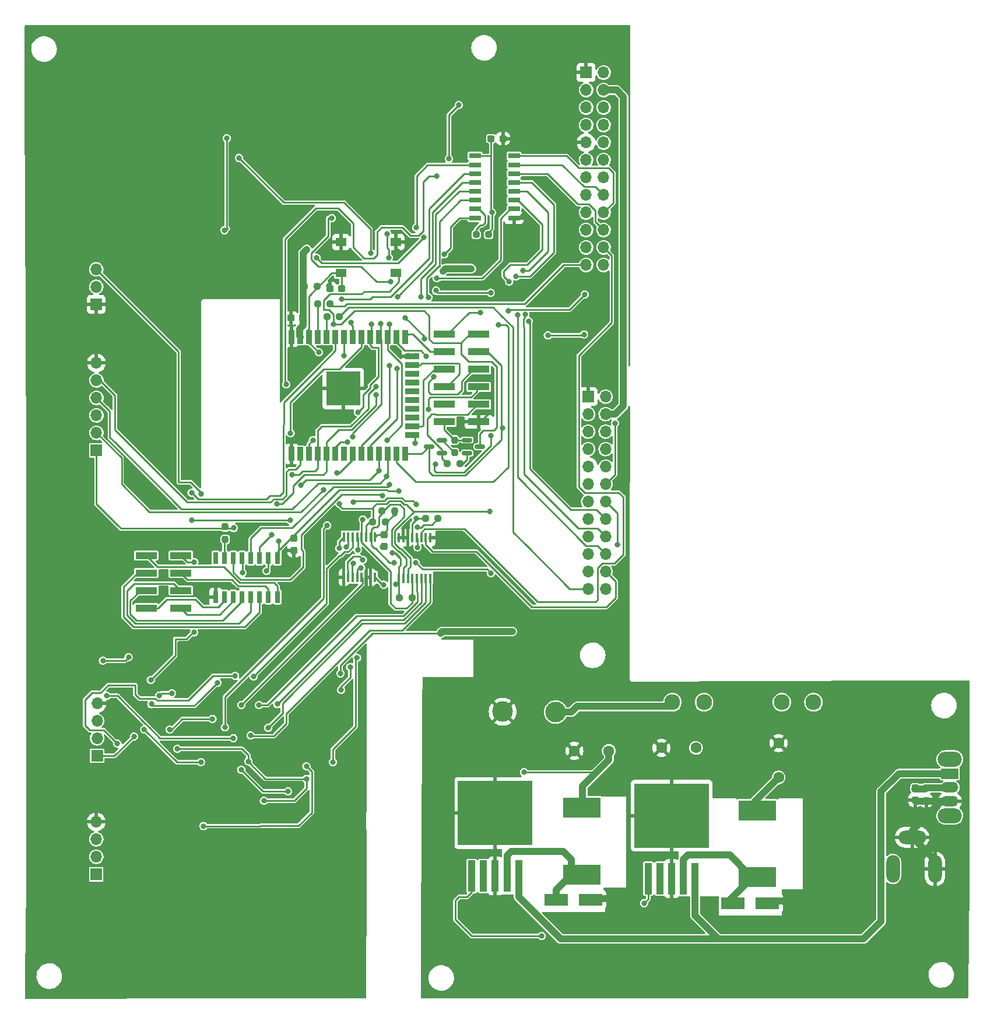
<source format=gbl>
%TF.GenerationSoftware,KiCad,Pcbnew,(6.0.9)*%
%TF.CreationDate,2022-11-22T22:59:14+01:00*%
%TF.ProjectId,Testapparaat,54657374-6170-4706-9172-6161742e6b69,rev?*%
%TF.SameCoordinates,Original*%
%TF.FileFunction,Copper,L2,Bot*%
%TF.FilePolarity,Positive*%
%FSLAX46Y46*%
G04 Gerber Fmt 4.6, Leading zero omitted, Abs format (unit mm)*
G04 Created by KiCad (PCBNEW (6.0.9)) date 2022-11-22 22:59:14*
%MOMM*%
%LPD*%
G01*
G04 APERTURE LIST*
G04 Aperture macros list*
%AMRoundRect*
0 Rectangle with rounded corners*
0 $1 Rounding radius*
0 $2 $3 $4 $5 $6 $7 $8 $9 X,Y pos of 4 corners*
0 Add a 4 corners polygon primitive as box body*
4,1,4,$2,$3,$4,$5,$6,$7,$8,$9,$2,$3,0*
0 Add four circle primitives for the rounded corners*
1,1,$1+$1,$2,$3*
1,1,$1+$1,$4,$5*
1,1,$1+$1,$6,$7*
1,1,$1+$1,$8,$9*
0 Add four rect primitives between the rounded corners*
20,1,$1+$1,$2,$3,$4,$5,0*
20,1,$1+$1,$4,$5,$6,$7,0*
20,1,$1+$1,$6,$7,$8,$9,0*
20,1,$1+$1,$8,$9,$2,$3,0*%
G04 Aperture macros list end*
%TA.AperFunction,ComponentPad*%
%ADD10O,3.500000X2.200000*%
%TD*%
%TA.AperFunction,ComponentPad*%
%ADD11R,2.500000X1.500000*%
%TD*%
%TA.AperFunction,ComponentPad*%
%ADD12O,2.500000X1.500000*%
%TD*%
%TA.AperFunction,ComponentPad*%
%ADD13C,1.600000*%
%TD*%
%TA.AperFunction,ComponentPad*%
%ADD14C,3.000000*%
%TD*%
%TA.AperFunction,ComponentPad*%
%ADD15R,1.700000X1.700000*%
%TD*%
%TA.AperFunction,ComponentPad*%
%ADD16O,1.700000X1.700000*%
%TD*%
%TA.AperFunction,ComponentPad*%
%ADD17O,2.000000X4.000000*%
%TD*%
%TA.AperFunction,ComponentPad*%
%ADD18O,4.000000X2.000000*%
%TD*%
%TA.AperFunction,SMDPad,CuDef*%
%ADD19R,3.500000X1.800000*%
%TD*%
%TA.AperFunction,SMDPad,CuDef*%
%ADD20RoundRect,0.237500X-0.237500X0.300000X-0.237500X-0.300000X0.237500X-0.300000X0.237500X0.300000X0*%
%TD*%
%TA.AperFunction,SMDPad,CuDef*%
%ADD21RoundRect,0.150000X0.587500X0.150000X-0.587500X0.150000X-0.587500X-0.150000X0.587500X-0.150000X0*%
%TD*%
%TA.AperFunction,SMDPad,CuDef*%
%ADD22R,5.400000X2.900000*%
%TD*%
%TA.AperFunction,SMDPad,CuDef*%
%ADD23RoundRect,0.237500X0.250000X0.237500X-0.250000X0.237500X-0.250000X-0.237500X0.250000X-0.237500X0*%
%TD*%
%TA.AperFunction,SMDPad,CuDef*%
%ADD24R,0.800000X1.750000*%
%TD*%
%TA.AperFunction,SMDPad,CuDef*%
%ADD25R,0.700000X1.750000*%
%TD*%
%TA.AperFunction,SMDPad,CuDef*%
%ADD26R,1.750000X0.800000*%
%TD*%
%TA.AperFunction,SMDPad,CuDef*%
%ADD27R,1.750000X0.700000*%
%TD*%
%TA.AperFunction,SMDPad,CuDef*%
%ADD28RoundRect,0.237500X-0.250000X-0.237500X0.250000X-0.237500X0.250000X0.237500X-0.250000X0.237500X0*%
%TD*%
%TA.AperFunction,SMDPad,CuDef*%
%ADD29R,0.900000X2.000000*%
%TD*%
%TA.AperFunction,SMDPad,CuDef*%
%ADD30R,2.000000X0.900000*%
%TD*%
%TA.AperFunction,SMDPad,CuDef*%
%ADD31R,5.000000X5.000000*%
%TD*%
%TA.AperFunction,SMDPad,CuDef*%
%ADD32R,1.100000X4.600000*%
%TD*%
%TA.AperFunction,SMDPad,CuDef*%
%ADD33R,10.800000X9.400000*%
%TD*%
%TA.AperFunction,SMDPad,CuDef*%
%ADD34RoundRect,0.237500X-0.300000X-0.237500X0.300000X-0.237500X0.300000X0.237500X-0.300000X0.237500X0*%
%TD*%
%TA.AperFunction,SMDPad,CuDef*%
%ADD35R,0.450000X1.475000*%
%TD*%
%TA.AperFunction,ComponentPad*%
%ADD36C,2.300000*%
%TD*%
%TA.AperFunction,SMDPad,CuDef*%
%ADD37R,3.150000X1.000000*%
%TD*%
%TA.AperFunction,SMDPad,CuDef*%
%ADD38RoundRect,0.237500X0.300000X0.237500X-0.300000X0.237500X-0.300000X-0.237500X0.300000X-0.237500X0*%
%TD*%
%TA.AperFunction,SMDPad,CuDef*%
%ADD39RoundRect,0.150000X-0.587500X-0.150000X0.587500X-0.150000X0.587500X0.150000X-0.587500X0.150000X0*%
%TD*%
%TA.AperFunction,SMDPad,CuDef*%
%ADD40RoundRect,0.237500X-0.237500X0.250000X-0.237500X-0.250000X0.237500X-0.250000X0.237500X0.250000X0*%
%TD*%
%TA.AperFunction,SMDPad,CuDef*%
%ADD41R,1.550000X1.300000*%
%TD*%
%TA.AperFunction,ViaPad*%
%ADD42C,0.800000*%
%TD*%
%TA.AperFunction,Conductor*%
%ADD43C,0.250000*%
%TD*%
%TA.AperFunction,Conductor*%
%ADD44C,1.000000*%
%TD*%
G04 APERTURE END LIST*
D10*
%TO.P,SW2,*%
%TO.N,*%
X229489000Y-131264500D03*
X229489000Y-139464500D03*
D11*
%TO.P,SW2,1,A*%
%TO.N,+BATT*%
X229489000Y-133364500D03*
D12*
%TO.P,SW2,2,B*%
%TO.N,REG_EN*%
X229489000Y-135364500D03*
%TO.P,SW2,3,C*%
%TO.N,GND*%
X229489000Y-137364500D03*
%TD*%
D13*
%TO.P,C8,1*%
%TO.N,+5V*%
X204622000Y-133925500D03*
%TO.P,C8,2*%
%TO.N,GND*%
X204622000Y-128925500D03*
%TD*%
D14*
%TO.P,J9,1,Pin_1*%
%TO.N,Net-(C2-Pad1)*%
X172247000Y-124425500D03*
%TD*%
D15*
%TO.P,J7,1*%
%TO.N,GND*%
X105522000Y-65215500D03*
D16*
%TO.P,J7,2*%
%TO.N,unconnected-(J7-Pad2)*%
X105522000Y-62675500D03*
%TO.P,J7,3*%
%TO.N,EMERGENCY_STOP_BTN*%
X105522000Y-60135500D03*
%TD*%
D15*
%TO.P,J2,1,Pin_1*%
%TO.N,GND*%
X176664000Y-31571000D03*
D16*
%TO.P,J2,2,Pin_2*%
%TO.N,unconnected-(J2-Pad2)*%
X179204000Y-31571000D03*
%TO.P,J2,3,Pin_3*%
%TO.N,unconnected-(J2-Pad3)*%
X176664000Y-34111000D03*
%TO.P,J2,4,Pin_4*%
%TO.N,+VSW*%
X179204000Y-34111000D03*
%TO.P,J2,5,Pin_5*%
%TO.N,+3.3VP*%
X176664000Y-36651000D03*
%TO.P,J2,6,Pin_6*%
%TO.N,unconnected-(J2-Pad6)*%
X179204000Y-36651000D03*
%TO.P,J2,7,Pin_7*%
%TO.N,unconnected-(J2-Pad7)*%
X176664000Y-39191000D03*
%TO.P,J2,8,Pin_8*%
%TO.N,+5VP*%
X179204000Y-39191000D03*
%TO.P,J2,9,Pin_9*%
%TO.N,GND*%
X176664000Y-41731000D03*
%TO.P,J2,10,Pin_10*%
%TO.N,unconnected-(J2-Pad10)*%
X179204000Y-41731000D03*
%TO.P,J2,11,Pin_11*%
%TO.N,PWM1_MOD_1*%
X176664000Y-44271000D03*
%TO.P,J2,12,Pin_12*%
%TO.N,I2C_SCL*%
X179204000Y-44271000D03*
%TO.P,J2,13,Pin_13*%
%TO.N,PWM2_MOD_1*%
X176664000Y-46811000D03*
%TO.P,J2,14,Pin_14*%
%TO.N,I2C_SDA*%
X179204000Y-46811000D03*
%TO.P,J2,15,Pin_15*%
%TO.N,unconnected-(J2-Pad15)*%
X176664000Y-49351000D03*
%TO.P,J2,16,Pin_16*%
%TO.N,STATUS_MOD_1*%
X179204000Y-49351000D03*
%TO.P,J2,17,Pin_17*%
%TO.N,unconnected-(J2-Pad17)*%
X176664000Y-51891000D03*
%TO.P,J2,18,Pin_18*%
%TO.N,TTL1_MOD_1*%
X179204000Y-51891000D03*
%TO.P,J2,19,Pin_19*%
%TO.N,unconnected-(J2-Pad19)*%
X176664000Y-54431000D03*
%TO.P,J2,20,Pin_20*%
%TO.N,TTL2_MOD_1*%
X179204000Y-54431000D03*
%TO.P,J2,21,Pin_21*%
%TO.N,unconnected-(J2-Pad21)*%
X176664000Y-56971000D03*
%TO.P,J2,22,Pin_22*%
%TO.N,TTL3_MOD_1*%
X179204000Y-56971000D03*
%TO.P,J2,23,Pin_23*%
%TO.N,ID_MOD_1*%
X176664000Y-59511000D03*
%TO.P,J2,24,Pin_24*%
%TO.N,unconnected-(J2-Pad24)*%
X179204000Y-59511000D03*
%TD*%
D17*
%TO.P,J8,1*%
%TO.N,Net-(D4-Pad2)*%
X221215500Y-147196500D03*
D18*
%TO.P,J8,2*%
%TO.N,GND*%
X224015500Y-142596500D03*
D17*
%TO.P,J8,3*%
X227315500Y-147196500D03*
%TD*%
D13*
%TO.P,C2,1*%
%TO.N,Net-(C2-Pad1)*%
X192622000Y-129625500D03*
%TO.P,C2,2*%
%TO.N,GND*%
X187622000Y-129625500D03*
%TD*%
D15*
%TO.P,J6,1,Pin_1*%
%TO.N,+3.3V*%
X105647000Y-130775500D03*
D16*
%TO.P,J6,2,Pin_2*%
%TO.N,/MCU/GPIO_1{slash}TXD0*%
X105647000Y-128235500D03*
%TO.P,J6,3,Pin_3*%
%TO.N,/MCU/GPIO_3{slash}RXD0*%
X105647000Y-125695500D03*
%TO.P,J6,4,Pin_4*%
%TO.N,GND*%
X105647000Y-123155500D03*
%TD*%
D15*
%TO.P,J3,1,Pin_1*%
%TO.N,GND*%
X176964000Y-78621000D03*
D16*
%TO.P,J3,2,Pin_2*%
%TO.N,unconnected-(J3-Pad2)*%
X179504000Y-78621000D03*
%TO.P,J3,3,Pin_3*%
%TO.N,unconnected-(J3-Pad3)*%
X176964000Y-81161000D03*
%TO.P,J3,4,Pin_4*%
%TO.N,+VSW*%
X179504000Y-81161000D03*
%TO.P,J3,5,Pin_5*%
%TO.N,+3.3VP*%
X176964000Y-83701000D03*
%TO.P,J3,6,Pin_6*%
%TO.N,unconnected-(J3-Pad6)*%
X179504000Y-83701000D03*
%TO.P,J3,7,Pin_7*%
%TO.N,unconnected-(J3-Pad7)*%
X176964000Y-86241000D03*
%TO.P,J3,8,Pin_8*%
%TO.N,+5VP*%
X179504000Y-86241000D03*
%TO.P,J3,9,Pin_9*%
%TO.N,GND*%
X176964000Y-88781000D03*
%TO.P,J3,10,Pin_10*%
%TO.N,unconnected-(J3-Pad10)*%
X179504000Y-88781000D03*
%TO.P,J3,11,Pin_11*%
%TO.N,PWM1_MOD_2*%
X176964000Y-91321000D03*
%TO.P,J3,12,Pin_12*%
%TO.N,I2C_SCL*%
X179504000Y-91321000D03*
%TO.P,J3,13,Pin_13*%
%TO.N,PWM2_MOD_2*%
X176964000Y-93861000D03*
%TO.P,J3,14,Pin_14*%
%TO.N,I2C_SDA*%
X179504000Y-93861000D03*
%TO.P,J3,15,Pin_15*%
%TO.N,unconnected-(J3-Pad15)*%
X176964000Y-96401000D03*
%TO.P,J3,16,Pin_16*%
%TO.N,STATUS_MOD_2*%
X179504000Y-96401000D03*
%TO.P,J3,17,Pin_17*%
%TO.N,unconnected-(J3-Pad17)*%
X176964000Y-98941000D03*
%TO.P,J3,18,Pin_18*%
%TO.N,TTL1_MOD_2*%
X179504000Y-98941000D03*
%TO.P,J3,19,Pin_19*%
%TO.N,unconnected-(J3-Pad19)*%
X176964000Y-101481000D03*
%TO.P,J3,20,Pin_20*%
%TO.N,TTL2_MOD_2*%
X179504000Y-101481000D03*
%TO.P,J3,21,Pin_21*%
%TO.N,unconnected-(J3-Pad21)*%
X176964000Y-104021000D03*
%TO.P,J3,22,Pin_22*%
%TO.N,TTL3_MOD_2*%
X179504000Y-104021000D03*
%TO.P,J3,23,Pin_23*%
%TO.N,ID_MOD_2*%
X176964000Y-106561000D03*
%TO.P,J3,24,Pin_24*%
%TO.N,unconnected-(J3-Pad24)*%
X179504000Y-106561000D03*
%TD*%
D15*
%TO.P,J1,1,Pin_1*%
%TO.N,+3.3V*%
X105547000Y-86425500D03*
D16*
%TO.P,J1,2,Pin_2*%
%TO.N,SPI_MISO*%
X105547000Y-83885500D03*
%TO.P,J1,3,Pin_3*%
%TO.N,SPI_CLK*%
X105547000Y-81345500D03*
%TO.P,J1,4,Pin_4*%
%TO.N,SPI_MOSI*%
X105547000Y-78805500D03*
%TO.P,J1,5,Pin_5*%
%TO.N,SD_CS*%
X105547000Y-76265500D03*
%TO.P,J1,6,Pin_6*%
%TO.N,GND*%
X105547000Y-73725500D03*
%TD*%
D14*
%TO.P,J10,1,Pin_1*%
%TO.N,GND*%
X164547000Y-124375500D03*
%TD*%
D15*
%TO.P,J12,1,Pin_1*%
%TO.N,+3.3V*%
X105522000Y-147975500D03*
D16*
%TO.P,J12,2,Pin_2*%
%TO.N,GPIO_INPUT_1_R*%
X105522000Y-145435500D03*
%TO.P,J12,3,Pin_3*%
%TO.N,GPIO_INPUT_2_R*%
X105522000Y-142895500D03*
%TO.P,J12,4,Pin_4*%
%TO.N,GND*%
X105522000Y-140355500D03*
%TD*%
D13*
%TO.P,C9,1*%
%TO.N,+3.3V*%
X179959000Y-130062500D03*
%TO.P,C9,2*%
%TO.N,GND*%
X174959000Y-130062500D03*
%TD*%
D19*
%TO.P,D2,1,K*%
%TO.N,Net-(D2-Pad1)*%
X172304000Y-151652500D03*
%TO.P,D2,2,A*%
%TO.N,GND*%
X177304000Y-151652500D03*
%TD*%
D20*
%TO.P,C14,1*%
%TO.N,+3.3V*%
X134247000Y-99225500D03*
%TO.P,C14,2*%
%TO.N,GND*%
X134247000Y-100950500D03*
%TD*%
D21*
%TO.P,Q1,1,B*%
%TO.N,Net-(Q1-Pad1)*%
X155697000Y-84925500D03*
%TO.P,Q1,2,E*%
%TO.N,DTR*%
X155697000Y-86825500D03*
%TO.P,Q1,3,C*%
%TO.N,PWM1_MOD_2*%
X153822000Y-85875500D03*
%TD*%
D20*
%TO.P,C17,1*%
%TO.N,+3.3V*%
X147377000Y-98678000D03*
%TO.P,C17,2*%
%TO.N,GND*%
X147377000Y-100403000D03*
%TD*%
D22*
%TO.P,L2,1,1*%
%TO.N,Net-(D2-Pad1)*%
X176073000Y-147999850D03*
%TO.P,L2,2,2*%
%TO.N,+3.3V*%
X176073000Y-138299850D03*
%TD*%
D23*
%TO.P,R19,1*%
%TO.N,+3.3V*%
X155147000Y-96340500D03*
%TO.P,R19,2*%
%TO.N,EMERGENCY_STOP_BTN*%
X153322000Y-96340500D03*
%TD*%
D24*
%TO.P,U4,1,QB*%
%TO.N,GPIO_OUTPUT_2*%
X131842000Y-107725500D03*
D25*
%TO.P,U4,2,QC*%
%TO.N,GPIO_OUTPUT_3*%
X130522000Y-107725500D03*
%TO.P,U4,3,QD*%
%TO.N,GPIO_OUTPUT_4*%
X129252000Y-107725500D03*
%TO.P,U4,4,QE*%
%TO.N,GPIO_OUTPUT_5*%
X127982000Y-107725500D03*
%TO.P,U4,5,QF*%
%TO.N,GPIO_OUTPUT_6*%
X126712000Y-107725500D03*
%TO.P,U4,6,QG*%
%TO.N,GPIO_OUTPUT_7*%
X125442000Y-107725500D03*
%TO.P,U4,7,QH*%
%TO.N,GPIO_OUTPUT_8*%
X124172000Y-107725500D03*
D24*
%TO.P,U4,8,GND*%
%TO.N,GND*%
X122852000Y-107725500D03*
%TO.P,U4,9,QH'*%
%TO.N,unconnected-(U4-Pad9)*%
X122852000Y-102075500D03*
D25*
%TO.P,U4,10,~{SRCLR}*%
%TO.N,Net-(R1-Pad2)*%
X124172000Y-102075500D03*
%TO.P,U4,11,SRCLK*%
%TO.N,SRCLK*%
X125442000Y-102075500D03*
%TO.P,U4,12,RCLK*%
%TO.N,RCLK*%
X126712000Y-102075500D03*
%TO.P,U4,13,~{OE}*%
%TO.N,OE*%
X127982000Y-102075500D03*
%TO.P,U4,14,SER*%
%TO.N,Net-(U1-Pad9)*%
X129252000Y-102075500D03*
%TO.P,U4,15,QA*%
%TO.N,GPIO_OUTPUT_1*%
X130522000Y-102075500D03*
D24*
%TO.P,U4,16,VCC*%
%TO.N,+3.3V*%
X131842000Y-102075500D03*
%TD*%
D26*
%TO.P,U1,1,QB*%
%TO.N,TTL1_MOD_1*%
X166197000Y-43680500D03*
D27*
%TO.P,U1,2,QC*%
%TO.N,STATUS_MOD_1*%
X166197000Y-45000500D03*
%TO.P,U1,3,QD*%
%TO.N,TTL2_MOD_1*%
X166197000Y-46270500D03*
%TO.P,U1,4,QE*%
%TO.N,TTL1_MOD_2*%
X166197000Y-47540500D03*
%TO.P,U1,5,QF*%
%TO.N,STATUS_MOD_2*%
X166197000Y-48810500D03*
%TO.P,U1,6,QG*%
%TO.N,TTL2_MOD_2*%
X166197000Y-50080500D03*
%TO.P,U1,7,QH*%
%TO.N,Display_RST*%
X166197000Y-51350500D03*
D26*
%TO.P,U1,8,GND*%
%TO.N,GND*%
X166197000Y-52670500D03*
%TO.P,U1,9,QH'*%
%TO.N,Net-(U1-Pad9)*%
X160547000Y-52670500D03*
D27*
%TO.P,U1,10,~{SRCLR}*%
%TO.N,Net-(R20-Pad2)*%
X160547000Y-51350500D03*
%TO.P,U1,11,SRCLK*%
%TO.N,SRCLK*%
X160547000Y-50080500D03*
%TO.P,U1,12,RCLK*%
%TO.N,RCLK*%
X160547000Y-48810500D03*
%TO.P,U1,13,~{OE}*%
%TO.N,OE*%
X160547000Y-47540500D03*
%TO.P,U1,14,SER*%
%TO.N,SER*%
X160547000Y-46270500D03*
%TO.P,U1,15,QA*%
%TO.N,Display_DC*%
X160547000Y-45000500D03*
D26*
%TO.P,U1,16,VCC*%
%TO.N,+3.3V*%
X160547000Y-43680500D03*
%TD*%
D20*
%TO.P,C3,1*%
%TO.N,REG_EN*%
X224436250Y-135449500D03*
%TO.P,C3,2*%
%TO.N,GND*%
X224436250Y-137174500D03*
%TD*%
D28*
%TO.P,R38,1*%
%TO.N,I2C_SDA*%
X147004500Y-95240500D03*
%TO.P,R38,2*%
%TO.N,+3.3V*%
X148829500Y-95240500D03*
%TD*%
D29*
%TO.P,U2,1,GND*%
%TO.N,GND*%
X133892000Y-69950500D03*
%TO.P,U2,2,VDD*%
%TO.N,+3.3V*%
X135162000Y-69950500D03*
%TO.P,U2,3,EN*%
%TO.N,RESET*%
X136432000Y-69950500D03*
%TO.P,U2,4,SENSOR_VP*%
%TO.N,/MCU/SENSOR_VP{slash}GPIO_IN_36*%
X137702000Y-69950500D03*
%TO.P,U2,5,SENSOR_VN*%
%TO.N,/MCU/SENSOR_VN{slash}GPIO_IN_39*%
X138972000Y-69950500D03*
%TO.P,U2,6,IO34*%
%TO.N,Rotary_DT*%
X140242000Y-69950500D03*
%TO.P,U2,7,IO35*%
%TO.N,IO_EXP_INT*%
X141512000Y-69950500D03*
%TO.P,U2,8,IO32*%
%TO.N,SER*%
X142782000Y-69950500D03*
%TO.P,U2,9,IO33*%
%TO.N,Rotary_CLK*%
X144052000Y-69950500D03*
%TO.P,U2,10,IO25*%
%TO.N,OE*%
X145322000Y-69950500D03*
%TO.P,U2,11,IO26*%
%TO.N,RCLK*%
X146592000Y-69950500D03*
%TO.P,U2,12,IO27*%
%TO.N,SRCLK*%
X147862000Y-69950500D03*
%TO.P,U2,13,IO14*%
%TO.N,/MCU/GPIO_14{slash}JTAG_TMS*%
X149132000Y-69950500D03*
%TO.P,U2,14,IO12*%
%TO.N,/MCU/GPIO_12{slash}JTAG_TDI*%
X150402000Y-69950500D03*
D30*
%TO.P,U2,15,GND*%
%TO.N,GND*%
X151402000Y-72735500D03*
%TO.P,U2,16,IO13*%
%TO.N,/MCU/GPIO_13{slash}JTAG_TCK*%
X151402000Y-74005500D03*
%TO.P,U2,17,SHD/SD2*%
%TO.N,unconnected-(U2-Pad17)*%
X151402000Y-75275500D03*
%TO.P,U2,18,SWP/SD3*%
%TO.N,unconnected-(U2-Pad18)*%
X151402000Y-76545500D03*
%TO.P,U2,19,SCS/CMD*%
%TO.N,unconnected-(U2-Pad19)*%
X151402000Y-77815500D03*
%TO.P,U2,20,SCK/CLK*%
%TO.N,unconnected-(U2-Pad20)*%
X151402000Y-79085500D03*
%TO.P,U2,21,SDO/SD0*%
%TO.N,unconnected-(U2-Pad21)*%
X151402000Y-80355500D03*
%TO.P,U2,22,SDI/SD1*%
%TO.N,unconnected-(U2-Pad22)*%
X151402000Y-81625500D03*
%TO.P,U2,23,IO15*%
%TO.N,/MCU/GPIO_15{slash}JTAG_TDO*%
X151402000Y-82895500D03*
%TO.P,U2,24,IO2*%
%TO.N,PWM2_MOD_2*%
X151402000Y-84165500D03*
D29*
%TO.P,U2,25,IO0*%
%TO.N,PWM1_MOD_2*%
X150402000Y-86950500D03*
%TO.P,U2,26,IO4*%
%TO.N,PWM1_MOD_1*%
X149132000Y-86950500D03*
%TO.P,U2,27,IO16*%
%TO.N,SPI_MOSI*%
X147862000Y-86950500D03*
%TO.P,U2,28,IO17*%
%TO.N,SPI_CLK*%
X146592000Y-86950500D03*
%TO.P,U2,29,IO5*%
%TO.N,PWM2_MOD_1*%
X145322000Y-86950500D03*
%TO.P,U2,30,IO18*%
%TO.N,/Display/Display_CS*%
X144052000Y-86950500D03*
%TO.P,U2,31,IO19*%
%TO.N,SPI_MISO*%
X142782000Y-86950500D03*
%TO.P,U2,32,NC*%
%TO.N,unconnected-(U2-Pad32)*%
X141512000Y-86950500D03*
%TO.P,U2,33,IO21*%
%TO.N,I2C_SDA*%
X140242000Y-86950500D03*
%TO.P,U2,34,RXD0/IO3*%
%TO.N,/MCU/GPIO_3{slash}RXD0*%
X138972000Y-86950500D03*
%TO.P,U2,35,TXD0/IO1*%
%TO.N,/MCU/GPIO_1{slash}TXD0*%
X137702000Y-86950500D03*
%TO.P,U2,36,IO22*%
%TO.N,I2C_SCL*%
X136432000Y-86950500D03*
%TO.P,U2,37,IO23*%
%TO.N,SD_CS*%
X135162000Y-86950500D03*
%TO.P,U2,38,GND*%
%TO.N,GND*%
X133892000Y-86950500D03*
D31*
%TO.P,U2,39,GND*%
X141392000Y-77450500D03*
%TD*%
D32*
%TO.P,U10,1,VIN*%
%TO.N,+BATT*%
X192497000Y-148600500D03*
%TO.P,U10,2,OUT*%
%TO.N,Net-(D1-Pad1)*%
X190797000Y-148600500D03*
%TO.P,U10,3,GND*%
%TO.N,GND*%
X189097000Y-148600500D03*
D33*
X189097000Y-139450500D03*
D32*
%TO.P,U10,4,FB*%
%TO.N,Net-(R7-Pad2)*%
X187397000Y-148600500D03*
%TO.P,U10,5,~{ON}/OFF*%
%TO.N,REG_EN*%
X185697000Y-148600500D03*
%TD*%
D34*
%TO.P,C16,1*%
%TO.N,+3.3V*%
X162872000Y-41150500D03*
%TO.P,C16,2*%
%TO.N,GND*%
X164597000Y-41150500D03*
%TD*%
D28*
%TO.P,R40,1*%
%TO.N,I2C_SCL*%
X145672000Y-96775500D03*
%TO.P,R40,2*%
%TO.N,+3.3V*%
X147497000Y-96775500D03*
%TD*%
D23*
%TO.P,R41,1*%
%TO.N,IO_EXP_INT*%
X151372000Y-107850500D03*
%TO.P,R41,2*%
%TO.N,+3.3V*%
X149547000Y-107850500D03*
%TD*%
D35*
%TO.P,U5,1,A0*%
%TO.N,GND*%
X149472000Y-99112500D03*
%TO.P,U5,2,A1*%
X150122000Y-99112500D03*
%TO.P,U5,3,A2*%
X150772000Y-99112500D03*
%TO.P,U5,4,P0*%
%TO.N,EMERGENCY_STOP_BTN*%
X151422000Y-99112500D03*
%TO.P,U5,5,P1*%
%TO.N,Rotary_BTN*%
X152072000Y-99112500D03*
%TO.P,U5,6,P2*%
%TO.N,TTL3_MOD_1*%
X152722000Y-99112500D03*
%TO.P,U5,7,P3*%
%TO.N,TTL3_MOD_2*%
X153372000Y-99112500D03*
%TO.P,U5,8,GND*%
%TO.N,GND*%
X154022000Y-99112500D03*
%TO.P,U5,9,P4*%
%TO.N,BTN_1*%
X154022000Y-104988500D03*
%TO.P,U5,10,P5*%
%TO.N,BTN_2*%
X153372000Y-104988500D03*
%TO.P,U5,11,P6*%
%TO.N,BTN_3*%
X152722000Y-104988500D03*
%TO.P,U5,12,P7*%
%TO.N,BTN_4*%
X152072000Y-104988500D03*
%TO.P,U5,13,~{INT}*%
%TO.N,IO_EXP_INT*%
X151422000Y-104988500D03*
%TO.P,U5,14,SCL*%
%TO.N,I2C_SCL*%
X150772000Y-104988500D03*
%TO.P,U5,15,SDA*%
%TO.N,I2C_SDA*%
X150122000Y-104988500D03*
%TO.P,U5,16,VDD*%
%TO.N,+3.3V*%
X149472000Y-104988500D03*
%TD*%
D28*
%TO.P,R5,1*%
%TO.N,DTR*%
X156522000Y-88375500D03*
%TO.P,R5,2*%
%TO.N,Net-(Q2-Pad1)*%
X158347000Y-88375500D03*
%TD*%
D23*
%TO.P,R20,1*%
%TO.N,+3.3V*%
X162519500Y-55080500D03*
%TO.P,R20,2*%
%TO.N,Net-(R20-Pad2)*%
X160694500Y-55080500D03*
%TD*%
D36*
%TO.P,F1,1*%
%TO.N,+BATT*%
X205097000Y-123000500D03*
X209697000Y-123000500D03*
%TO.P,F1,2*%
%TO.N,Net-(C2-Pad1)*%
X189197000Y-123000500D03*
X193797000Y-123000500D03*
%TD*%
D37*
%TO.P,J4,1,Pin_1*%
%TO.N,RESET*%
X161097000Y-69590500D03*
%TO.P,J4,2,Pin_2*%
%TO.N,+3.3V*%
X156047000Y-69590500D03*
%TO.P,J4,3,Pin_3*%
%TO.N,PWM1_MOD_2*%
X161097000Y-72130500D03*
%TO.P,J4,4,Pin_4*%
%TO.N,/MCU/GPIO_12{slash}JTAG_TDI*%
X156047000Y-72130500D03*
%TO.P,J4,5,Pin_5*%
%TO.N,/MCU/GPIO_1{slash}TXD0*%
X161097000Y-74670500D03*
%TO.P,J4,6,Pin_6*%
%TO.N,/MCU/GPIO_15{slash}JTAG_TDO*%
X156047000Y-74670500D03*
%TO.P,J4,7,Pin_7*%
%TO.N,/MCU/GPIO_3{slash}RXD0*%
X161097000Y-77210500D03*
%TO.P,J4,8,Pin_8*%
%TO.N,/MCU/GPIO_13{slash}JTAG_TCK*%
X156047000Y-77210500D03*
%TO.P,J4,9,Pin_9*%
%TO.N,DTR*%
X161097000Y-79750500D03*
%TO.P,J4,10,Pin_10*%
%TO.N,/MCU/GPIO_14{slash}JTAG_TMS*%
X156047000Y-79750500D03*
%TO.P,J4,11,Pin_11*%
%TO.N,GND*%
X161097000Y-82290500D03*
%TO.P,J4,12,Pin_12*%
%TO.N,RTS*%
X156047000Y-82290500D03*
%TD*%
D35*
%TO.P,U7,1,A0*%
%TO.N,+3.3V*%
X146027000Y-104868500D03*
%TO.P,U7,2,A1*%
%TO.N,GND*%
X145377000Y-104868500D03*
%TO.P,U7,3,A2*%
X144727000Y-104868500D03*
%TO.P,U7,4,P0*%
%TO.N,BTN_5*%
X144077000Y-104868500D03*
%TO.P,U7,5,P1*%
%TO.N,BTN_6*%
X143427000Y-104868500D03*
%TO.P,U7,6,P2*%
%TO.N,BTN_7*%
X142777000Y-104868500D03*
%TO.P,U7,7,P3*%
%TO.N,BTN_8*%
X142127000Y-104868500D03*
%TO.P,U7,8,GND*%
%TO.N,GND*%
X141477000Y-104868500D03*
%TO.P,U7,9,P4*%
%TO.N,BTN_9*%
X141477000Y-98992500D03*
%TO.P,U7,10,P5*%
%TO.N,BTN_10*%
X142127000Y-98992500D03*
%TO.P,U7,11,P6*%
%TO.N,GPIO_INPUT_1*%
X142777000Y-98992500D03*
%TO.P,U7,12,P7*%
%TO.N,Display_TP_CS*%
X143427000Y-98992500D03*
%TO.P,U7,13,~{INT}*%
%TO.N,IO_EXP_INT*%
X144077000Y-98992500D03*
%TO.P,U7,14,SCL*%
%TO.N,I2C_SCL*%
X144727000Y-98992500D03*
%TO.P,U7,15,SDA*%
%TO.N,I2C_SDA*%
X145377000Y-98992500D03*
%TO.P,U7,16,VDD*%
%TO.N,+3.3V*%
X146027000Y-98992500D03*
%TD*%
D38*
%TO.P,C1,1*%
%TO.N,RESET*%
X141169500Y-62910500D03*
%TO.P,C1,2*%
%TO.N,GND*%
X139444500Y-62910500D03*
%TD*%
D28*
%TO.P,R36,1*%
%TO.N,/MCU/SENSOR_VN{slash}GPIO_IN_39*%
X139022000Y-67050500D03*
%TO.P,R36,2*%
%TO.N,ID_MOD_2*%
X140847000Y-67050500D03*
%TD*%
D38*
%TO.P,C12,1*%
%TO.N,+3.3V*%
X135522000Y-67200500D03*
%TO.P,C12,2*%
%TO.N,GND*%
X133797000Y-67200500D03*
%TD*%
D22*
%TO.P,L1,1,1*%
%TO.N,Net-(D1-Pad1)*%
X201549000Y-148397850D03*
%TO.P,L1,2,2*%
%TO.N,+5V*%
X201549000Y-138697850D03*
%TD*%
D32*
%TO.P,U11,1,VIN*%
%TO.N,+BATT*%
X166868000Y-148217500D03*
%TO.P,U11,2,OUT*%
%TO.N,Net-(D2-Pad1)*%
X165168000Y-148217500D03*
%TO.P,U11,3,GND*%
%TO.N,GND*%
X163468000Y-148217500D03*
D33*
X163468000Y-139067500D03*
D32*
%TO.P,U11,4,FB*%
%TO.N,Net-(R10-Pad1)*%
X161768000Y-148217500D03*
%TO.P,U11,5,~{ON}/OFF*%
%TO.N,REG_EN*%
X160068000Y-148217500D03*
%TD*%
D19*
%TO.P,D1,1,K*%
%TO.N,Net-(D1-Pad1)*%
X197993000Y-152160500D03*
%TO.P,D1,2,A*%
%TO.N,GND*%
X202993000Y-152160500D03*
%TD*%
D37*
%TO.P,J14,1,Pin_1*%
%TO.N,GPIO_OUTPUT_1*%
X117822000Y-101700500D03*
%TO.P,J14,2,Pin_2*%
%TO.N,GPIO_OUTPUT_2*%
X112772000Y-101700500D03*
%TO.P,J14,3,Pin_3*%
%TO.N,GPIO_OUTPUT_3*%
X117822000Y-104240500D03*
%TO.P,J14,4,Pin_4*%
%TO.N,GPIO_OUTPUT_4*%
X112772000Y-104240500D03*
%TO.P,J14,5,Pin_5*%
%TO.N,GPIO_OUTPUT_5*%
X117822000Y-106780500D03*
%TO.P,J14,6,Pin_6*%
%TO.N,GPIO_OUTPUT_6*%
X112772000Y-106780500D03*
%TO.P,J14,7,Pin_7*%
%TO.N,GPIO_OUTPUT_7*%
X117822000Y-109320500D03*
%TO.P,J14,8,Pin_8*%
%TO.N,GPIO_OUTPUT_8*%
X112772000Y-109320500D03*
%TD*%
D39*
%TO.P,Q2,1,B*%
%TO.N,Net-(Q2-Pad1)*%
X159384500Y-86825500D03*
%TO.P,Q2,2,E*%
%TO.N,RTS*%
X159384500Y-84925500D03*
%TO.P,Q2,3,C*%
%TO.N,RESET*%
X161259500Y-85875500D03*
%TD*%
D40*
%TO.P,R6,1*%
%TO.N,REG_EN*%
X226052250Y-135443500D03*
%TO.P,R6,2*%
%TO.N,GND*%
X226052250Y-137268500D03*
%TD*%
%TO.P,R4,1*%
%TO.N,RTS*%
X157547000Y-84925500D03*
%TO.P,R4,2*%
%TO.N,Net-(Q1-Pad1)*%
X157547000Y-86750500D03*
%TD*%
D28*
%TO.P,R37,1*%
%TO.N,/MCU/SENSOR_VP{slash}GPIO_IN_36*%
X137672000Y-65150500D03*
%TO.P,R37,2*%
%TO.N,ID_MOD_1*%
X139497000Y-65150500D03*
%TD*%
D40*
%TO.P,R1,1*%
%TO.N,+3.3V*%
X124247000Y-97530500D03*
%TO.P,R1,2*%
%TO.N,Net-(R1-Pad2)*%
X124247000Y-99355500D03*
%TD*%
D28*
%TO.P,R3,1*%
%TO.N,+3.3V*%
X135747000Y-62600500D03*
%TO.P,R3,2*%
%TO.N,RESET*%
X137572000Y-62600500D03*
%TD*%
D41*
%TO.P,SW1,1,1*%
%TO.N,GND*%
X149022000Y-56180500D03*
X141072000Y-56180500D03*
%TO.P,SW1,2,2*%
%TO.N,RESET*%
X141072000Y-60680500D03*
X149022000Y-60680500D03*
%TD*%
D42*
%TO.N,RESET*%
X139997000Y-68150500D03*
X137847000Y-72200500D03*
%TO.N,Net-(C4-Pad1)*%
X120722500Y-131700500D03*
X112497000Y-126950500D03*
%TO.N,REG_EN*%
X170217000Y-156930500D03*
X185087000Y-152160500D03*
%TO.N,Net-(C7-Pad1)*%
X116497000Y-121700500D03*
X114695826Y-122013756D03*
%TO.N,/MCU/GPIO_1{slash}TXD0*%
X146147000Y-77150500D03*
X154580023Y-75777075D03*
X133997000Y-89950500D03*
%TO.N,/MCU/GPIO_3{slash}RXD0*%
X153771500Y-80490500D03*
X131747000Y-94200500D03*
X146147000Y-78400500D03*
%TO.N,+3.3V*%
X148507000Y-101286000D03*
X147072000Y-98650500D03*
X122397000Y-125400500D03*
X131997000Y-99650500D03*
X147272000Y-105925500D03*
X124467000Y-41090500D03*
X140972000Y-118800500D03*
X125497000Y-97700500D03*
X148872000Y-95650500D03*
X152147000Y-97600500D03*
X155522000Y-112975500D03*
X136047000Y-134113000D03*
X117307000Y-129775500D03*
X129872000Y-137300500D03*
X124157000Y-54450500D03*
X110997000Y-127950500D03*
X149422000Y-92350500D03*
X159997000Y-60050500D03*
X127597000Y-131575500D03*
X116197000Y-126950500D03*
X155880363Y-60383863D03*
X136097000Y-57250500D03*
X165934500Y-112738000D03*
X162997000Y-51900500D03*
X148996500Y-105875500D03*
X161322000Y-66425500D03*
X167637000Y-133170500D03*
%TO.N,BTN_1_R*%
X126572000Y-132775500D03*
X133372000Y-135950500D03*
%TO.N,Net-(C21-Pad1)*%
X139047000Y-97325500D03*
X124197000Y-126650500D03*
%TO.N,BTN_6_R*%
X121097000Y-140975500D03*
X136047000Y-132288000D03*
%TO.N,GPIO_OUTPUT_1*%
X119772000Y-102640500D03*
X130247000Y-103950500D03*
%TO.N,EMERGENCY_STOP_BTN*%
X119441502Y-96595002D03*
X142847000Y-93925500D03*
X133716502Y-96595002D03*
X120772000Y-92776000D03*
X151972000Y-96350500D03*
X152022000Y-94250500D03*
%TO.N,SPI_MOSI*%
X145365000Y-57770500D03*
X147697000Y-90250500D03*
X126247000Y-43950500D03*
%TO.N,SPI_CLK*%
X135247000Y-91450500D03*
X146597000Y-89350500D03*
%TO.N,SPI_MISO*%
X140484701Y-89712799D03*
X138497000Y-92175000D03*
%TO.N,PWM1_MOD_1*%
X176347000Y-69600500D03*
X171097000Y-69750500D03*
X163947000Y-68200500D03*
%TO.N,I2C_SCL*%
X136971500Y-84950500D03*
X140847000Y-94200500D03*
X162647000Y-95300500D03*
X180847000Y-82500500D03*
%TO.N,PWM2_MOD_1*%
X154859299Y-63238201D03*
X162797000Y-63550500D03*
X149197000Y-74550500D03*
X176447000Y-63800500D03*
X165347000Y-66200500D03*
%TO.N,I2C_SDA*%
X181197000Y-100100500D03*
X151922000Y-102725500D03*
X148814571Y-102745387D03*
X162847000Y-104250500D03*
X141997000Y-85200500D03*
%TO.N,PWM1_MOD_2*%
X164572000Y-83200500D03*
%TO.N,PWM2_MOD_2*%
X162797000Y-84250500D03*
X151847000Y-85400500D03*
X154772000Y-88400500D03*
%TO.N,STATUS_MOD_2*%
X168305693Y-67698278D03*
X167497000Y-60300500D03*
%TO.N,TTL1_MOD_2*%
X167847000Y-66700500D03*
X166497000Y-61150500D03*
%TO.N,TTL2_MOD_2*%
X165497000Y-61950500D03*
X166697000Y-66800500D03*
%TO.N,/MCU/GPIO_14{slash}JTAG_TMS*%
X153472000Y-72750500D03*
X155247000Y-79750500D03*
%TO.N,/Display/Display_CS*%
X148097000Y-74150500D03*
X148247000Y-61950500D03*
X139747000Y-52700500D03*
%TO.N,Display_DC*%
X152022000Y-54100500D03*
%TO.N,Display_RST*%
X147997000Y-58450500D03*
X147747000Y-54950500D03*
X154997000Y-61450500D03*
%TO.N,Net-(R7-Pad2)*%
X187397000Y-148600500D03*
%TO.N,Net-(R10-Pad1)*%
X161768000Y-148217500D03*
%TO.N,Display_TP_CS*%
X150397000Y-67150500D03*
X153172500Y-70200500D03*
X143497000Y-100850500D03*
%TO.N,Net-(Q3-Pad3)*%
X156722000Y-44100500D03*
X158172000Y-36300500D03*
%TO.N,OE*%
X145497000Y-68150500D03*
X149259299Y-64112799D03*
X148132500Y-91382638D03*
X143510499Y-80876007D03*
%TO.N,MOD_PSU_EN*%
X107022000Y-122075500D03*
X133122000Y-76850500D03*
X154996500Y-46575500D03*
X125422000Y-128200500D03*
%TO.N,SRCLK*%
X147107000Y-92990500D03*
X148147000Y-68100500D03*
X147747000Y-84950500D03*
X153784701Y-64212799D03*
%TO.N,RCLK*%
X126747000Y-104200500D03*
X146847000Y-68050500D03*
X142747000Y-84450500D03*
X152672500Y-64112799D03*
%TO.N,SER*%
X142547000Y-67900500D03*
X141187000Y-64470500D03*
%TO.N,IO_EXP_INT*%
X144247000Y-96450500D03*
X141512000Y-72715500D03*
%TO.N,Rotary_CLK*%
X119722000Y-112850500D03*
X133747000Y-83950500D03*
X113447000Y-119745995D03*
%TO.N,Rotary_DT*%
X119372000Y-92575500D03*
X110221500Y-116450500D03*
X106497000Y-116950500D03*
%TO.N,Rotary_BTN*%
X123147000Y-120150500D03*
X152172000Y-100500500D03*
X113522000Y-123275500D03*
%TO.N,BTN_1*%
X127947000Y-127825500D03*
%TO.N,BTN_2*%
X130497000Y-126700500D03*
%TO.N,BTN_3*%
X131822000Y-123275500D03*
%TO.N,BTN_4*%
X129147000Y-123425500D03*
%TO.N,BTN_5*%
X126622000Y-123375500D03*
%TO.N,BTN_6*%
X143997000Y-103500500D03*
%TO.N,BTN_7*%
X143397000Y-116550500D03*
X142897000Y-102800500D03*
X139897000Y-131675500D03*
%TO.N,BTN_8*%
X144247000Y-102300500D03*
%TO.N,BTN_9*%
X140797000Y-100650500D03*
%TO.N,BTN_10*%
X142397000Y-117875500D03*
X141097000Y-121225500D03*
X141822000Y-100450500D03*
%TO.N,GPIO_INPUT_1*%
X108597000Y-129000500D03*
X128397000Y-119250500D03*
X125697000Y-119175500D03*
%TO.N,Net-(U1-Pad9)*%
X156071500Y-57950500D03*
X153097500Y-55485801D03*
X130997000Y-98700500D03*
X137497000Y-58450500D03*
%TO.N,GND*%
X122847000Y-106050500D03*
X191672000Y-165175500D03*
X221897000Y-125025500D03*
X118922000Y-89800500D03*
X112222000Y-151925500D03*
X209422000Y-165550500D03*
X120047000Y-79075500D03*
X185447000Y-160625500D03*
X132597000Y-151475500D03*
X165972000Y-160250500D03*
X168872000Y-164025500D03*
X172997000Y-164375500D03*
X118122000Y-153250500D03*
X218647000Y-122525500D03*
X207922000Y-162725500D03*
X156022000Y-159725500D03*
X193522000Y-162850500D03*
X151922000Y-72725500D03*
X165722000Y-162800500D03*
X222147000Y-122500500D03*
X123457000Y-43395000D03*
X154547000Y-152250500D03*
X114522000Y-73925500D03*
X119897000Y-83425500D03*
X161447000Y-163750500D03*
X170722000Y-160150500D03*
X215297000Y-125625500D03*
X154072000Y-138850500D03*
X154222000Y-136700500D03*
X220847000Y-122625500D03*
X134872000Y-154250500D03*
X97697000Y-103350500D03*
X154297000Y-132350500D03*
X112747000Y-82375500D03*
X186922000Y-165275500D03*
X164497000Y-163050500D03*
X113447000Y-85825500D03*
X159047000Y-161800500D03*
X123372000Y-151350500D03*
X156122500Y-102125500D03*
X116097000Y-82725500D03*
X164122000Y-164125500D03*
X155672000Y-156450500D03*
X122967000Y-52910500D03*
X118322000Y-134775500D03*
X187772000Y-160425500D03*
X97047000Y-119300500D03*
X220047000Y-125525500D03*
X113672000Y-75025500D03*
X158247000Y-159525500D03*
X224547000Y-122350500D03*
X130722000Y-152775500D03*
X139830376Y-111267874D03*
X99197000Y-103375500D03*
X207797000Y-161425500D03*
X167822000Y-161625500D03*
X118372000Y-67750500D03*
X186247000Y-163175500D03*
X173272000Y-162425500D03*
X166947000Y-162750500D03*
X210697000Y-159950500D03*
X209447000Y-159975500D03*
X161972000Y-160950500D03*
X95822000Y-106475500D03*
X116497000Y-87400500D03*
X122987000Y-46340500D03*
X100947000Y-119100500D03*
X194872000Y-160300500D03*
X218822000Y-125100500D03*
X112897000Y-76100500D03*
X116522000Y-88625500D03*
X190872000Y-161775500D03*
X112897000Y-79975500D03*
X221647000Y-126025500D03*
X103572000Y-117600500D03*
X122322000Y-154150500D03*
X216897000Y-126125500D03*
X154422000Y-156650500D03*
X154222000Y-147225500D03*
X137572000Y-151700500D03*
X163872000Y-165125500D03*
X215447000Y-159850500D03*
X140972000Y-155925500D03*
X217147000Y-125125500D03*
X163072000Y-161725500D03*
X174372000Y-161100500D03*
X142972000Y-154375500D03*
X95947000Y-111050500D03*
X99947000Y-118150500D03*
X188772000Y-162950500D03*
X197172000Y-160600500D03*
X138572000Y-153800500D03*
X133747000Y-102450500D03*
X169247000Y-162950500D03*
X224722000Y-123650500D03*
X119672000Y-152600500D03*
X216572000Y-163975500D03*
X160247000Y-162950500D03*
X206997000Y-164325500D03*
X187422000Y-161750500D03*
X96697000Y-112475500D03*
X115822000Y-78000500D03*
X116447000Y-84825500D03*
X115447000Y-85275500D03*
X192297000Y-163100500D03*
X140947000Y-154275500D03*
X222272000Y-123950500D03*
X118597000Y-75300500D03*
X151134299Y-100988201D03*
X98172000Y-101850500D03*
X137709299Y-103137799D03*
X220097000Y-121250500D03*
X171822000Y-160150500D03*
X97972000Y-118150500D03*
X175647000Y-159325500D03*
X139622000Y-151000500D03*
X122987000Y-51830500D03*
X157772000Y-160800500D03*
X193422000Y-161575500D03*
X190997000Y-163075500D03*
X116572000Y-153825500D03*
X161122000Y-160000500D03*
X162497000Y-80900500D03*
X187547000Y-163200500D03*
X123017000Y-48030500D03*
X192522000Y-160325500D03*
X116347000Y-151825500D03*
X97522000Y-113550500D03*
X98522000Y-100725500D03*
X149272000Y-57550000D03*
X114822000Y-76500500D03*
X123247000Y-132950500D03*
X96247000Y-103275500D03*
X113997000Y-151825500D03*
X218747000Y-123800500D03*
X130797000Y-154225500D03*
X130247000Y-151475500D03*
X164372000Y-161600500D03*
X195797000Y-161325500D03*
X114672000Y-86025500D03*
X123007000Y-49060500D03*
X98597000Y-116075500D03*
X165797000Y-164100500D03*
X103147000Y-119275500D03*
X154497000Y-151025500D03*
X172572000Y-163225500D03*
X117647000Y-65825500D03*
X95847000Y-116250500D03*
X95797000Y-115075500D03*
X218872000Y-126125500D03*
X139297000Y-62500500D03*
X119797000Y-75700500D03*
X223497000Y-123700500D03*
X193647000Y-165175500D03*
X218997000Y-121250500D03*
X191222000Y-160575500D03*
X187172000Y-164275500D03*
X123017000Y-130620500D03*
X115922000Y-86400500D03*
X114547000Y-154575500D03*
X116222000Y-114150500D03*
X98197000Y-105125500D03*
X95822000Y-109775500D03*
X98322000Y-95900500D03*
X170372000Y-161425500D03*
X119722000Y-87275500D03*
X168622000Y-165025500D03*
X174372000Y-159900500D03*
X118597000Y-86000500D03*
X118031500Y-132525500D03*
X98272000Y-99375500D03*
X212897000Y-160125500D03*
X97372000Y-109725500D03*
X126497000Y-152400500D03*
X163322000Y-57250500D03*
X192172000Y-161650500D03*
X176172000Y-160200500D03*
X169122000Y-161500500D03*
X131872000Y-134837500D03*
X113872000Y-78425500D03*
X101197000Y-117400500D03*
X115797000Y-74800500D03*
X220972000Y-123925500D03*
X167472000Y-52325998D03*
X171697000Y-162650500D03*
X97297000Y-116050500D03*
X164722000Y-160275500D03*
X184122000Y-160050500D03*
X154622000Y-125925500D03*
X97547000Y-110875500D03*
X159647000Y-160750500D03*
X109797000Y-126575500D03*
X115797000Y-83950500D03*
X214197000Y-159875500D03*
X100447000Y-97225500D03*
X168172000Y-160425500D03*
X96497000Y-100275500D03*
X216222000Y-124025500D03*
X208847000Y-163825500D03*
X158097000Y-158000500D03*
X188672000Y-161675500D03*
X112747000Y-73525500D03*
X183697000Y-162175500D03*
X98247000Y-97775500D03*
X106047000Y-118250500D03*
X163787000Y-48970500D03*
X224847000Y-121150500D03*
X142747000Y-152050500D03*
X154297000Y-141250500D03*
X142247000Y-58495000D03*
X184672000Y-163025500D03*
X194747000Y-162800500D03*
X172747000Y-161400500D03*
X96272000Y-108475500D03*
X140997000Y-77950500D03*
X96372000Y-117650500D03*
X116609500Y-119850500D03*
X121322000Y-152050500D03*
X142972000Y-156225500D03*
X216097000Y-122725500D03*
X96522000Y-105325500D03*
X159572000Y-158925500D03*
X223572000Y-125000500D03*
X100522000Y-95700500D03*
X96547000Y-95675500D03*
X217747000Y-121275500D03*
X140997000Y-76700500D03*
X167947000Y-162925500D03*
X115672000Y-79900500D03*
X153672000Y-158000500D03*
X223397000Y-122425500D03*
X123722000Y-153100500D03*
X210572000Y-164825500D03*
X105772000Y-119225500D03*
X167072000Y-160250500D03*
X147072000Y-100450500D03*
X153947000Y-159950500D03*
X165622000Y-161525500D03*
X96572000Y-98750500D03*
X156772000Y-156800500D03*
X102322000Y-96025500D03*
X122997000Y-49980500D03*
X112347000Y-154925500D03*
X119572000Y-84950500D03*
X217522000Y-124050500D03*
X136097000Y-100000500D03*
X139972000Y-152750500D03*
X116347000Y-79000500D03*
X125322000Y-151125500D03*
X99147000Y-96950500D03*
X101922000Y-97425500D03*
X191922000Y-164175500D03*
X119247000Y-77225500D03*
X170547000Y-164000500D03*
X132822000Y-153475500D03*
X154822000Y-121375500D03*
X145611500Y-72830500D03*
X193597000Y-164150500D03*
X154297000Y-134575500D03*
X102247000Y-118400500D03*
X176697000Y-159375500D03*
X171522000Y-161350500D03*
X194572000Y-161500500D03*
X208147000Y-160225500D03*
X213347000Y-164725500D03*
X182872000Y-160975500D03*
X170472000Y-162700500D03*
X134372000Y-152900500D03*
X142247000Y-77950500D03*
X114022000Y-82375500D03*
X163422000Y-160525500D03*
X186122000Y-161875500D03*
X98222000Y-117150500D03*
X154347000Y-143800500D03*
X104922000Y-119200500D03*
X216247000Y-161050500D03*
X150797000Y-72725500D03*
X96147000Y-114000500D03*
X116097000Y-76000500D03*
X119947000Y-89000500D03*
X115122000Y-87450500D03*
X215322000Y-164725500D03*
X175272000Y-160625500D03*
X190122000Y-160400500D03*
X142247000Y-76700500D03*
X216447000Y-121525500D03*
X219972000Y-123750500D03*
X114422000Y-80450500D03*
X165847000Y-165125500D03*
X104972000Y-117925500D03*
X223747000Y-121150500D03*
X113997000Y-116700500D03*
X162272000Y-164625500D03*
X120197000Y-154150500D03*
X128572000Y-153000500D03*
X98472000Y-114625500D03*
X188847000Y-164250500D03*
X134472000Y-151375500D03*
X122572000Y-113675500D03*
X122997000Y-50830500D03*
X95822000Y-118675500D03*
X97122000Y-107150500D03*
X189022000Y-160400500D03*
X97797000Y-108350500D03*
X173047000Y-160300500D03*
X189822000Y-161600500D03*
X113947000Y-87025500D03*
X114472000Y-153125500D03*
X140472000Y-106375500D03*
X154747000Y-123575500D03*
X118222000Y-151725500D03*
X115647000Y-65325500D03*
X128472000Y-151575500D03*
X135922000Y-152250500D03*
X98697000Y-119125500D03*
X155547000Y-157600500D03*
X154422000Y-130425500D03*
X114672000Y-79200500D03*
X188897000Y-165275500D03*
X169472000Y-160175500D03*
X115247000Y-88650500D03*
X115522000Y-81500500D03*
X155197000Y-98750500D03*
X223622000Y-126025500D03*
X170597000Y-165025500D03*
X219797000Y-122450500D03*
X171847000Y-164275500D03*
X141572000Y-150775500D03*
X154422000Y-149150500D03*
X97172000Y-114750500D03*
X98822000Y-113300500D03*
X189997000Y-162900500D03*
X211747000Y-164225500D03*
X118672000Y-79550500D03*
X167022000Y-164525500D03*
X97097000Y-96825500D03*
X112972000Y-84625500D03*
X96647000Y-101800500D03*
X154747000Y-158725500D03*
X154547000Y-145600500D03*
X119322000Y-81725500D03*
X224872000Y-125275500D03*
X115022000Y-83025500D03*
X210522000Y-163800500D03*
X166772000Y-161450500D03*
X162047000Y-162625500D03*
X217397000Y-122600500D03*
X156822000Y-158525500D03*
X216422000Y-162350500D03*
X163197000Y-163025500D03*
X193772000Y-160300500D03*
X154547000Y-128125500D03*
X118672000Y-83575500D03*
X222497000Y-121175500D03*
X211797000Y-159950500D03*
X136447000Y-153800500D03*
X186472000Y-160675500D03*
X114097000Y-84775500D03*
X123017000Y-47210500D03*
X221197000Y-121425500D03*
X116047000Y-67275500D03*
X118947000Y-88150500D03*
X112322000Y-153350500D03*
X160922000Y-161800500D03*
%TD*%
D43*
%TO.N,BTN_7*%
X139897000Y-129800500D02*
X143172000Y-126525500D01*
X143172000Y-116825500D02*
X143597000Y-116400500D01*
X139897000Y-131675500D02*
X139897000Y-129800500D01*
X143172000Y-126525500D02*
X143172000Y-116825500D01*
%TO.N,RESET*%
X141147000Y-60825500D02*
X141022000Y-60700500D01*
X163647000Y-74300500D02*
X162899500Y-73553000D01*
X139997000Y-68150500D02*
X141047000Y-68150500D01*
X158502000Y-70800500D02*
X159722000Y-69580500D01*
X161772000Y-83525500D02*
X163221695Y-83525500D01*
X159594500Y-73553000D02*
X158502000Y-72460500D01*
X149497000Y-61225500D02*
X148972000Y-60700500D01*
X139997000Y-66705005D02*
X139292495Y-66000500D01*
X136384500Y-64013000D02*
X139697000Y-60700500D01*
X163647000Y-83100195D02*
X163647000Y-74300500D01*
X139292495Y-66000500D02*
X138547000Y-66000500D01*
X136384500Y-68763000D02*
X136384500Y-64013000D01*
X153147000Y-66200500D02*
X153897000Y-66950500D01*
X139997000Y-68150500D02*
X139997000Y-66705005D01*
X153897000Y-66950500D02*
X153897000Y-70275500D01*
X138547000Y-66000500D02*
X138547000Y-64650500D01*
X162899500Y-73553000D02*
X159594500Y-73553000D01*
X158502000Y-72460500D02*
X158502000Y-70800500D01*
X154422000Y-70800500D02*
X158502000Y-70800500D01*
X148072000Y-63375500D02*
X149497000Y-61950500D01*
X141047000Y-68150500D02*
X142997000Y-66200500D01*
X161259500Y-85875500D02*
X161259500Y-84038000D01*
X138547000Y-64650500D02*
X139452000Y-63745500D01*
X159722000Y-69580500D02*
X160797000Y-69580500D01*
X136247000Y-68900500D02*
X136384500Y-68763000D01*
X144422000Y-63375500D02*
X148072000Y-63375500D01*
X136432000Y-70785500D02*
X136432000Y-69950500D01*
X142997000Y-66200500D02*
X153147000Y-66200500D01*
X149497000Y-61950500D02*
X149497000Y-61225500D01*
X139452000Y-63745500D02*
X144052000Y-63745500D01*
X137847000Y-72200500D02*
X136432000Y-70785500D01*
X163221695Y-83525500D02*
X163647000Y-83100195D01*
X139697000Y-60700500D02*
X141022000Y-60700500D01*
X161259500Y-84038000D02*
X161772000Y-83525500D01*
X144052000Y-63745500D02*
X144422000Y-63375500D01*
X141147000Y-62400500D02*
X141147000Y-60825500D01*
X153897000Y-70275500D02*
X154422000Y-70800500D01*
%TO.N,Net-(C4-Pad1)*%
X120722500Y-131700500D02*
X117247000Y-131700500D01*
X117247000Y-131700500D02*
X112497000Y-126950500D01*
D44*
%TO.N,Net-(C2-Pad1)*%
X174547000Y-124425500D02*
X172247000Y-124425500D01*
X175372000Y-123600500D02*
X174547000Y-124425500D01*
X189172000Y-123600500D02*
X175372000Y-123600500D01*
D43*
%TO.N,REG_EN*%
X160068000Y-148217500D02*
X160068000Y-150579500D01*
X160068000Y-150579500D02*
X159397000Y-151250500D01*
D44*
X225939750Y-135556000D02*
X226052250Y-135443500D01*
D43*
X159397000Y-151250500D02*
X158222000Y-151250500D01*
X160077000Y-156930500D02*
X170217000Y-156930500D01*
X185697000Y-151550500D02*
X185697000Y-148600500D01*
X157697000Y-154550500D02*
X160077000Y-156930500D01*
D44*
X226052250Y-135443500D02*
X229410000Y-135443500D01*
D43*
X185087000Y-152160500D02*
X185697000Y-151550500D01*
D44*
X229410000Y-135443500D02*
X229489000Y-135364500D01*
D43*
X157697000Y-151775500D02*
X157697000Y-154550500D01*
X158222000Y-151250500D02*
X157697000Y-151775500D01*
D44*
X224402250Y-135556000D02*
X225939750Y-135556000D01*
D43*
%TO.N,Net-(C7-Pad1)*%
X116497000Y-121700500D02*
X115009082Y-121700500D01*
X115009082Y-121700500D02*
X114695826Y-122013756D01*
%TO.N,/MCU/GPIO_1{slash}TXD0*%
X138247000Y-82950500D02*
X137702000Y-83495500D01*
X158047000Y-78250500D02*
X158622000Y-77675500D01*
X153747000Y-76610098D02*
X153747000Y-77900500D01*
X137702000Y-83495500D02*
X137702000Y-86950500D01*
X145047000Y-80364104D02*
X142460604Y-82950500D01*
X158622000Y-76375500D02*
X160337000Y-74660500D01*
X153747000Y-77900500D02*
X154097000Y-78250500D01*
X154097000Y-78250500D02*
X158047000Y-78250500D01*
X137702000Y-88995500D02*
X137702000Y-86950500D01*
X145047000Y-78250500D02*
X145047000Y-80364104D01*
X134997000Y-89950500D02*
X135497000Y-89450500D01*
X158622000Y-77675500D02*
X158622000Y-76375500D01*
X142460604Y-82950500D02*
X138247000Y-82950500D01*
X146147000Y-77150500D02*
X145047000Y-78250500D01*
X137247000Y-89450500D02*
X137702000Y-88995500D01*
X160337000Y-74660500D02*
X160797000Y-74660500D01*
X154580023Y-75777075D02*
X153747000Y-76610098D01*
X133997000Y-89950500D02*
X134997000Y-89950500D01*
X135497000Y-89450500D02*
X137247000Y-89450500D01*
%TO.N,/MCU/GPIO_3{slash}RXD0*%
X134109347Y-92588153D02*
X134109347Y-91562847D01*
X154047000Y-78700500D02*
X159997000Y-78700500D01*
X138972000Y-89475500D02*
X138972000Y-86950500D01*
X138972000Y-85225500D02*
X140747000Y-83450500D01*
X146147000Y-79900500D02*
X146147000Y-78400500D01*
X142597000Y-83450500D02*
X146147000Y-79900500D01*
X138972000Y-86950500D02*
X138972000Y-85225500D01*
X153771500Y-78976000D02*
X154047000Y-78700500D01*
X138497000Y-89950500D02*
X138972000Y-89475500D01*
X132497000Y-94200500D02*
X134109347Y-92588153D01*
X160797000Y-77900500D02*
X160797000Y-77200500D01*
X159997000Y-78700500D02*
X160797000Y-77900500D01*
X135721695Y-89950500D02*
X138497000Y-89950500D01*
X153771500Y-80490500D02*
X153771500Y-78976000D01*
X131747000Y-94200500D02*
X132497000Y-94200500D01*
X140747000Y-83450500D02*
X142597000Y-83450500D01*
X134109347Y-91562847D02*
X135721695Y-89950500D01*
D44*
%TO.N,+BATT*%
X216947000Y-157350500D02*
X196697000Y-157350500D01*
X167914000Y-152267500D02*
X172997000Y-157350500D01*
X192497000Y-154000500D02*
X195847000Y-157350500D01*
X229489000Y-133364500D02*
X222090675Y-133364500D01*
X192497000Y-148600500D02*
X192497000Y-154000500D01*
X166868000Y-151221500D02*
X167914000Y-152267500D01*
X219515500Y-154782000D02*
X216947000Y-157350500D01*
X167197000Y-151550500D02*
X167914000Y-152267500D01*
X195847000Y-157350500D02*
X196697000Y-157350500D01*
X172997000Y-157350500D02*
X196697000Y-157350500D01*
X219515500Y-135939675D02*
X219515500Y-154782000D01*
X222090675Y-133364500D02*
X219515500Y-135939675D01*
X166868000Y-148217500D02*
X166868000Y-151221500D01*
%TO.N,+5V*%
X201156000Y-138478450D02*
X201156000Y-137391500D01*
X201156000Y-137391500D02*
X204622000Y-133925500D01*
D43*
%TO.N,+3.3V*%
X149472000Y-105400000D02*
X148996500Y-105875500D01*
X152672500Y-97625000D02*
X153067000Y-97230500D01*
X140972000Y-117625500D02*
X140972000Y-118800500D01*
X124662000Y-54208000D02*
X124092000Y-54778000D01*
X135162000Y-67560500D02*
X135522000Y-67200500D01*
X156517000Y-69580500D02*
X159672000Y-66425500D01*
X147072000Y-98650500D02*
X147397000Y-98650500D01*
X105547000Y-86425500D02*
X105547000Y-94200500D01*
X147747000Y-97975500D02*
X147747000Y-96450500D01*
X125185306Y-129775500D02*
X117307000Y-129775500D01*
X159672000Y-66425500D02*
X161322000Y-66425500D01*
D44*
X179959000Y-131388500D02*
X179959000Y-130062500D01*
D43*
X122572000Y-125450500D02*
X117997000Y-125450500D01*
X147897000Y-92350500D02*
X147697000Y-92150500D01*
X127622500Y-130701000D02*
X127622500Y-131825500D01*
X149747000Y-102130500D02*
X149747000Y-103060500D01*
X149472000Y-107775500D02*
X149472000Y-104988500D01*
X155147000Y-96340500D02*
X154287000Y-97200500D01*
D44*
X135559500Y-57788000D02*
X135559500Y-68268000D01*
D43*
X148507000Y-101286000D02*
X148902500Y-101286000D01*
D44*
X176170000Y-138236450D02*
X176170000Y-135177500D01*
D43*
X147209000Y-106050500D02*
X146027000Y-104868500D01*
X149472000Y-103335500D02*
X149747000Y-103060500D01*
X155747000Y-69580500D02*
X156517000Y-69580500D01*
X155522000Y-112975500D02*
X145622000Y-112975500D01*
D44*
X155759500Y-112738000D02*
X155522000Y-112975500D01*
X176170000Y-135177500D02*
X179959000Y-131388500D01*
D43*
X131997000Y-99650500D02*
X131997000Y-101920500D01*
X162877000Y-43980500D02*
X162877000Y-51570500D01*
X148902500Y-101286000D02*
X149747000Y-102130500D01*
X152146500Y-97625000D02*
X152672500Y-97625000D01*
D44*
X165934500Y-112738000D02*
X155759500Y-112738000D01*
D43*
X149547000Y-107850500D02*
X149472000Y-107775500D01*
X147747000Y-96775500D02*
X148872000Y-95650500D01*
X162877000Y-43980500D02*
X162877000Y-42155500D01*
X125185306Y-129775500D02*
X126697000Y-129775500D01*
X130084500Y-134113000D02*
X127797000Y-131825500D01*
X135162000Y-69950500D02*
X135162000Y-67560500D01*
X145622000Y-112975500D02*
X140972000Y-117625500D01*
X147297000Y-106050500D02*
X147209000Y-106050500D01*
X117997000Y-125450500D02*
X116247000Y-127200500D01*
X108172000Y-130775500D02*
X110997000Y-127950500D01*
X162547000Y-54700500D02*
X162997000Y-54250500D01*
X147497000Y-96775500D02*
X147747000Y-96775500D01*
D44*
X135042000Y-69830500D02*
X135162000Y-69950500D01*
D43*
X153067000Y-97230500D02*
X154287000Y-97230500D01*
X134297000Y-137300500D02*
X136047000Y-135550500D01*
X149472000Y-104988500D02*
X149472000Y-105400000D01*
X149422000Y-92350500D02*
X147897000Y-92350500D01*
X109134500Y-97788000D02*
X124247000Y-97788000D01*
D44*
X135042000Y-68785500D02*
X135042000Y-69830500D01*
D43*
X131842000Y-101105500D02*
X131842000Y-102075500D01*
D44*
X159997000Y-60050500D02*
X156213726Y-60050500D01*
D43*
X147252000Y-98693000D02*
X146326500Y-98693000D01*
X131997000Y-101920500D02*
X131842000Y-102075500D01*
X124247000Y-97788000D02*
X125409500Y-97788000D01*
X147072000Y-98650500D02*
X147747000Y-97975500D01*
X108772000Y-97425500D02*
X109134500Y-97788000D01*
X160547000Y-43680500D02*
X162877000Y-43680500D01*
X105647000Y-130775500D02*
X108172000Y-130775500D01*
X162877000Y-43680500D02*
X162877000Y-43980500D01*
D44*
X135559500Y-68268000D02*
X135042000Y-68785500D01*
D43*
X162877000Y-42155500D02*
X162877000Y-41155500D01*
X149472000Y-104988500D02*
X149472000Y-103335500D01*
X148985354Y-101336646D02*
X149624208Y-101975500D01*
X146326500Y-98693000D02*
X146027000Y-98992500D01*
D44*
X156213726Y-60050500D02*
X155880363Y-60383863D01*
D43*
X140797000Y-92150500D02*
X131842000Y-101105500D01*
D44*
X136097000Y-57250500D02*
X135559500Y-57788000D01*
D43*
X154287000Y-97200500D02*
X154287000Y-97230500D01*
X148833451Y-101336646D02*
X148985354Y-101336646D01*
X129872000Y-137300500D02*
X134297000Y-137300500D01*
X167637000Y-133170500D02*
X178177000Y-133170500D01*
X162877000Y-41155500D02*
X162872000Y-41150500D01*
X136047000Y-134113000D02*
X130084500Y-134113000D01*
X136047000Y-135550500D02*
X136047000Y-134113000D01*
X125409500Y-97788000D02*
X125497000Y-97700500D01*
X162997000Y-54250500D02*
X162997000Y-51900500D01*
X105547000Y-94200500D02*
X108772000Y-97425500D01*
X124447000Y-41063000D02*
X124447000Y-54190500D01*
X126697000Y-129775500D02*
X127622500Y-130701000D01*
X147697000Y-92150500D02*
X140797000Y-92150500D01*
%TO.N,BTN_1_R*%
X133372000Y-135950500D02*
X129747000Y-135950500D01*
X129747000Y-135950500D02*
X126572000Y-132775500D01*
%TO.N,Net-(C21-Pad1)*%
X124197000Y-126700500D02*
X124197000Y-122250500D01*
X138497000Y-107950500D02*
X124197000Y-122250500D01*
X138497000Y-97875500D02*
X139047000Y-97325500D01*
X138497000Y-100175500D02*
X138497000Y-97875500D01*
X138497000Y-100175500D02*
X138497000Y-107950500D01*
D44*
%TO.N,Net-(D1-Pad1)*%
X197547000Y-145200500D02*
X191447000Y-145200500D01*
X201156000Y-148181250D02*
X200527750Y-148181250D01*
X190797000Y-145850500D02*
X190797000Y-148600500D01*
X200527750Y-148181250D02*
X197547000Y-145200500D01*
X201156000Y-148181250D02*
X201057250Y-148181250D01*
X191447000Y-145200500D02*
X190797000Y-145850500D01*
X201057250Y-148181250D02*
X197409000Y-151829500D01*
D43*
%TO.N,BTN_6_R*%
X121097000Y-140975500D02*
X129372305Y-140975500D01*
X136822000Y-133063000D02*
X136047000Y-132288000D01*
X129372305Y-140975500D02*
X129397305Y-140950500D01*
X136822000Y-139025500D02*
X136822000Y-133063000D01*
X129397305Y-140950500D02*
X134897000Y-140950500D01*
X134897000Y-140950500D02*
X136822000Y-139025500D01*
%TO.N,GPIO_OUTPUT_1*%
X130522000Y-102075500D02*
X130522000Y-103675500D01*
X119772000Y-102640500D02*
X118762000Y-102640500D01*
X118762000Y-102640500D02*
X117822000Y-101700500D01*
X130522000Y-103675500D02*
X130247000Y-103950500D01*
%TO.N,GPIO_OUTPUT_2*%
X114437000Y-103365500D02*
X112772000Y-101700500D01*
X124025604Y-103365500D02*
X114437000Y-103365500D01*
X126310604Y-105650500D02*
X124025604Y-103365500D01*
X131842000Y-106170500D02*
X131322000Y-105650500D01*
X131322000Y-105650500D02*
X126310604Y-105650500D01*
X131842000Y-107725500D02*
X131842000Y-106170500D01*
%TO.N,GPIO_OUTPUT_3*%
X117822000Y-104240500D02*
X118762000Y-105180500D01*
X125204208Y-105180500D02*
X126124208Y-106100500D01*
X130097000Y-106100500D02*
X130522000Y-106525500D01*
X130522000Y-106525500D02*
X130522000Y-107725500D01*
X118762000Y-105180500D02*
X125204208Y-105180500D01*
X126124208Y-106100500D02*
X130097000Y-106100500D01*
%TO.N,GPIO_OUTPUT_4*%
X110917000Y-112050500D02*
X109507000Y-110640500D01*
X129252000Y-107725500D02*
X129252000Y-109945500D01*
X111517000Y-104240500D02*
X112772000Y-104240500D01*
X129252000Y-109945500D02*
X127147000Y-112050500D01*
X109507000Y-106250500D02*
X111517000Y-104240500D01*
X109507000Y-110640500D02*
X109507000Y-106250500D01*
X127147000Y-112050500D02*
X110917000Y-112050500D01*
%TO.N,EMERGENCY_STOP_BTN*%
X147907000Y-93330500D02*
X147792305Y-93330500D01*
X151422000Y-97050500D02*
X151922000Y-96550500D01*
X105522000Y-60135500D02*
X117497000Y-72110500D01*
X143247000Y-93730500D02*
X146077000Y-93730500D01*
X150387000Y-93800500D02*
X151572000Y-93800500D01*
X147792305Y-93330500D02*
X147429652Y-93693152D01*
X119247000Y-91050500D02*
X120772000Y-92575500D01*
X149917000Y-93330500D02*
X150387000Y-93800500D01*
X143052000Y-93925500D02*
X143247000Y-93730500D01*
X153322000Y-96340500D02*
X151982000Y-96340500D01*
X117497000Y-72110500D02*
X117497000Y-91050500D01*
X147392304Y-93730500D02*
X147429652Y-93693152D01*
X119441502Y-96595002D02*
X133716502Y-96595002D01*
X151572000Y-93800500D02*
X152022000Y-94250500D01*
X151922000Y-96550500D02*
X151922000Y-96400500D01*
X142847000Y-93925500D02*
X143052000Y-93925500D01*
X117497000Y-91050500D02*
X119247000Y-91050500D01*
X120772000Y-92575500D02*
X120772000Y-92776000D01*
X151422000Y-97050500D02*
X151422000Y-99112500D01*
X147907000Y-93330500D02*
X149917000Y-93330500D01*
X151982000Y-96340500D02*
X151972000Y-96350500D01*
X146077000Y-93730500D02*
X147392304Y-93730500D01*
X151922000Y-96400500D02*
X151972000Y-96350500D01*
%TO.N,GPIO_OUTPUT_5*%
X116792000Y-105750500D02*
X117822000Y-106780500D01*
X127982000Y-109815500D02*
X126222000Y-111575500D01*
X109977000Y-106830500D02*
X111057000Y-105750500D01*
X111057000Y-105750500D02*
X116792000Y-105750500D01*
X111195604Y-111575500D02*
X109977000Y-110356896D01*
X109977000Y-110356896D02*
X109977000Y-106830500D01*
X126222000Y-111575500D02*
X111195604Y-111575500D01*
X127982000Y-107725500D02*
X127982000Y-109815500D01*
%TO.N,SD_CS*%
X135162000Y-88535500D02*
X135162000Y-86950500D01*
X105547000Y-76265500D02*
X106062000Y-76265500D01*
X132585604Y-93475500D02*
X133117000Y-92944104D01*
X118747000Y-93950500D02*
X130853778Y-93950500D01*
X134497000Y-89200500D02*
X135162000Y-88535500D01*
X133117000Y-92944104D02*
X133117000Y-89580500D01*
X130853778Y-93950500D02*
X131328778Y-93475500D01*
X108247000Y-78450500D02*
X108247000Y-83450500D01*
X106062000Y-76265500D02*
X108247000Y-78450500D01*
X133497000Y-89200500D02*
X134497000Y-89200500D01*
X108247000Y-83450500D02*
X118747000Y-93950500D01*
X133117000Y-89580500D02*
X133497000Y-89200500D01*
X131328778Y-93475500D02*
X132585604Y-93475500D01*
%TO.N,SPI_MOSI*%
X141497000Y-50450500D02*
X145365000Y-54318500D01*
X133997000Y-94950500D02*
X117892000Y-94950500D01*
X147862000Y-90085500D02*
X147862000Y-86950500D01*
X107497000Y-80755500D02*
X107497000Y-84555500D01*
X105547000Y-78805500D02*
X107497000Y-80755500D01*
X147697000Y-90250500D02*
X146747000Y-91200500D01*
X126247000Y-43950500D02*
X132747000Y-50450500D01*
X147697000Y-90250500D02*
X147862000Y-90085500D01*
X146747000Y-91200500D02*
X137747000Y-91200500D01*
X132747000Y-50450500D02*
X141497000Y-50450500D01*
X107497000Y-84555500D02*
X108269500Y-85328000D01*
X145365000Y-54318500D02*
X145365000Y-57770500D01*
X137747000Y-91200500D02*
X133997000Y-94950500D01*
X117892000Y-94950500D02*
X108269500Y-85328000D01*
%TO.N,SPI_CLK*%
X146592000Y-86950500D02*
X146592000Y-89345500D01*
X135997000Y-90700500D02*
X137497000Y-90700500D01*
X137497000Y-90700500D02*
X145247000Y-90700500D01*
X145247000Y-90700500D02*
X146597000Y-89350500D01*
X135247000Y-91450500D02*
X135997000Y-90700500D01*
X146592000Y-89345500D02*
X146597000Y-89350500D01*
%TO.N,SPI_MISO*%
X105547000Y-83885500D02*
X109204500Y-87543000D01*
X109204500Y-91343000D02*
X113262000Y-95400500D01*
X109204500Y-87543000D02*
X109204500Y-91343000D01*
X142782000Y-87780500D02*
X142782000Y-86950500D01*
X135271500Y-95400500D02*
X138497000Y-92175000D01*
X140484701Y-89712799D02*
X140849701Y-89712799D01*
X140849701Y-89712799D02*
X142782000Y-87780500D01*
X113262000Y-95400500D02*
X135271500Y-95400500D01*
%TO.N,GPIO_OUTPUT_6*%
X123917000Y-111125500D02*
X111382000Y-111125500D01*
X111937000Y-106780500D02*
X112772000Y-106780500D01*
X110437000Y-108280500D02*
X111937000Y-106780500D01*
X126712000Y-108330500D02*
X123917000Y-111125500D01*
X111382000Y-111125500D02*
X110437000Y-110180500D01*
X126712000Y-107725500D02*
X126712000Y-108330500D01*
X110437000Y-110180500D02*
X110437000Y-108280500D01*
D44*
%TO.N,+VSW*%
X179504000Y-81161000D02*
X180886500Y-81161000D01*
X181107500Y-34111000D02*
X182097000Y-35100500D01*
X179204000Y-34111000D02*
X181107500Y-34111000D01*
X180886500Y-81161000D02*
X182097000Y-79950500D01*
X182097000Y-35100500D02*
X182097000Y-79950500D01*
D43*
%TO.N,PWM1_MOD_1*%
X165378802Y-88818698D02*
X163197000Y-91000500D01*
X176197000Y-69750500D02*
X176347000Y-69600500D01*
X163947000Y-68200500D02*
X165060604Y-68200500D01*
X171097000Y-69750500D02*
X176197000Y-69750500D01*
X151932000Y-91000500D02*
X149132000Y-88200500D01*
X149132000Y-88200500D02*
X149132000Y-86950500D01*
X163197000Y-91000500D02*
X151932000Y-91000500D01*
X165060604Y-68200500D02*
X165378802Y-68518698D01*
X165378802Y-68518698D02*
X165378802Y-88818698D01*
%TO.N,I2C_SCL*%
X144727000Y-98992500D02*
X144727000Y-97295500D01*
X145572250Y-96800250D02*
X145922000Y-96450500D01*
X145747000Y-96450500D02*
X145747000Y-94900500D01*
X141272000Y-94900500D02*
X145747000Y-94900500D01*
X150200604Y-94250500D02*
X150547000Y-94250500D01*
X150547000Y-94250500D02*
X151634250Y-95337750D01*
X144727000Y-97295500D02*
X145222250Y-96800250D01*
X145222250Y-96800250D02*
X145572250Y-96800250D01*
X148897250Y-99975750D02*
X148897250Y-98074750D01*
X149621750Y-100700250D02*
X148897250Y-99975750D01*
X140847000Y-94200500D02*
X140847000Y-94475500D01*
X146137000Y-94230500D02*
X146187000Y-94180500D01*
X145747000Y-94640500D02*
X146137000Y-94250500D01*
X148817000Y-93800500D02*
X149750604Y-93800500D01*
X146137000Y-94250500D02*
X146137000Y-94230500D01*
X180847000Y-82500500D02*
X180847000Y-89978000D01*
X145747000Y-94900500D02*
X145747000Y-94640500D01*
X146187000Y-94180500D02*
X147687000Y-94180500D01*
X180847000Y-89978000D02*
X179504000Y-91321000D01*
X149821750Y-100700250D02*
X149621750Y-100700250D01*
X148897250Y-98074750D02*
X150171750Y-96800250D01*
X151671500Y-95300500D02*
X151634250Y-95337750D01*
X147687000Y-94180500D02*
X148087000Y-93780500D01*
X148087000Y-93780500D02*
X148797000Y-93780500D01*
X151634250Y-95337750D02*
X150171750Y-96800250D01*
X151172000Y-103275500D02*
X151172000Y-102050500D01*
X150772000Y-104988500D02*
X150772000Y-103675500D01*
X136432000Y-85490000D02*
X136971500Y-84950500D01*
X149750604Y-93800500D02*
X150200604Y-94250500D01*
X136432000Y-86950500D02*
X136432000Y-85490000D01*
X140847000Y-94475500D02*
X141272000Y-94900500D01*
X150772000Y-103675500D02*
X151172000Y-103275500D01*
X151172000Y-102050500D02*
X149821750Y-100700250D01*
X148797000Y-93780500D02*
X148817000Y-93800500D01*
X162647000Y-95300500D02*
X151671500Y-95300500D01*
%TO.N,PWM2_MOD_1*%
X149197000Y-81850500D02*
X145322000Y-85725500D01*
X145322000Y-85725500D02*
X145322000Y-86950500D01*
X155171598Y-63550500D02*
X154859299Y-63238201D01*
X165572000Y-65975500D02*
X165347000Y-66200500D01*
X174272000Y-65975500D02*
X165572000Y-65975500D01*
X162797000Y-63550500D02*
X155171598Y-63550500D01*
X149197000Y-74550500D02*
X149197000Y-81850500D01*
X176447000Y-63800500D02*
X174272000Y-65975500D01*
%TO.N,I2C_SDA*%
X148447250Y-100162146D02*
X148447250Y-98300500D01*
X146972000Y-95650500D02*
X146572000Y-96050500D01*
X148447250Y-97888354D02*
X148447250Y-98950500D01*
X149604208Y-94290500D02*
X150247000Y-94933292D01*
X140242000Y-86950500D02*
X140242000Y-85961608D01*
X141003108Y-85200500D02*
X140242000Y-85961608D01*
X148227000Y-94290500D02*
X149604208Y-94290500D01*
X145447000Y-97935000D02*
X145781500Y-97600500D01*
X146572000Y-96050500D02*
X146572000Y-97250500D01*
X179504000Y-93861000D02*
X181197000Y-95554000D01*
X150122000Y-104988500D02*
X150122000Y-103525500D01*
X145781500Y-97600500D02*
X146272000Y-97600500D01*
X145447000Y-100225500D02*
X145447000Y-97935000D01*
X145447000Y-100225500D02*
X145877000Y-100655500D01*
X146272000Y-97600500D02*
X146597000Y-97275500D01*
X150122000Y-103525500D02*
X150597000Y-103050500D01*
X181197000Y-95554000D02*
X181197000Y-100100500D01*
X149435354Y-101150250D02*
X148447250Y-100162146D01*
X141997000Y-85200500D02*
X141003108Y-85200500D01*
X151922000Y-102725500D02*
X152897000Y-103700500D01*
X150247000Y-94933292D02*
X150247000Y-96088604D01*
X147004500Y-95240500D02*
X147277000Y-95240500D01*
X148141887Y-102745387D02*
X148814571Y-102745387D01*
X150247000Y-96088604D02*
X148447250Y-97888354D01*
X152897000Y-103700500D02*
X162297000Y-103700500D01*
X149558146Y-101150250D02*
X149435354Y-101150250D01*
X162297000Y-103700500D02*
X162847000Y-104250500D01*
X146052000Y-100655500D02*
X148141887Y-102745387D01*
X147277000Y-95240500D02*
X148227000Y-94290500D01*
X146572000Y-97250500D02*
X146597000Y-97275500D01*
X150597000Y-102189104D02*
X149558146Y-101150250D01*
X150597000Y-103050500D02*
X150597000Y-102189104D01*
X145877000Y-100655500D02*
X146052000Y-100655500D01*
%TO.N,STATUS_MOD_1*%
X173191799Y-45000500D02*
X176367299Y-48176000D01*
X176367299Y-48176000D02*
X178029000Y-48176000D01*
X178029000Y-48176000D02*
X179204000Y-49351000D01*
X166197000Y-45000500D02*
X173191799Y-45000500D01*
%TO.N,TTL1_MOD_1*%
X175592500Y-45446000D02*
X179942500Y-45446000D01*
X180597000Y-50498000D02*
X179204000Y-51891000D01*
X173827000Y-43680500D02*
X175592500Y-45446000D01*
X179942500Y-45446000D02*
X180597000Y-46100500D01*
X180597000Y-46100500D02*
X180597000Y-50498000D01*
X166197000Y-43680500D02*
X173827000Y-43680500D01*
%TO.N,TTL2_MOD_1*%
X171067000Y-46270500D02*
X166197000Y-46270500D01*
X179204000Y-54431000D02*
X178029000Y-53256000D01*
X178029000Y-53256000D02*
X178029000Y-51594299D01*
X177085201Y-50650500D02*
X175447000Y-50650500D01*
X178029000Y-51594299D02*
X177085201Y-50650500D01*
X175447000Y-50650500D02*
X171067000Y-46270500D01*
%TO.N,TTL3_MOD_1*%
X180397000Y-67850500D02*
X180397000Y-58164000D01*
X178329000Y-103534299D02*
X179017299Y-102846000D01*
X181397000Y-92550500D02*
X176447000Y-92550500D01*
X176447000Y-92550500D02*
X175597000Y-91700500D01*
X153222000Y-97800500D02*
X158997000Y-97800500D01*
X175597000Y-91700500D02*
X175597000Y-72650500D01*
X152722000Y-99112500D02*
X152722000Y-98300500D01*
X182047000Y-101600500D02*
X182047000Y-93200500D01*
X175597000Y-72650500D02*
X180397000Y-67850500D01*
X182047000Y-93200500D02*
X182022000Y-93175500D01*
X178329000Y-108118500D02*
X178329000Y-103534299D01*
X178047000Y-108400500D02*
X178329000Y-108118500D01*
X180397000Y-58164000D02*
X179204000Y-56971000D01*
X179017299Y-102846000D02*
X180801500Y-102846000D01*
X158997000Y-97800500D02*
X169597000Y-108400500D01*
X169597000Y-108400500D02*
X178047000Y-108400500D01*
X182022000Y-93175500D02*
X181397000Y-92550500D01*
X152722000Y-98300500D02*
X153222000Y-97800500D01*
X180801500Y-102846000D02*
X182047000Y-101600500D01*
%TO.N,ID_MOD_1*%
X167747000Y-65150500D02*
X173386500Y-59511000D01*
X139847000Y-65500500D02*
X141597000Y-65500500D01*
X139497000Y-65150500D02*
X139847000Y-65500500D01*
X141947000Y-65150500D02*
X167747000Y-65150500D01*
X141597000Y-65500500D02*
X141947000Y-65150500D01*
X173386500Y-59511000D02*
X176664000Y-59511000D01*
%TO.N,PWM1_MOD_2*%
X164347000Y-84850500D02*
X164347000Y-74100500D01*
X164347000Y-74100500D02*
X162367000Y-72120500D01*
X154347000Y-90050500D02*
X159147000Y-90050500D01*
X153822000Y-89525500D02*
X154347000Y-90050500D01*
X159147000Y-90050500D02*
X164347000Y-84850500D01*
X162367000Y-72120500D02*
X160797000Y-72120500D01*
X153822000Y-85875500D02*
X152747000Y-86950500D01*
X152747000Y-86950500D02*
X150402000Y-86950500D01*
X153822000Y-85875500D02*
X153822000Y-89525500D01*
%TO.N,PWM2_MOD_2*%
X154634500Y-89363000D02*
X154634500Y-88538000D01*
X162797000Y-85747251D02*
X158943751Y-89600500D01*
X154634500Y-88538000D02*
X154772000Y-88400500D01*
X151847000Y-85400500D02*
X151847000Y-84610500D01*
X151847000Y-84610500D02*
X151402000Y-84165500D01*
X162797000Y-84250500D02*
X162797000Y-85747251D01*
X158943751Y-89600500D02*
X154872000Y-89600500D01*
X154872000Y-89600500D02*
X154634500Y-89363000D01*
%TO.N,STATUS_MOD_2*%
X168057000Y-48810500D02*
X166197000Y-48810500D01*
X171097000Y-51850500D02*
X168057000Y-48810500D01*
X168305693Y-67698278D02*
X168497000Y-67889585D01*
X167497000Y-60300500D02*
X168347000Y-60300500D01*
X171097000Y-57550500D02*
X171097000Y-51850500D01*
X179504000Y-96401000D02*
X178139000Y-95036000D01*
X174432500Y-95036000D02*
X168497000Y-89100500D01*
X178139000Y-95036000D02*
X174432500Y-95036000D01*
X168497000Y-67889585D02*
X168497000Y-89100500D01*
X168347000Y-60300500D02*
X171097000Y-57550500D01*
%TO.N,TTL1_MOD_2*%
X168547000Y-61150500D02*
X166897000Y-61150500D01*
X168787000Y-47540500D02*
X171997000Y-50750500D01*
X175562500Y-97766000D02*
X178329000Y-97766000D01*
X167580693Y-68484193D02*
X167647000Y-68550500D01*
X171997000Y-50750500D02*
X171997000Y-57700500D01*
X167647000Y-67300500D02*
X167580693Y-67366807D01*
X167647000Y-89850500D02*
X175562500Y-97766000D01*
X171997000Y-57700500D02*
X168547000Y-61150500D01*
X166197000Y-47540500D02*
X168787000Y-47540500D01*
X178329000Y-97766000D02*
X179504000Y-98941000D01*
X167580693Y-67366807D02*
X167580693Y-68484193D01*
X167747000Y-67200500D02*
X167747000Y-66600500D01*
X167647000Y-67300500D02*
X167747000Y-67200500D01*
X167647000Y-68550500D02*
X167647000Y-89850500D01*
%TO.N,TTL2_MOD_2*%
X166197000Y-50080500D02*
X166722000Y-50080500D01*
X178329000Y-100306000D02*
X179504000Y-101481000D01*
X165597000Y-59500500D02*
X164722000Y-60375500D01*
X164722000Y-61175500D02*
X164722000Y-60375500D01*
X166697000Y-66800500D02*
X166697000Y-90335700D01*
X170297000Y-53655500D02*
X170297000Y-57300500D01*
X165497000Y-61950500D02*
X164722000Y-61175500D01*
X170297000Y-57300500D02*
X168097000Y-59500500D01*
X166722000Y-50080500D02*
X170297000Y-53655500D01*
X176667299Y-100306000D02*
X178329000Y-100306000D01*
X166697000Y-90335700D02*
X176667299Y-100306000D01*
X168097000Y-59500500D02*
X165597000Y-59500500D01*
%TO.N,TTL3_MOD_2*%
X180965250Y-105482250D02*
X179504000Y-104021000D01*
X179597000Y-109150500D02*
X180965250Y-107782250D01*
X154372500Y-101100500D02*
X160722304Y-101100500D01*
X153372000Y-99112500D02*
X153372000Y-100100000D01*
X153372000Y-100100000D02*
X154372500Y-101100500D01*
X180965250Y-107782250D02*
X180965250Y-105482250D01*
X168772305Y-109150500D02*
X179597000Y-109150500D01*
X160722304Y-101100500D02*
X168772305Y-109150500D01*
%TO.N,ID_MOD_2*%
X174307500Y-106561000D02*
X167972000Y-100225500D01*
X140847000Y-67050500D02*
X142197000Y-65700500D01*
X142197000Y-65700500D02*
X153197000Y-65700500D01*
X164397000Y-66900500D02*
X166047000Y-68550500D01*
X166047000Y-98300500D02*
X167972000Y-100225500D01*
X163197000Y-65700500D02*
X164397000Y-66900500D01*
X176964000Y-106561000D02*
X174307500Y-106561000D01*
X153197000Y-65700500D02*
X163197000Y-65700500D01*
X166047000Y-68550500D02*
X166047000Y-98300500D01*
%TO.N,/MCU/GPIO_12{slash}JTAG_TDI*%
X155747000Y-72120500D02*
X154067000Y-72120500D01*
X154067000Y-72120500D02*
X151497000Y-69550500D01*
X151497000Y-69550500D02*
X150802000Y-69550500D01*
X150802000Y-69550500D02*
X150402000Y-69950500D01*
%TO.N,GPIO_OUTPUT_7*%
X125442000Y-107725500D02*
X125442000Y-108250500D01*
X118762000Y-110260500D02*
X117822000Y-109320500D01*
X123432000Y-110260500D02*
X118762000Y-110260500D01*
X125442000Y-108250500D02*
X123432000Y-110260500D01*
%TO.N,/MCU/GPIO_15{slash}JTAG_TDO*%
X152902000Y-82895500D02*
X151402000Y-82895500D01*
X153047000Y-76285500D02*
X153047000Y-82750500D01*
X155747000Y-74660500D02*
X154672000Y-74660500D01*
X154672000Y-74660500D02*
X153047000Y-76285500D01*
X153047000Y-82750500D02*
X152902000Y-82895500D01*
%TO.N,GPIO_OUTPUT_8*%
X124172000Y-108250500D02*
X123242000Y-109180500D01*
X124172000Y-107725500D02*
X124172000Y-108250500D01*
X124172000Y-108250500D02*
X123284500Y-109138000D01*
X123242000Y-109180500D02*
X121037000Y-109180500D01*
X121037000Y-109180500D02*
X119917000Y-108060500D01*
X115767000Y-108060500D02*
X114507000Y-109320500D01*
X119917000Y-108060500D02*
X115767000Y-108060500D01*
X114507000Y-109320500D02*
X112772000Y-109320500D01*
%TO.N,/MCU/GPIO_13{slash}JTAG_TCK*%
X152592000Y-74005500D02*
X152797000Y-73800500D01*
X158147000Y-73800500D02*
X158297000Y-73950500D01*
X158297000Y-75350500D02*
X156447000Y-77200500D01*
X158297000Y-73950500D02*
X158297000Y-75350500D01*
X151402000Y-74005500D02*
X152592000Y-74005500D01*
X152797000Y-73800500D02*
X158147000Y-73800500D01*
X156447000Y-77200500D02*
X155747000Y-77200500D01*
%TO.N,/MCU/GPIO_14{slash}JTAG_TMS*%
X149132000Y-70780500D02*
X149132000Y-69950500D01*
X152682000Y-71960500D02*
X150312000Y-71960500D01*
X153472000Y-72750500D02*
X152682000Y-71960500D01*
X150312000Y-71960500D02*
X149132000Y-70780500D01*
%TO.N,RTS*%
X156047000Y-83425500D02*
X156047000Y-82290500D01*
X157547000Y-84925500D02*
X156047000Y-83425500D01*
X159384500Y-84925500D02*
X157547000Y-84925500D01*
%TO.N,/Display/Display_CS*%
X137747000Y-59700500D02*
X143997000Y-59700500D01*
X143997000Y-59700500D02*
X146247000Y-61950500D01*
X139222000Y-55292226D02*
X136747000Y-57767226D01*
X139747000Y-52700500D02*
X139222000Y-52700500D01*
X136747000Y-58725805D02*
X137734347Y-59713153D01*
X146247000Y-61950500D02*
X148247000Y-61950500D01*
X144052000Y-86950500D02*
X144052000Y-85700500D01*
X148097000Y-81655500D02*
X148097000Y-74150500D01*
X136747000Y-57767226D02*
X136747000Y-58725805D01*
X139222000Y-52700500D02*
X139222000Y-55292226D01*
X137734347Y-59713153D02*
X137747000Y-59700500D01*
X144052000Y-85700500D02*
X148097000Y-81655500D01*
%TO.N,Display_DC*%
X153647000Y-45000500D02*
X160547000Y-45000500D01*
X152047000Y-54000500D02*
X152047000Y-46600500D01*
X152047000Y-46600500D02*
X153647000Y-45000500D01*
%TO.N,Display_RST*%
X161597000Y-61450500D02*
X164272000Y-58775500D01*
X147747000Y-54950500D02*
X147747000Y-57050500D01*
X164272000Y-52800500D02*
X164247000Y-52775500D01*
X165672000Y-51350500D02*
X166197000Y-51350500D01*
X164272000Y-58775500D02*
X164272000Y-52800500D01*
X147747000Y-57050500D02*
X147997000Y-57300500D01*
X147997000Y-57300500D02*
X147997000Y-58450500D01*
X164247000Y-52775500D02*
X165672000Y-51350500D01*
X154997000Y-61450500D02*
X161597000Y-61450500D01*
%TO.N,/MCU/SENSOR_VN{slash}GPIO_IN_39*%
X138972000Y-67100500D02*
X139022000Y-67050500D01*
X138972000Y-69950500D02*
X138972000Y-67100500D01*
%TO.N,/MCU/SENSOR_VP{slash}GPIO_IN_36*%
X137702000Y-65180500D02*
X137702000Y-69950500D01*
X137672000Y-65150500D02*
X137702000Y-65180500D01*
D44*
%TO.N,Net-(D2-Pad1)*%
X165168000Y-145279500D02*
X165776000Y-144671500D01*
X174510000Y-148041000D02*
X174510000Y-145829000D01*
X165168000Y-148217500D02*
X165168000Y-145279500D01*
X172304000Y-150247000D02*
X174510000Y-148041000D01*
X174510000Y-145829000D02*
X173352500Y-144671500D01*
X172304000Y-151544000D02*
X172304000Y-150247000D01*
X165776000Y-144671500D02*
X165497000Y-144950500D01*
X173352500Y-144671500D02*
X165776000Y-144671500D01*
D43*
%TO.N,Display_TP_CS*%
X143497000Y-99062500D02*
X143427000Y-98992500D01*
X150397000Y-67150500D02*
X153172500Y-69926000D01*
X143497000Y-100850500D02*
X143497000Y-99062500D01*
X153172500Y-69926000D02*
X153172500Y-70200500D01*
%TO.N,Net-(Q1-Pad1)*%
X155697000Y-84925500D02*
X155722000Y-84925500D01*
X155722000Y-84925500D02*
X157547000Y-86750500D01*
%TO.N,DTR*%
X153597000Y-83800500D02*
X153597000Y-81815500D01*
X155697000Y-86334751D02*
X153597000Y-84234751D01*
X153947000Y-81465500D02*
X153957305Y-81465500D01*
X153829500Y-81583000D02*
X153947000Y-81465500D01*
X155697000Y-86825500D02*
X155697000Y-87550500D01*
X154784652Y-81188152D02*
X154797000Y-81200500D01*
X153597000Y-84234751D02*
X153597000Y-83800500D01*
X155697000Y-87550500D02*
X156522000Y-88375500D01*
X155697000Y-86825500D02*
X155697000Y-86334751D01*
X154797000Y-81200500D02*
X159447000Y-81200500D01*
X159447000Y-81200500D02*
X160897000Y-79750500D01*
X154234653Y-81188152D02*
X154784652Y-81188152D01*
X153829500Y-81583000D02*
X154112000Y-81300500D01*
X153597000Y-81815500D02*
X153829500Y-81583000D01*
X153957305Y-81465500D02*
X154234653Y-81188152D01*
%TO.N,Net-(Q2-Pad1)*%
X158347000Y-88375500D02*
X158747000Y-88375500D01*
X158747000Y-88375500D02*
X159384500Y-87738000D01*
X159384500Y-87738000D02*
X159384500Y-86825500D01*
%TO.N,Net-(Q3-Pad3)*%
X156722000Y-37750500D02*
X156722000Y-44100500D01*
X158172000Y-36300500D02*
X156722000Y-37750500D01*
%TO.N,OE*%
X147814638Y-91700500D02*
X139997000Y-91700500D01*
X146497000Y-71520500D02*
X146506302Y-71529802D01*
X129497000Y-97700500D02*
X127982000Y-99215500D01*
X139997000Y-91700500D02*
X133997000Y-97700500D01*
X146506302Y-75771198D02*
X145762000Y-76515500D01*
X158707000Y-47540500D02*
X154384299Y-51863201D01*
X133997000Y-97700500D02*
X129497000Y-97700500D01*
X145642000Y-71520500D02*
X146497000Y-71520500D01*
X145322000Y-71200500D02*
X145642000Y-71520500D01*
X144285604Y-80100902D02*
X143510499Y-80876007D01*
X145322000Y-69950500D02*
X145322000Y-71200500D01*
X145322000Y-76950195D02*
X145759348Y-76512847D01*
X160547000Y-47540500D02*
X158707000Y-47540500D01*
X145497000Y-69775500D02*
X145322000Y-69950500D01*
X127982000Y-99215500D02*
X127982000Y-102075500D01*
X145322000Y-77035500D02*
X145322000Y-76950195D01*
X148132500Y-91382638D02*
X147814638Y-91700500D01*
X144285604Y-78375500D02*
X144285604Y-80100902D01*
X145322000Y-77035500D02*
X145322000Y-77339104D01*
X146506302Y-71529802D02*
X146506302Y-75771198D01*
X145322000Y-77339104D02*
X144285604Y-78375500D01*
X154384299Y-58987799D02*
X149259299Y-64112799D01*
X154384299Y-51863201D02*
X154384299Y-58987799D01*
X145497000Y-68150500D02*
X145497000Y-69775500D01*
%TO.N,MOD_PSU_EN*%
X137397000Y-51300500D02*
X140672000Y-51300500D01*
X133122000Y-76850500D02*
X132934500Y-76663000D01*
X113221805Y-126650000D02*
X114772305Y-128200500D01*
X152332496Y-55225500D02*
X152997000Y-54560996D01*
X140672000Y-51300500D02*
X142847000Y-53475500D01*
X107022000Y-122075500D02*
X108647305Y-122075500D01*
X146297000Y-58050500D02*
X146297000Y-54700500D01*
X146922000Y-54075500D02*
X149972000Y-54075500D01*
X114772305Y-128200500D02*
X125422000Y-128200500D01*
X144397000Y-58525500D02*
X145822000Y-58525500D01*
X152997000Y-54560996D02*
X152997000Y-47450500D01*
X112572305Y-126000500D02*
X113221805Y-126650000D01*
X142847000Y-53475500D02*
X142847000Y-56975500D01*
X153872000Y-46575500D02*
X154996500Y-46575500D01*
X145822000Y-58525500D02*
X146297000Y-58050500D01*
X132934500Y-76663000D02*
X132934500Y-55763000D01*
X108647305Y-122075500D02*
X112572305Y-126000500D01*
X132934500Y-55763000D02*
X137397000Y-51300500D01*
X152997000Y-47450500D02*
X153872000Y-46575500D01*
X151122000Y-55225500D02*
X152332496Y-55225500D01*
X142847000Y-56975500D02*
X144397000Y-58525500D01*
X146297000Y-54700500D02*
X146922000Y-54075500D01*
X149972000Y-54075500D02*
X151122000Y-55225500D01*
%TO.N,SRCLK*%
X126497000Y-105200500D02*
X133747000Y-105200500D01*
X155347000Y-59200500D02*
X155347000Y-59650500D01*
X135547000Y-103450500D02*
X135547000Y-101050500D01*
X140821695Y-93200500D02*
X140821695Y-93175805D01*
X135347000Y-98675196D02*
X140821695Y-93200500D01*
X141197000Y-92800500D02*
X146697000Y-92800500D01*
X125442000Y-104145500D02*
X126497000Y-105200500D01*
X149922000Y-73875500D02*
X149922000Y-82775500D01*
X147862000Y-69950500D02*
X147862000Y-71815500D01*
X155347000Y-53200500D02*
X155347000Y-59200500D01*
X155347000Y-59750500D02*
X155210604Y-59750500D01*
X140821695Y-93175805D02*
X141197000Y-92800500D01*
X160547000Y-50080500D02*
X158467000Y-50080500D01*
X153547000Y-63975098D02*
X153784701Y-64212799D01*
X155210604Y-59750500D02*
X153547000Y-61414104D01*
X125442000Y-102075500D02*
X125442000Y-104145500D01*
X133747000Y-105200500D02*
X135497000Y-103450500D01*
X135547000Y-101050500D02*
X135347000Y-100850500D01*
X147862000Y-71815500D02*
X149497000Y-73450500D01*
X155347000Y-59200500D02*
X155347000Y-59750500D01*
X135347000Y-100850500D02*
X135347000Y-98675196D01*
X149922000Y-82775500D02*
X147747000Y-84950500D01*
X146697000Y-92800500D02*
X146997000Y-93100500D01*
X153547000Y-61414104D02*
X153547000Y-63975098D01*
X135497000Y-103450500D02*
X135547000Y-103450500D01*
X149497000Y-73450500D02*
X149922000Y-73875500D01*
X148147000Y-69665500D02*
X147862000Y-69950500D01*
X148147000Y-68100500D02*
X148147000Y-69665500D01*
X158467000Y-50080500D02*
X155347000Y-53200500D01*
%TO.N,RCLK*%
X154834299Y-59363201D02*
X152672500Y-61525000D01*
X126747000Y-104200500D02*
X126747000Y-102110500D01*
X146592000Y-69950500D02*
X146956302Y-70314802D01*
X154834299Y-52233201D02*
X154834299Y-59363201D01*
X142747000Y-83950500D02*
X142747000Y-84450500D01*
X152672500Y-61525000D02*
X152672500Y-64112799D01*
X146956302Y-79741198D02*
X142747000Y-83950500D01*
X160547000Y-48810500D02*
X158257000Y-48810500D01*
X158257000Y-48810500D02*
X154834299Y-52233201D01*
X146956302Y-70314802D02*
X146956302Y-79741198D01*
X146847000Y-69695500D02*
X146592000Y-69950500D01*
X146847000Y-68050500D02*
X146847000Y-69695500D01*
X126747000Y-102110500D02*
X126712000Y-102075500D01*
%TO.N,SER*%
X142297000Y-67850500D02*
X142782000Y-68335500D01*
X141187000Y-64470500D02*
X145307000Y-64470500D01*
X153822000Y-58525500D02*
X148247000Y-64100500D01*
X160547000Y-46270500D02*
X158940604Y-46270500D01*
X145307000Y-64470500D02*
X145677000Y-64100500D01*
X142782000Y-68335500D02*
X142782000Y-69950500D01*
X158940604Y-46270500D02*
X153822000Y-51389104D01*
X153822000Y-51389104D02*
X153822000Y-58525500D01*
X148247000Y-64100500D02*
X145677000Y-64100500D01*
%TO.N,IO_EXP_INT*%
X148272000Y-108650500D02*
X148272000Y-104000500D01*
X144077000Y-98992500D02*
X144077000Y-96620500D01*
X144077000Y-96620500D02*
X144247000Y-96450500D01*
X146347000Y-102075500D02*
X148272000Y-104000500D01*
X144077000Y-98992500D02*
X144077000Y-99805500D01*
X148997000Y-109375500D02*
X148272000Y-108650500D01*
X144077000Y-99805500D02*
X146347000Y-102075500D01*
X151372000Y-107850500D02*
X151422000Y-107800500D01*
X150597000Y-109375500D02*
X148997000Y-109375500D01*
X151422000Y-107800500D02*
X151422000Y-104988500D01*
X141512000Y-72715500D02*
X141512000Y-69950500D01*
X151372000Y-108600500D02*
X150597000Y-109375500D01*
X151372000Y-107850500D02*
X151372000Y-108600500D01*
%TO.N,Rotary_CLK*%
X116997000Y-113800500D02*
X118622000Y-113800500D01*
X140822000Y-74625500D02*
X138567000Y-74625500D01*
X144052000Y-69950500D02*
X144052000Y-71395500D01*
X118622000Y-113800500D02*
X119672000Y-112750500D01*
X133747000Y-79445500D02*
X133747000Y-83950500D01*
X144052000Y-71395500D02*
X140822000Y-74625500D01*
X138567000Y-74625500D02*
X133747000Y-79445500D01*
X116997000Y-113800500D02*
X116997000Y-116195995D01*
X116997000Y-116195995D02*
X113447000Y-119745995D01*
%TO.N,Rotary_DT*%
X130247000Y-93500500D02*
X120297000Y-93500500D01*
X140242000Y-71955500D02*
X137747000Y-74450500D01*
X109721500Y-116950500D02*
X110221500Y-116450500D01*
X137747000Y-74450500D02*
X132747000Y-79450500D01*
X132667000Y-82780500D02*
X132667000Y-92530500D01*
X132172000Y-93025500D02*
X130722000Y-93025500D01*
X132747000Y-79450500D02*
X132747000Y-82700500D01*
X132747000Y-82700500D02*
X132667000Y-82780500D01*
X140242000Y-69950500D02*
X140242000Y-71955500D01*
X120297000Y-93500500D02*
X119372000Y-92575500D01*
X132667000Y-92530500D02*
X132172000Y-93025500D01*
X106497000Y-116950500D02*
X109721500Y-116950500D01*
X130722000Y-93025500D02*
X130247000Y-93500500D01*
%TO.N,Rotary_BTN*%
X120409500Y-122888000D02*
X123147000Y-120150500D01*
X113522000Y-123275500D02*
X113772000Y-123525500D01*
X152172000Y-99212500D02*
X152072000Y-99112500D01*
X152172000Y-100500500D02*
X152172000Y-99212500D01*
X119772000Y-123525500D02*
X120409500Y-122888000D01*
X113772000Y-123525500D02*
X119772000Y-123525500D01*
%TO.N,BTN_1*%
X131322000Y-127925500D02*
X128047000Y-127925500D01*
X133097000Y-126150500D02*
X131322000Y-127925500D01*
X128047000Y-127925500D02*
X127947000Y-127825500D01*
X145247000Y-112525500D02*
X133097000Y-124675500D01*
X154022000Y-108496084D02*
X149992584Y-112525500D01*
X154022000Y-104988500D02*
X154022000Y-108496084D01*
X149992584Y-112525500D02*
X145247000Y-112525500D01*
X133097000Y-124675500D02*
X133097000Y-126150500D01*
%TO.N,BTN_2*%
X132597000Y-123136896D02*
X132597000Y-124575500D01*
X150306188Y-111575500D02*
X144158396Y-111575500D01*
X153372000Y-108509688D02*
X150306188Y-111575500D01*
X132597000Y-124575500D02*
X130497000Y-126675500D01*
X153372000Y-104988500D02*
X153372000Y-108509688D01*
X144158396Y-111575500D02*
X132597000Y-123136896D01*
%TO.N,BTN_3*%
X144272000Y-111075500D02*
X144022000Y-111075500D01*
X152722000Y-108523292D02*
X150169792Y-111075500D01*
X150169792Y-111075500D02*
X144272000Y-111075500D01*
X152722000Y-104988500D02*
X152722000Y-108523292D01*
X144022000Y-111075500D02*
X131822000Y-123275500D01*
%TO.N,BTN_4*%
X150127698Y-110481198D02*
X143341302Y-110481198D01*
X152197000Y-108411896D02*
X150127698Y-110481198D01*
X152197000Y-107100500D02*
X152197000Y-108411896D01*
X152072000Y-106975500D02*
X152197000Y-107100500D01*
X130397000Y-123425500D02*
X129147000Y-123425500D01*
X152072000Y-104988500D02*
X152072000Y-106975500D01*
X143341302Y-110481198D02*
X130397000Y-123425500D01*
%TO.N,BTN_5*%
X126622000Y-123375500D02*
X144177000Y-105820500D01*
X144177000Y-105820500D02*
X144177000Y-104975500D01*
%TO.N,BTN_6*%
X143450835Y-104844665D02*
X143427000Y-104868500D01*
X143997000Y-103550500D02*
X143585837Y-103550500D01*
X143585837Y-103550500D02*
X143450835Y-103685502D01*
X143450835Y-103685502D02*
X143450835Y-104844665D01*
%TO.N,BTN_7*%
X142725835Y-102921665D02*
X142972000Y-102675500D01*
X142725835Y-103385197D02*
X142725835Y-102921665D01*
X142777000Y-104868500D02*
X142725835Y-104817335D01*
X142725835Y-104817335D02*
X142725835Y-103385197D01*
%TO.N,BTN_8*%
X142227000Y-102395194D02*
X142471694Y-102150500D01*
X142127000Y-104868500D02*
X142127000Y-103920500D01*
X141967000Y-102655194D02*
X142471694Y-102150500D01*
X142897000Y-101800500D02*
X143747000Y-101800500D01*
X142821694Y-101800500D02*
X142897000Y-101800500D01*
X141967000Y-102655194D02*
X142821694Y-101800500D01*
X142127000Y-103920500D02*
X141967000Y-103760500D01*
X143747000Y-101800500D02*
X144247000Y-102300500D01*
X141967000Y-103760500D02*
X141967000Y-102655194D01*
%TO.N,BTN_9*%
X140797000Y-99672500D02*
X141477000Y-98992500D01*
X140797000Y-100650500D02*
X140797000Y-99672500D01*
%TO.N,BTN_10*%
X141097000Y-120725500D02*
X142397000Y-119425500D01*
X141097000Y-121225500D02*
X141097000Y-120725500D01*
X142127000Y-98992500D02*
X142127000Y-100145500D01*
X142127000Y-100145500D02*
X141822000Y-100450500D01*
X142397000Y-119425500D02*
X142397000Y-117875500D01*
%TO.N,GPIO_INPUT_1*%
X138947000Y-103600500D02*
X138947000Y-108700500D01*
X111172000Y-120500500D02*
X111172000Y-121875805D01*
X114107265Y-122450500D02*
X114395521Y-122738756D01*
X106134500Y-121663000D02*
X107297000Y-120500500D01*
X140972000Y-101750500D02*
X140797000Y-101750500D01*
X104607000Y-127060500D02*
X103922000Y-126375500D01*
X141547000Y-101175500D02*
X140972000Y-101750500D01*
X142777000Y-98992500D02*
X142777000Y-100520805D01*
X108597000Y-129000500D02*
X106657000Y-127060500D01*
X114395521Y-122738756D02*
X118908744Y-122738756D01*
X107297000Y-120500500D02*
X111172000Y-120500500D01*
X105697000Y-121625500D02*
X105734500Y-121663000D01*
X106657000Y-127060500D02*
X104607000Y-127060500D01*
X138947000Y-108700500D02*
X128397000Y-119250500D01*
X111172000Y-121875805D02*
X111746695Y-122450500D01*
X111746695Y-122450500D02*
X114107265Y-122450500D01*
X104897000Y-121625500D02*
X105697000Y-121625500D01*
X140797000Y-101750500D02*
X138947000Y-103600500D01*
X105734500Y-121663000D02*
X106134500Y-121663000D01*
X103922000Y-122600500D02*
X104897000Y-121625500D01*
X142777000Y-100520805D02*
X142122305Y-101175500D01*
X103922000Y-126375500D02*
X103922000Y-122600500D01*
X142122305Y-101175500D02*
X141547000Y-101175500D01*
X122472000Y-119175500D02*
X125697000Y-119175500D01*
X118908744Y-122738756D02*
X122472000Y-119175500D01*
%TO.N,Net-(R1-Pad2)*%
X124172000Y-102075500D02*
X124172000Y-99688000D01*
X124172000Y-99688000D02*
X124247000Y-99613000D01*
%TO.N,Net-(R20-Pad2)*%
X161997000Y-53350500D02*
X161997000Y-52275500D01*
X161297000Y-53700500D02*
X161647000Y-53700500D01*
X161647000Y-53700500D02*
X161997000Y-53350500D01*
X161997000Y-52275500D02*
X161072000Y-51350500D01*
X161072000Y-51350500D02*
X160547000Y-51350500D01*
X160722000Y-54275500D02*
X161297000Y-53700500D01*
X160722000Y-54700500D02*
X160722000Y-54275500D01*
%TO.N,Net-(U1-Pad9)*%
X129252000Y-100445500D02*
X130997000Y-98700500D01*
X156997000Y-53950500D02*
X158277000Y-52670500D01*
X129252000Y-102075500D02*
X129252000Y-100445500D01*
X156071500Y-57950500D02*
X156997000Y-57025000D01*
X137497000Y-58450500D02*
X138297000Y-59250500D01*
X149332801Y-59250500D02*
X153097500Y-55485801D01*
X156997000Y-57025000D02*
X156997000Y-53950500D01*
X158277000Y-52670500D02*
X160547000Y-52670500D01*
X138297000Y-59250500D02*
X149332801Y-59250500D01*
%TO.N,GND*%
X141392000Y-77555500D02*
X140997000Y-77950500D01*
D44*
X224015500Y-141596500D02*
X228247500Y-137364500D01*
D43*
X141392000Y-77450500D02*
X141497000Y-77450500D01*
X141497000Y-77450500D02*
X142247000Y-76700500D01*
D44*
X224626250Y-137364500D02*
X224436250Y-137174500D01*
X227315500Y-145896500D02*
X224015500Y-142596500D01*
D43*
X154022000Y-99112500D02*
X154835000Y-99112500D01*
X139397000Y-62400500D02*
X139297000Y-62500500D01*
D44*
X202409000Y-151829500D02*
X208126000Y-151829500D01*
X228247500Y-137364500D02*
X229489000Y-137364500D01*
D43*
X123017000Y-48030500D02*
X123017000Y-49050500D01*
D44*
X177304000Y-151544000D02*
X182090500Y-151544000D01*
D43*
X122852000Y-106055500D02*
X122847000Y-106050500D01*
D44*
X182697000Y-152150500D02*
X182697000Y-154100500D01*
D43*
X118031500Y-134485000D02*
X118322000Y-134775500D01*
X144727000Y-106371250D02*
X139830376Y-111267874D01*
X139422000Y-62400500D02*
X139397000Y-62400500D01*
X167127498Y-52670500D02*
X167472000Y-52325998D01*
X122987000Y-51830500D02*
X122987000Y-52890500D01*
X141392000Y-77450500D02*
X141392000Y-77095500D01*
X151402000Y-72735500D02*
X151712000Y-72735500D01*
X137709299Y-101612799D02*
X137709299Y-103137799D01*
X141497000Y-77450500D02*
X141997000Y-77950500D01*
X141392000Y-77450500D02*
X141392000Y-77555500D01*
X122987000Y-47180500D02*
X123017000Y-47210500D01*
X150772000Y-100625902D02*
X151134299Y-100988201D01*
X126897000Y-132050500D02*
X124688000Y-132050500D01*
X151712000Y-72735500D02*
X151747000Y-72700500D01*
X122852000Y-107725500D02*
X122852000Y-106055500D01*
X131872000Y-134837500D02*
X129409000Y-134837500D01*
X166197000Y-52670500D02*
X167127498Y-52670500D01*
X118031500Y-132525500D02*
X118031500Y-134485000D01*
D44*
X182090500Y-151544000D02*
X182697000Y-152150500D01*
D43*
X154835000Y-99112500D02*
X155197000Y-98750500D01*
X127497000Y-132925500D02*
X127497000Y-132650500D01*
X122987000Y-52890500D02*
X122967000Y-52910500D01*
X144727000Y-104868500D02*
X144727000Y-106371250D01*
X141392000Y-77095500D02*
X140997000Y-76700500D01*
X149472000Y-99112500D02*
X150772000Y-99112500D01*
X123137500Y-130500000D02*
X123137500Y-132585000D01*
X123137500Y-132585000D02*
X122972000Y-132750500D01*
X150772000Y-99112500D02*
X150772000Y-100625902D01*
D44*
X227315500Y-147196500D02*
X227315500Y-145896500D01*
D43*
X122987000Y-46340500D02*
X122987000Y-47180500D01*
X129409000Y-134837500D02*
X127497000Y-132925500D01*
D44*
X208126000Y-151829500D02*
X210747000Y-154450500D01*
D43*
X123047000Y-132525500D02*
X123222000Y-132700500D01*
D44*
X229489000Y-137364500D02*
X224626250Y-137364500D01*
X224015500Y-142596500D02*
X224015500Y-141596500D01*
D43*
X136097000Y-100000500D02*
X137709299Y-101612799D01*
X124688000Y-132050500D02*
X123137500Y-130500000D01*
X123017000Y-49050500D02*
X123007000Y-49060500D01*
X118031500Y-132525500D02*
X123047000Y-132525500D01*
X161282500Y-82290500D02*
X162572500Y-81000500D01*
X127497000Y-132650500D02*
X126897000Y-132050500D01*
X122997000Y-49980500D02*
X122997000Y-50830500D01*
%TD*%
%TA.AperFunction,Conductor*%
%TO.N,GND*%
G36*
X182884700Y-119367015D02*
G01*
X182952810Y-119387055D01*
X182999273Y-119440736D01*
X183010631Y-119493123D01*
X183010534Y-119606302D01*
X183009082Y-119625268D01*
X183005513Y-119648573D01*
X183007114Y-119658357D01*
X183007114Y-119658360D01*
X183015476Y-119709463D01*
X183015595Y-119710204D01*
X183023769Y-119762098D01*
X183023771Y-119762105D01*
X183025247Y-119771474D01*
X183025802Y-119772566D01*
X183026000Y-119773774D01*
X183030354Y-119782212D01*
X183054325Y-119828669D01*
X183054663Y-119829328D01*
X183082746Y-119884561D01*
X183083612Y-119885428D01*
X183084173Y-119886516D01*
X183128212Y-119930107D01*
X183128669Y-119930562D01*
X183165661Y-119967619D01*
X183165663Y-119967621D01*
X183172377Y-119974346D01*
X183173468Y-119974903D01*
X183174338Y-119975764D01*
X183229637Y-120003585D01*
X183230272Y-120003907D01*
X183285366Y-120032039D01*
X183286575Y-120032232D01*
X183287669Y-120032782D01*
X183324135Y-120038367D01*
X183348837Y-120042150D01*
X183349577Y-120042266D01*
X183400859Y-120050433D01*
X183400864Y-120050433D01*
X183410653Y-120051992D01*
X183420450Y-120050449D01*
X183420451Y-120050449D01*
X183433945Y-120048324D01*
X183452903Y-120046791D01*
X221747707Y-119851002D01*
X221748351Y-119851000D01*
X232264500Y-119851000D01*
X232332621Y-119871002D01*
X232379114Y-119924658D01*
X232390500Y-119977000D01*
X232390500Y-149447153D01*
X232390490Y-149448748D01*
X232195197Y-164875111D01*
X232183113Y-165829595D01*
X232162250Y-165897457D01*
X232108010Y-165943267D01*
X232057123Y-165954000D01*
X221564427Y-165954000D01*
X221564347Y-165953997D01*
X221564215Y-165953976D01*
X221563819Y-165953976D01*
X221532519Y-165954000D01*
X221501481Y-165954000D01*
X221501351Y-165954021D01*
X221501275Y-165954024D01*
X172289613Y-165991286D01*
X152775335Y-166006062D01*
X152707200Y-165986111D01*
X152660666Y-165932491D01*
X152649242Y-165879391D01*
X152654565Y-164879835D01*
X152664214Y-163067686D01*
X153763018Y-163067686D01*
X153788579Y-163335600D01*
X153789664Y-163340034D01*
X153789665Y-163340040D01*
X153843026Y-163558110D01*
X153852547Y-163597018D01*
X153953583Y-163846463D01*
X154089569Y-164078710D01*
X154169012Y-164178048D01*
X154234469Y-164259898D01*
X154257658Y-164288895D01*
X154454327Y-164472613D01*
X154675457Y-164626016D01*
X154916416Y-164745891D01*
X154920750Y-164747312D01*
X154920753Y-164747313D01*
X155167823Y-164828307D01*
X155167829Y-164828308D01*
X155172156Y-164829727D01*
X155176647Y-164830507D01*
X155176648Y-164830507D01*
X155433538Y-164875111D01*
X155433546Y-164875112D01*
X155437319Y-164875767D01*
X155441156Y-164875958D01*
X155520777Y-164879922D01*
X155520785Y-164879922D01*
X155522348Y-164880000D01*
X155690374Y-164880000D01*
X155692642Y-164879835D01*
X155692654Y-164879835D01*
X155823457Y-164870344D01*
X155890425Y-164865485D01*
X155894880Y-164864501D01*
X155894883Y-164864501D01*
X156148770Y-164808447D01*
X156148772Y-164808446D01*
X156153226Y-164807463D01*
X156404900Y-164712113D01*
X156640172Y-164581431D01*
X156786842Y-164469496D01*
X156850491Y-164420921D01*
X156850495Y-164420917D01*
X156854116Y-164418154D01*
X157042249Y-164225703D01*
X157109253Y-164133649D01*
X157197942Y-164011804D01*
X157197947Y-164011797D01*
X157200630Y-164008110D01*
X157325941Y-163769933D01*
X157415557Y-163516162D01*
X157440688Y-163388656D01*
X157466720Y-163256583D01*
X157466721Y-163256577D01*
X157467601Y-163252111D01*
X157476858Y-163066162D01*
X157480755Y-162987883D01*
X157480755Y-162987877D01*
X157480982Y-162983314D01*
X157455421Y-162715400D01*
X157431511Y-162617686D01*
X226388018Y-162617686D01*
X226413579Y-162885600D01*
X226414664Y-162890034D01*
X226414665Y-162890040D01*
X226476461Y-163142580D01*
X226477547Y-163147018D01*
X226578583Y-163396463D01*
X226714569Y-163628710D01*
X226882658Y-163838895D01*
X227079327Y-164022613D01*
X227300457Y-164176016D01*
X227541416Y-164295891D01*
X227545750Y-164297312D01*
X227545753Y-164297313D01*
X227792823Y-164378307D01*
X227792829Y-164378308D01*
X227797156Y-164379727D01*
X227801647Y-164380507D01*
X227801648Y-164380507D01*
X228058538Y-164425111D01*
X228058546Y-164425112D01*
X228062319Y-164425767D01*
X228066156Y-164425958D01*
X228145777Y-164429922D01*
X228145785Y-164429922D01*
X228147348Y-164430000D01*
X228315374Y-164430000D01*
X228317642Y-164429835D01*
X228317654Y-164429835D01*
X228448457Y-164420344D01*
X228515425Y-164415485D01*
X228519880Y-164414501D01*
X228519883Y-164414501D01*
X228773770Y-164358447D01*
X228773772Y-164358446D01*
X228778226Y-164357463D01*
X229029900Y-164262113D01*
X229095451Y-164225703D01*
X229261179Y-164133649D01*
X229261180Y-164133648D01*
X229265172Y-164131431D01*
X229421921Y-164011804D01*
X229475491Y-163970921D01*
X229475495Y-163970917D01*
X229479116Y-163968154D01*
X229667249Y-163775703D01*
X229774242Y-163628710D01*
X229822942Y-163561804D01*
X229822947Y-163561797D01*
X229825630Y-163558110D01*
X229950941Y-163319933D01*
X230040557Y-163066162D01*
X230065688Y-162938656D01*
X230091720Y-162806583D01*
X230091721Y-162806577D01*
X230092601Y-162802111D01*
X230101782Y-162617686D01*
X230105755Y-162537883D01*
X230105755Y-162537877D01*
X230105982Y-162533314D01*
X230080421Y-162265400D01*
X230064564Y-162200594D01*
X230017539Y-162008420D01*
X230016453Y-162003982D01*
X229915417Y-161754537D01*
X229779431Y-161522290D01*
X229659272Y-161372038D01*
X229614194Y-161315671D01*
X229614193Y-161315669D01*
X229611342Y-161312105D01*
X229414673Y-161128387D01*
X229193543Y-160974984D01*
X228952584Y-160855109D01*
X228948250Y-160853688D01*
X228948247Y-160853687D01*
X228701177Y-160772693D01*
X228701171Y-160772692D01*
X228696844Y-160771273D01*
X228692352Y-160770493D01*
X228435462Y-160725889D01*
X228435454Y-160725888D01*
X228431681Y-160725233D01*
X228421718Y-160724737D01*
X228348223Y-160721078D01*
X228348215Y-160721078D01*
X228346652Y-160721000D01*
X228178626Y-160721000D01*
X228176358Y-160721165D01*
X228176346Y-160721165D01*
X228045543Y-160730656D01*
X227978575Y-160735515D01*
X227974120Y-160736499D01*
X227974117Y-160736499D01*
X227720230Y-160792553D01*
X227720228Y-160792554D01*
X227715774Y-160793537D01*
X227464100Y-160888887D01*
X227228828Y-161019569D01*
X227225196Y-161022341D01*
X227018509Y-161180079D01*
X227018505Y-161180083D01*
X227014884Y-161182846D01*
X226826751Y-161375297D01*
X226824066Y-161378986D01*
X226671058Y-161589196D01*
X226671053Y-161589203D01*
X226668370Y-161592890D01*
X226543059Y-161831067D01*
X226453443Y-162084838D01*
X226452560Y-162089320D01*
X226413918Y-162285375D01*
X226401399Y-162348889D01*
X226401172Y-162353442D01*
X226401172Y-162353445D01*
X226391991Y-162537883D01*
X226388018Y-162617686D01*
X157431511Y-162617686D01*
X157409751Y-162528758D01*
X157392539Y-162458420D01*
X157391453Y-162453982D01*
X157290417Y-162204537D01*
X157154431Y-161972290D01*
X156986342Y-161762105D01*
X156789673Y-161578387D01*
X156568543Y-161424984D01*
X156327584Y-161305109D01*
X156323250Y-161303688D01*
X156323247Y-161303687D01*
X156076177Y-161222693D01*
X156076171Y-161222692D01*
X156071844Y-161221273D01*
X156067352Y-161220493D01*
X155810462Y-161175889D01*
X155810454Y-161175888D01*
X155806681Y-161175233D01*
X155796718Y-161174737D01*
X155723223Y-161171078D01*
X155723215Y-161171078D01*
X155721652Y-161171000D01*
X155553626Y-161171000D01*
X155551358Y-161171165D01*
X155551346Y-161171165D01*
X155428496Y-161180079D01*
X155353575Y-161185515D01*
X155349120Y-161186499D01*
X155349117Y-161186499D01*
X155095230Y-161242553D01*
X155095228Y-161242554D01*
X155090774Y-161243537D01*
X154839100Y-161338887D01*
X154835114Y-161341101D01*
X154835112Y-161341102D01*
X154766908Y-161378986D01*
X154603828Y-161469569D01*
X154600196Y-161472341D01*
X154393509Y-161630079D01*
X154393505Y-161630083D01*
X154389884Y-161632846D01*
X154201751Y-161825297D01*
X154175851Y-161860879D01*
X154046058Y-162039196D01*
X154046053Y-162039203D01*
X154043370Y-162042890D01*
X153918059Y-162281067D01*
X153828443Y-162534838D01*
X153812114Y-162617686D01*
X153792855Y-162715400D01*
X153776399Y-162798889D01*
X153776172Y-162803442D01*
X153776172Y-162803445D01*
X153766991Y-162987883D01*
X153763018Y-163067686D01*
X152664214Y-163067686D01*
X152709413Y-154579307D01*
X157367736Y-154579307D01*
X157370590Y-154589956D01*
X157377491Y-154615710D01*
X157379870Y-154626442D01*
X157386412Y-154663545D01*
X157391923Y-154673090D01*
X157393115Y-154676366D01*
X157394592Y-154679534D01*
X157397446Y-154690184D01*
X157403770Y-154699215D01*
X157419055Y-154721044D01*
X157424961Y-154730315D01*
X157438293Y-154753406D01*
X157443806Y-154762955D01*
X157452251Y-154770041D01*
X157472682Y-154787185D01*
X157480785Y-154794611D01*
X159832895Y-157146722D01*
X159840321Y-157154825D01*
X159864545Y-157183694D01*
X159874088Y-157189204D01*
X159874092Y-157189207D01*
X159897179Y-157202536D01*
X159906448Y-157208440D01*
X159937316Y-157230054D01*
X159947964Y-157232907D01*
X159951135Y-157234386D01*
X159954411Y-157235578D01*
X159963955Y-157241088D01*
X160001076Y-157247634D01*
X160011783Y-157250008D01*
X160048193Y-157259763D01*
X160059168Y-157258803D01*
X160059170Y-157258803D01*
X160085731Y-157256479D01*
X160096712Y-157256000D01*
X169647714Y-157256000D01*
X169715835Y-157276002D01*
X169747677Y-157305296D01*
X169788718Y-157358782D01*
X169914159Y-157455036D01*
X170060238Y-157515544D01*
X170217000Y-157536182D01*
X170225188Y-157535104D01*
X170365574Y-157516622D01*
X170373762Y-157515544D01*
X170519841Y-157455036D01*
X170645282Y-157358782D01*
X170741536Y-157233341D01*
X170802044Y-157087262D01*
X170822682Y-156930500D01*
X170802044Y-156773738D01*
X170741536Y-156627659D01*
X170645282Y-156502218D01*
X170519841Y-156405964D01*
X170373762Y-156345456D01*
X170217000Y-156324818D01*
X170060238Y-156345456D01*
X169914159Y-156405964D01*
X169788718Y-156502218D01*
X169783695Y-156508764D01*
X169747677Y-156555704D01*
X169690339Y-156597571D01*
X169647714Y-156605000D01*
X160264017Y-156605000D01*
X160195896Y-156584998D01*
X160174922Y-156568095D01*
X158059405Y-154452579D01*
X158025380Y-154390267D01*
X158022500Y-154363484D01*
X158022500Y-151962516D01*
X158042502Y-151894395D01*
X158059405Y-151873421D01*
X158319921Y-151612905D01*
X158382233Y-151578879D01*
X158409016Y-151576000D01*
X159377290Y-151576000D01*
X159388272Y-151576480D01*
X159414820Y-151578803D01*
X159414822Y-151578803D01*
X159425807Y-151579764D01*
X159462215Y-151570008D01*
X159472942Y-151567630D01*
X159476301Y-151567038D01*
X159510045Y-151561088D01*
X159519590Y-151555577D01*
X159522866Y-151554385D01*
X159526034Y-151552908D01*
X159536684Y-151550054D01*
X159567544Y-151528445D01*
X159576815Y-151522539D01*
X159599906Y-151509207D01*
X159609455Y-151503694D01*
X159633679Y-151474825D01*
X159641106Y-151466720D01*
X160284228Y-150823599D01*
X160292332Y-150816173D01*
X160312750Y-150799040D01*
X160321194Y-150791955D01*
X160326707Y-150782407D01*
X160327522Y-150780996D01*
X160329369Y-150779235D01*
X160333792Y-150773964D01*
X160334380Y-150774457D01*
X160378907Y-150732005D01*
X160436639Y-150718000D01*
X160637748Y-150718000D01*
X160662000Y-150713176D01*
X160684061Y-150708788D01*
X160684062Y-150708788D01*
X160696231Y-150706367D01*
X160762552Y-150662052D01*
X160806867Y-150595731D01*
X160806903Y-150595551D01*
X160846139Y-150546861D01*
X160913502Y-150524440D01*
X160982293Y-150541998D01*
X161028267Y-150591376D01*
X161029133Y-150595731D01*
X161073448Y-150662052D01*
X161139769Y-150706367D01*
X161151938Y-150708788D01*
X161151939Y-150708788D01*
X161174000Y-150713176D01*
X161198252Y-150718000D01*
X162337748Y-150718000D01*
X162343816Y-150716793D01*
X162349979Y-150716186D01*
X162350113Y-150717548D01*
X162413869Y-150723254D01*
X162468560Y-150764939D01*
X162549715Y-150873224D01*
X162562276Y-150885785D01*
X162664351Y-150962286D01*
X162679946Y-150970824D01*
X162800394Y-151015978D01*
X162815649Y-151019605D01*
X162866514Y-151025131D01*
X162873328Y-151025500D01*
X163195885Y-151025500D01*
X163211124Y-151021025D01*
X163212329Y-151019635D01*
X163214000Y-151011952D01*
X163214000Y-151007384D01*
X163722000Y-151007384D01*
X163726475Y-151022623D01*
X163727865Y-151023828D01*
X163735548Y-151025499D01*
X164062669Y-151025499D01*
X164069490Y-151025129D01*
X164120352Y-151019605D01*
X164135604Y-151015979D01*
X164256054Y-150970824D01*
X164271648Y-150962286D01*
X164346349Y-150906301D01*
X164412855Y-150881453D01*
X164448698Y-150884007D01*
X164465000Y-150887553D01*
X164465000Y-150890500D01*
X166041500Y-150890500D01*
X166109621Y-150910502D01*
X166156114Y-150964158D01*
X166167500Y-151016500D01*
X166167500Y-151192859D01*
X166167208Y-151201429D01*
X166165465Y-151227000D01*
X166163322Y-151258430D01*
X166164627Y-151265906D01*
X166164627Y-151265909D01*
X166174178Y-151320632D01*
X166175141Y-151327158D01*
X166182724Y-151389820D01*
X166185409Y-151396927D01*
X166186218Y-151400220D01*
X166190177Y-151414691D01*
X166191166Y-151417967D01*
X166192473Y-151425454D01*
X166195528Y-151432413D01*
X166195528Y-151432414D01*
X166217847Y-151483260D01*
X166220339Y-151489366D01*
X166233913Y-151525287D01*
X166242655Y-151548423D01*
X166246954Y-151554678D01*
X166248535Y-151557703D01*
X166255825Y-151570799D01*
X166257566Y-151573743D01*
X166260621Y-151580702D01*
X166265246Y-151586730D01*
X166265247Y-151586731D01*
X166299042Y-151630773D01*
X166302919Y-151636109D01*
X166334381Y-151681886D01*
X166334386Y-151681892D01*
X166338688Y-151688151D01*
X166344362Y-151693206D01*
X166384657Y-151729108D01*
X166389933Y-151734089D01*
X166669022Y-152013178D01*
X167448735Y-152792892D01*
X167448738Y-152792895D01*
X167448745Y-152792901D01*
X172481418Y-157825575D01*
X172487271Y-157831840D01*
X172524831Y-157874896D01*
X172576473Y-157911190D01*
X172581758Y-157915116D01*
X172625476Y-157949395D01*
X172625480Y-157949397D01*
X172631457Y-157954084D01*
X172638380Y-157957210D01*
X172641328Y-157958995D01*
X172654288Y-157966387D01*
X172657334Y-157968020D01*
X172663547Y-157972387D01*
X172679303Y-157978530D01*
X172722366Y-157995320D01*
X172728446Y-157997876D01*
X172779062Y-158020730D01*
X172779065Y-158020731D01*
X172785984Y-158023855D01*
X172793451Y-158025239D01*
X172796722Y-158026264D01*
X172811114Y-158030363D01*
X172814431Y-158031215D01*
X172821513Y-158033976D01*
X172829046Y-158034968D01*
X172829047Y-158034968D01*
X172849628Y-158037677D01*
X172884106Y-158042216D01*
X172890604Y-158043246D01*
X172952692Y-158054753D01*
X172960272Y-158054316D01*
X172960273Y-158054316D01*
X173014155Y-158051209D01*
X173021408Y-158051000D01*
X195770871Y-158051000D01*
X195793831Y-158053110D01*
X195802692Y-158054752D01*
X195810272Y-158054315D01*
X195810273Y-158054315D01*
X195864138Y-158051209D01*
X195871391Y-158051000D01*
X216918359Y-158051000D01*
X216926929Y-158051292D01*
X216976354Y-158054662D01*
X216976358Y-158054662D01*
X216983930Y-158055178D01*
X216991406Y-158053873D01*
X216991409Y-158053873D01*
X217046132Y-158044322D01*
X217052658Y-158043359D01*
X217093096Y-158038465D01*
X217115320Y-158035776D01*
X217122427Y-158033091D01*
X217125720Y-158032282D01*
X217140191Y-158028323D01*
X217143467Y-158027334D01*
X217150954Y-158026027D01*
X217157914Y-158022972D01*
X217208760Y-158000653D01*
X217214866Y-157998161D01*
X217266818Y-157978530D01*
X217266820Y-157978529D01*
X217273923Y-157975845D01*
X217280178Y-157971546D01*
X217283203Y-157969965D01*
X217296299Y-157962675D01*
X217299243Y-157960934D01*
X217306202Y-157957879D01*
X217317259Y-157949395D01*
X217356273Y-157919458D01*
X217361609Y-157915581D01*
X217407386Y-157884119D01*
X217407392Y-157884114D01*
X217413651Y-157879812D01*
X217454609Y-157833842D01*
X217459589Y-157828567D01*
X219990574Y-155297583D01*
X219996840Y-155291729D01*
X220034169Y-155259165D01*
X220039896Y-155254169D01*
X220076190Y-155202527D01*
X220080116Y-155197242D01*
X220114395Y-155153524D01*
X220114397Y-155153520D01*
X220119084Y-155147543D01*
X220122210Y-155140620D01*
X220123995Y-155137672D01*
X220131387Y-155124712D01*
X220133020Y-155121666D01*
X220137387Y-155115453D01*
X220160320Y-155056633D01*
X220162876Y-155050554D01*
X220185730Y-154999938D01*
X220185731Y-154999935D01*
X220188855Y-154993016D01*
X220190239Y-154985549D01*
X220191264Y-154982278D01*
X220195363Y-154967886D01*
X220196215Y-154964569D01*
X220198976Y-154957487D01*
X220207216Y-154894894D01*
X220208247Y-154888387D01*
X220218369Y-154833775D01*
X220219753Y-154826308D01*
X220216209Y-154764844D01*
X220216000Y-154757592D01*
X220216000Y-149195589D01*
X220236002Y-149127468D01*
X220289658Y-149080975D01*
X220359932Y-149070871D01*
X220427529Y-149103064D01*
X220477311Y-149149082D01*
X220481551Y-149153001D01*
X220668150Y-149270736D01*
X220873079Y-149352494D01*
X220878739Y-149353620D01*
X220878743Y-149353621D01*
X221083809Y-149394411D01*
X221083812Y-149394411D01*
X221089476Y-149395538D01*
X221095251Y-149395614D01*
X221095255Y-149395614D01*
X221205996Y-149397063D01*
X221310094Y-149398426D01*
X221315792Y-149397447D01*
X221521846Y-149362041D01*
X221521847Y-149362041D01*
X221527543Y-149361062D01*
X221734543Y-149284696D01*
X221739505Y-149281744D01*
X221919194Y-149174840D01*
X221919195Y-149174839D01*
X221924159Y-149171886D01*
X222090043Y-149026410D01*
X222226637Y-148853140D01*
X222329369Y-148657880D01*
X222394797Y-148447167D01*
X222408705Y-148329657D01*
X222415564Y-148271711D01*
X222415564Y-148271705D01*
X222416000Y-148268024D01*
X222416000Y-148254956D01*
X225807500Y-148254956D01*
X225807702Y-148259988D01*
X225821650Y-148433343D01*
X225823262Y-148443296D01*
X225878733Y-148669133D01*
X225881916Y-148678703D01*
X225972780Y-148892765D01*
X225977455Y-148901707D01*
X226101374Y-149098487D01*
X226107414Y-149106560D01*
X226261203Y-149281000D01*
X226268456Y-149288004D01*
X226448154Y-149435610D01*
X226456436Y-149441366D01*
X226657419Y-149558341D01*
X226666524Y-149562703D01*
X226883615Y-149646037D01*
X226893304Y-149648888D01*
X227043764Y-149680321D01*
X227057825Y-149679198D01*
X227061500Y-149669090D01*
X227061500Y-149667090D01*
X227569500Y-149667090D01*
X227573636Y-149681176D01*
X227586614Y-149683225D01*
X227604330Y-149681175D01*
X227614227Y-149679215D01*
X227837994Y-149615896D01*
X227847438Y-149612384D01*
X228058205Y-149514101D01*
X228066971Y-149509122D01*
X228259302Y-149378413D01*
X228267177Y-149372081D01*
X228436126Y-149212314D01*
X228442887Y-149204805D01*
X228584125Y-149020074D01*
X228589589Y-149011595D01*
X228699478Y-148806653D01*
X228703520Y-148797401D01*
X228779227Y-148577529D01*
X228781736Y-148567757D01*
X228821504Y-148337529D01*
X228822359Y-148329657D01*
X228823436Y-148305949D01*
X228823500Y-148303116D01*
X228823500Y-147468615D01*
X228819025Y-147453376D01*
X228817635Y-147452171D01*
X228809952Y-147450500D01*
X227587615Y-147450500D01*
X227572376Y-147454975D01*
X227571171Y-147456365D01*
X227569500Y-147464048D01*
X227569500Y-149667090D01*
X227061500Y-149667090D01*
X227061500Y-147468615D01*
X227057025Y-147453376D01*
X227055635Y-147452171D01*
X227047952Y-147450500D01*
X225825615Y-147450500D01*
X225810376Y-147454975D01*
X225809171Y-147456365D01*
X225807500Y-147464048D01*
X225807500Y-148254956D01*
X222416000Y-148254956D01*
X222416000Y-146924385D01*
X225807500Y-146924385D01*
X225811975Y-146939624D01*
X225813365Y-146940829D01*
X225821048Y-146942500D01*
X227043385Y-146942500D01*
X227058624Y-146938025D01*
X227059829Y-146936635D01*
X227061500Y-146928952D01*
X227061500Y-146924385D01*
X227569500Y-146924385D01*
X227573975Y-146939624D01*
X227575365Y-146940829D01*
X227583048Y-146942500D01*
X228805385Y-146942500D01*
X228820624Y-146938025D01*
X228821829Y-146936635D01*
X228823500Y-146928952D01*
X228823500Y-146138044D01*
X228823298Y-146133012D01*
X228809350Y-145959657D01*
X228807738Y-145949704D01*
X228752267Y-145723867D01*
X228749084Y-145714297D01*
X228658220Y-145500235D01*
X228653545Y-145491293D01*
X228529626Y-145294513D01*
X228523586Y-145286440D01*
X228369797Y-145112000D01*
X228362544Y-145104996D01*
X228182846Y-144957390D01*
X228174564Y-144951634D01*
X227973581Y-144834659D01*
X227964476Y-144830297D01*
X227747385Y-144746963D01*
X227737696Y-144744112D01*
X227587236Y-144712679D01*
X227573175Y-144713802D01*
X227569500Y-144723910D01*
X227569500Y-146924385D01*
X227061500Y-146924385D01*
X227061500Y-144725910D01*
X227057364Y-144711824D01*
X227044386Y-144709775D01*
X227026670Y-144711825D01*
X227016773Y-144713785D01*
X226793006Y-144777104D01*
X226783562Y-144780616D01*
X226572795Y-144878899D01*
X226564029Y-144883878D01*
X226371698Y-145014587D01*
X226363823Y-145020919D01*
X226194874Y-145180686D01*
X226188113Y-145188195D01*
X226046875Y-145372926D01*
X226041411Y-145381405D01*
X225931522Y-145586347D01*
X225927480Y-145595599D01*
X225851773Y-145815471D01*
X225849264Y-145825243D01*
X225809496Y-146055471D01*
X225808641Y-146063343D01*
X225807564Y-146087051D01*
X225807500Y-146089884D01*
X225807500Y-146924385D01*
X222416000Y-146924385D01*
X222416000Y-146140530D01*
X222400954Y-145976789D01*
X222396123Y-145959657D01*
X222344458Y-145776468D01*
X222341065Y-145764436D01*
X222243480Y-145566553D01*
X222187281Y-145491293D01*
X222114920Y-145394391D01*
X222114920Y-145394390D01*
X222111467Y-145389767D01*
X221949449Y-145239999D01*
X221762850Y-145122264D01*
X221557921Y-145040506D01*
X221552261Y-145039380D01*
X221552257Y-145039379D01*
X221347191Y-144998589D01*
X221347188Y-144998589D01*
X221341524Y-144997462D01*
X221335749Y-144997386D01*
X221335745Y-144997386D01*
X221225004Y-144995937D01*
X221120906Y-144994574D01*
X221115209Y-144995553D01*
X221115208Y-144995553D01*
X220909154Y-145030959D01*
X220909153Y-145030959D01*
X220903457Y-145031938D01*
X220696457Y-145108304D01*
X220691496Y-145111256D01*
X220691495Y-145111256D01*
X220690245Y-145112000D01*
X220506841Y-145221114D01*
X220425076Y-145292820D01*
X220360673Y-145322696D01*
X220290340Y-145313010D01*
X220236409Y-145266837D01*
X220216000Y-145198087D01*
X220216000Y-142867614D01*
X221528775Y-142867614D01*
X221530825Y-142885330D01*
X221532785Y-142895227D01*
X221596104Y-143118994D01*
X221599616Y-143128438D01*
X221697899Y-143339205D01*
X221702878Y-143347971D01*
X221833587Y-143540302D01*
X221839919Y-143548177D01*
X221999686Y-143717126D01*
X222007195Y-143723887D01*
X222191926Y-143865125D01*
X222200405Y-143870589D01*
X222405347Y-143980478D01*
X222414599Y-143984520D01*
X222634471Y-144060227D01*
X222644243Y-144062736D01*
X222874471Y-144102504D01*
X222882343Y-144103359D01*
X222906051Y-144104436D01*
X222908884Y-144104500D01*
X223743385Y-144104500D01*
X223758624Y-144100025D01*
X223759829Y-144098635D01*
X223761500Y-144090952D01*
X223761500Y-144086385D01*
X224269500Y-144086385D01*
X224273975Y-144101624D01*
X224275365Y-144102829D01*
X224283048Y-144104500D01*
X225073956Y-144104500D01*
X225078988Y-144104298D01*
X225252343Y-144090350D01*
X225262296Y-144088738D01*
X225488133Y-144033267D01*
X225497703Y-144030084D01*
X225711765Y-143939220D01*
X225720707Y-143934545D01*
X225917487Y-143810626D01*
X225925560Y-143804586D01*
X226100000Y-143650797D01*
X226107004Y-143643544D01*
X226254610Y-143463846D01*
X226260366Y-143455564D01*
X226377341Y-143254581D01*
X226381703Y-143245476D01*
X226465037Y-143028385D01*
X226467888Y-143018696D01*
X226499321Y-142868236D01*
X226498198Y-142854175D01*
X226488090Y-142850500D01*
X224287615Y-142850500D01*
X224272376Y-142854975D01*
X224271171Y-142856365D01*
X224269500Y-142864048D01*
X224269500Y-144086385D01*
X223761500Y-144086385D01*
X223761500Y-142868615D01*
X223757025Y-142853376D01*
X223755635Y-142852171D01*
X223747952Y-142850500D01*
X221544910Y-142850500D01*
X221530824Y-142854636D01*
X221528775Y-142867614D01*
X220216000Y-142867614D01*
X220216000Y-142324764D01*
X221531679Y-142324764D01*
X221532802Y-142338825D01*
X221542910Y-142342500D01*
X223743385Y-142342500D01*
X223758624Y-142338025D01*
X223759829Y-142336635D01*
X223761500Y-142328952D01*
X223761500Y-142324385D01*
X224269500Y-142324385D01*
X224273975Y-142339624D01*
X224275365Y-142340829D01*
X224283048Y-142342500D01*
X226486090Y-142342500D01*
X226500176Y-142338364D01*
X226502225Y-142325386D01*
X226500175Y-142307670D01*
X226498215Y-142297773D01*
X226434896Y-142074006D01*
X226431384Y-142064562D01*
X226333101Y-141853795D01*
X226328122Y-141845029D01*
X226197413Y-141652698D01*
X226191081Y-141644823D01*
X226031314Y-141475874D01*
X226023805Y-141469113D01*
X225839074Y-141327875D01*
X225830595Y-141322411D01*
X225625653Y-141212522D01*
X225616401Y-141208480D01*
X225396529Y-141132773D01*
X225386757Y-141130264D01*
X225156529Y-141090496D01*
X225148657Y-141089641D01*
X225124949Y-141088564D01*
X225122116Y-141088500D01*
X224287615Y-141088500D01*
X224272376Y-141092975D01*
X224271171Y-141094365D01*
X224269500Y-141102048D01*
X224269500Y-142324385D01*
X223761500Y-142324385D01*
X223761500Y-141106615D01*
X223757025Y-141091376D01*
X223755635Y-141090171D01*
X223747952Y-141088500D01*
X222957044Y-141088500D01*
X222952012Y-141088702D01*
X222778657Y-141102650D01*
X222768704Y-141104262D01*
X222542867Y-141159733D01*
X222533297Y-141162916D01*
X222319235Y-141253780D01*
X222310293Y-141258455D01*
X222113513Y-141382374D01*
X222105440Y-141388414D01*
X221931000Y-141542203D01*
X221923996Y-141549456D01*
X221776390Y-141729154D01*
X221770634Y-141737436D01*
X221653659Y-141938419D01*
X221649297Y-141947524D01*
X221565963Y-142164615D01*
X221563112Y-142174304D01*
X221531679Y-142324764D01*
X220216000Y-142324764D01*
X220216000Y-139464500D01*
X227533532Y-139464500D01*
X227553365Y-139691192D01*
X227554789Y-139696505D01*
X227554789Y-139696507D01*
X227607815Y-139894402D01*
X227612261Y-139910996D01*
X227614583Y-139915976D01*
X227614584Y-139915978D01*
X227625188Y-139938717D01*
X227708432Y-140117234D01*
X227838953Y-140303639D01*
X227999861Y-140464547D01*
X228186266Y-140595068D01*
X228191244Y-140597389D01*
X228191247Y-140597391D01*
X228387522Y-140688916D01*
X228392504Y-140691239D01*
X228397812Y-140692661D01*
X228397814Y-140692662D01*
X228606993Y-140748711D01*
X228606995Y-140748711D01*
X228612308Y-140750135D01*
X228711302Y-140758796D01*
X228779492Y-140764762D01*
X228779499Y-140764762D01*
X228782216Y-140765000D01*
X230195784Y-140765000D01*
X230198501Y-140764762D01*
X230198508Y-140764762D01*
X230266698Y-140758796D01*
X230365692Y-140750135D01*
X230371005Y-140748711D01*
X230371007Y-140748711D01*
X230580186Y-140692662D01*
X230580188Y-140692661D01*
X230585496Y-140691239D01*
X230590478Y-140688916D01*
X230786753Y-140597391D01*
X230786756Y-140597389D01*
X230791734Y-140595068D01*
X230978139Y-140464547D01*
X231139047Y-140303639D01*
X231269568Y-140117234D01*
X231352813Y-139938717D01*
X231363416Y-139915978D01*
X231363417Y-139915976D01*
X231365739Y-139910996D01*
X231370186Y-139894402D01*
X231423211Y-139696507D01*
X231423211Y-139696505D01*
X231424635Y-139691192D01*
X231444468Y-139464500D01*
X231424635Y-139237808D01*
X231411995Y-139190635D01*
X231367162Y-139023314D01*
X231367161Y-139023312D01*
X231365739Y-139018004D01*
X231269568Y-138811766D01*
X231139047Y-138625361D01*
X230978139Y-138464453D01*
X230918584Y-138422753D01*
X230874257Y-138367298D01*
X230866948Y-138296678D01*
X230900372Y-138231856D01*
X230966692Y-138163418D01*
X230973735Y-138154721D01*
X231092719Y-137977656D01*
X231098105Y-137967858D01*
X231183857Y-137772510D01*
X231187422Y-137761918D01*
X231217624Y-137636116D01*
X231216919Y-137622030D01*
X231208040Y-137618500D01*
X227770589Y-137618500D01*
X227756607Y-137622605D01*
X227755114Y-137632228D01*
X227755166Y-137632473D01*
X227817898Y-137836383D01*
X227822119Y-137846729D01*
X227919971Y-138036314D01*
X227925957Y-138045745D01*
X228055832Y-138215001D01*
X228063395Y-138223227D01*
X228069051Y-138228373D01*
X228105973Y-138289013D01*
X228104250Y-138359989D01*
X228064427Y-138418765D01*
X228056528Y-138424775D01*
X227999861Y-138464453D01*
X227838953Y-138625361D01*
X227708432Y-138811766D01*
X227612261Y-139018004D01*
X227610839Y-139023312D01*
X227610838Y-139023314D01*
X227566005Y-139190635D01*
X227553365Y-139237808D01*
X227533532Y-139464500D01*
X220216000Y-139464500D01*
X220216000Y-137520766D01*
X223453250Y-137520766D01*
X223453587Y-137527282D01*
X223463325Y-137621132D01*
X223466218Y-137634528D01*
X223516738Y-137785953D01*
X223522903Y-137799115D01*
X223606676Y-137934492D01*
X223615710Y-137945890D01*
X223728379Y-138058363D01*
X223739790Y-138067375D01*
X223875313Y-138150912D01*
X223888491Y-138157056D01*
X224040016Y-138207315D01*
X224053382Y-138210181D01*
X224146020Y-138219672D01*
X224152435Y-138220000D01*
X224164135Y-138220000D01*
X224179374Y-138215525D01*
X224180579Y-138214135D01*
X224182250Y-138206452D01*
X224182250Y-138201885D01*
X224690250Y-138201885D01*
X224694725Y-138217124D01*
X224696115Y-138218329D01*
X224703798Y-138220000D01*
X224720016Y-138220000D01*
X224726532Y-138219663D01*
X224820382Y-138209925D01*
X224833778Y-138207032D01*
X224985203Y-138156512D01*
X224998365Y-138150347D01*
X225133742Y-138066574D01*
X225143270Y-138059022D01*
X225209080Y-138032385D01*
X225278844Y-138045556D01*
X225310552Y-138068595D01*
X225344379Y-138102363D01*
X225355790Y-138111375D01*
X225491313Y-138194912D01*
X225504491Y-138201056D01*
X225656016Y-138251315D01*
X225669382Y-138254181D01*
X225762020Y-138263672D01*
X225768435Y-138264000D01*
X225780135Y-138264000D01*
X225795374Y-138259525D01*
X225796579Y-138258135D01*
X225798250Y-138250452D01*
X225798250Y-138245885D01*
X226306250Y-138245885D01*
X226310725Y-138261124D01*
X226312115Y-138262329D01*
X226319798Y-138264000D01*
X226336016Y-138264000D01*
X226342532Y-138263663D01*
X226436382Y-138253925D01*
X226449778Y-138251032D01*
X226601203Y-138200512D01*
X226614365Y-138194347D01*
X226749742Y-138110574D01*
X226761140Y-138101540D01*
X226873613Y-137988871D01*
X226882625Y-137977460D01*
X226966162Y-137841937D01*
X226972306Y-137828759D01*
X227022565Y-137677234D01*
X227025431Y-137663868D01*
X227034922Y-137571230D01*
X227035250Y-137564815D01*
X227035250Y-137540615D01*
X227030775Y-137525376D01*
X227029385Y-137524171D01*
X227021702Y-137522500D01*
X226324365Y-137522500D01*
X226309126Y-137526975D01*
X226307921Y-137528365D01*
X226306250Y-137536048D01*
X226306250Y-138245885D01*
X225798250Y-138245885D01*
X225798250Y-137540615D01*
X225793775Y-137525376D01*
X225792385Y-137524171D01*
X225784702Y-137522500D01*
X225145854Y-137522500D01*
X225077733Y-137502498D01*
X225031240Y-137448842D01*
X225024958Y-137431998D01*
X225024775Y-137431376D01*
X225023385Y-137430171D01*
X225015702Y-137428500D01*
X224708365Y-137428500D01*
X224693126Y-137432975D01*
X224691921Y-137434365D01*
X224690250Y-137442048D01*
X224690250Y-138201885D01*
X224182250Y-138201885D01*
X224182250Y-137446615D01*
X224177775Y-137431376D01*
X224176385Y-137430171D01*
X224168702Y-137428500D01*
X223471365Y-137428500D01*
X223456126Y-137432975D01*
X223454921Y-137434365D01*
X223453250Y-137442048D01*
X223453250Y-137520766D01*
X220216000Y-137520766D01*
X220216000Y-136282021D01*
X220236002Y-136213900D01*
X220252905Y-136192926D01*
X222343926Y-134101905D01*
X222406238Y-134067879D01*
X222433021Y-134065000D01*
X227921320Y-134065000D01*
X227989441Y-134085002D01*
X228035934Y-134138658D01*
X228044899Y-134166418D01*
X228050133Y-134192731D01*
X228094448Y-134259052D01*
X228160769Y-134303367D01*
X228172938Y-134305788D01*
X228172939Y-134305788D01*
X228213184Y-134313793D01*
X228219252Y-134315000D01*
X228434556Y-134315000D01*
X228502677Y-134335002D01*
X228549170Y-134388658D01*
X228559274Y-134458932D01*
X228529780Y-134523512D01*
X228495643Y-134551201D01*
X228443739Y-134579972D01*
X228297125Y-134705636D01*
X228296970Y-134705456D01*
X228238219Y-134739428D01*
X228208431Y-134743000D01*
X226080891Y-134743000D01*
X226072321Y-134742708D01*
X226022896Y-134739338D01*
X226022892Y-134739338D01*
X226015320Y-134738822D01*
X226007844Y-134740127D01*
X226007841Y-134740127D01*
X225953118Y-134749678D01*
X225946594Y-134750641D01*
X225936228Y-134751896D01*
X225913976Y-134754588D01*
X225898842Y-134755501D01*
X225762418Y-134755501D01*
X225759468Y-134755780D01*
X225759463Y-134755780D01*
X225739400Y-134757676D01*
X225739399Y-134757676D01*
X225731750Y-134758399D01*
X225724502Y-134760944D01*
X225724499Y-134760945D01*
X225616371Y-134798917D01*
X225616369Y-134798918D01*
X225607482Y-134802039D01*
X225599907Y-134807634D01*
X225599905Y-134807635D01*
X225568472Y-134830852D01*
X225501793Y-134855234D01*
X225493613Y-134855500D01*
X225054459Y-134855500D01*
X224986338Y-134835498D01*
X224979600Y-134830852D01*
X224888595Y-134763635D01*
X224888593Y-134763634D01*
X224881018Y-134758039D01*
X224872131Y-134754918D01*
X224872129Y-134754917D01*
X224763998Y-134716944D01*
X224763996Y-134716943D01*
X224756750Y-134714399D01*
X224749106Y-134713676D01*
X224749104Y-134713676D01*
X224741129Y-134712922D01*
X224726083Y-134711500D01*
X224436397Y-134711500D01*
X224146418Y-134711501D01*
X224143468Y-134711780D01*
X224143463Y-134711780D01*
X224123400Y-134713676D01*
X224123399Y-134713676D01*
X224115750Y-134714399D01*
X224108502Y-134716944D01*
X224108499Y-134716945D01*
X224000371Y-134754917D01*
X224000369Y-134754918D01*
X223991482Y-134758039D01*
X223983907Y-134763634D01*
X223983905Y-134763635D01*
X223952282Y-134786992D01*
X223885539Y-134836289D01*
X223879947Y-134843860D01*
X223818912Y-134926496D01*
X223807289Y-134942232D01*
X223804168Y-134951119D01*
X223804167Y-134951121D01*
X223786295Y-135002013D01*
X223763649Y-135066500D01*
X223760750Y-135097167D01*
X223760750Y-135239191D01*
X223748425Y-135288806D01*
X223749750Y-135289314D01*
X223747027Y-135296409D01*
X223743474Y-135303119D01*
X223702169Y-135467559D01*
X223701281Y-135637105D01*
X223703055Y-135644492D01*
X223703055Y-135644496D01*
X223725840Y-135739398D01*
X223740862Y-135801968D01*
X223744343Y-135808712D01*
X223744344Y-135808715D01*
X223774594Y-135867323D01*
X223781510Y-135883364D01*
X223804166Y-135947879D01*
X223804170Y-135947887D01*
X223807289Y-135956768D01*
X223812883Y-135964341D01*
X223812883Y-135964342D01*
X223869607Y-136041141D01*
X223893989Y-136107820D01*
X223878452Y-136177095D01*
X223834557Y-136223145D01*
X223738758Y-136282427D01*
X223727360Y-136291460D01*
X223614887Y-136404129D01*
X223605875Y-136415540D01*
X223522338Y-136551063D01*
X223516194Y-136564241D01*
X223465935Y-136715766D01*
X223463069Y-136729132D01*
X223453578Y-136821770D01*
X223453250Y-136828185D01*
X223453250Y-136902385D01*
X223457725Y-136917624D01*
X223459115Y-136918829D01*
X223466798Y-136920500D01*
X225342646Y-136920500D01*
X225410767Y-136940502D01*
X225457260Y-136994158D01*
X225463542Y-137011002D01*
X225463725Y-137011624D01*
X225465115Y-137012829D01*
X225472798Y-137014500D01*
X227017135Y-137014500D01*
X227032374Y-137010025D01*
X227033579Y-137008635D01*
X227035250Y-137000952D01*
X227035250Y-136972234D01*
X227034913Y-136965718D01*
X227025175Y-136871868D01*
X227022282Y-136858472D01*
X226971762Y-136707047D01*
X226965597Y-136693885D01*
X226881824Y-136558508D01*
X226872790Y-136547110D01*
X226760121Y-136434637D01*
X226748710Y-136425625D01*
X226670247Y-136377260D01*
X226622754Y-136324488D01*
X226611330Y-136254416D01*
X226639604Y-136189292D01*
X226698598Y-136149793D01*
X226736363Y-136144000D01*
X228140286Y-136144000D01*
X228208407Y-136164002D01*
X228254900Y-136217658D01*
X228265004Y-136287932D01*
X228235510Y-136352512D01*
X228213812Y-136372322D01*
X228168240Y-136405069D01*
X228159767Y-136412383D01*
X228011308Y-136565582D01*
X228004265Y-136574279D01*
X227885281Y-136751344D01*
X227879895Y-136761142D01*
X227794143Y-136956490D01*
X227790578Y-136967082D01*
X227760376Y-137092884D01*
X227761081Y-137106970D01*
X227769960Y-137110500D01*
X231207411Y-137110500D01*
X231221393Y-137106395D01*
X231222886Y-137096772D01*
X231222834Y-137096527D01*
X231160102Y-136892617D01*
X231155881Y-136882271D01*
X231058029Y-136692686D01*
X231052043Y-136683255D01*
X230922168Y-136513999D01*
X230914607Y-136505776D01*
X230756806Y-136362188D01*
X230747906Y-136355433D01*
X230630537Y-136281807D01*
X230583459Y-136228664D01*
X230572587Y-136158504D01*
X230601371Y-136093605D01*
X230615495Y-136079402D01*
X230676032Y-136027515D01*
X230680875Y-136023364D01*
X230684787Y-136018321D01*
X230795311Y-135875835D01*
X230795313Y-135875832D01*
X230799227Y-135870786D01*
X230884481Y-135697526D01*
X230886088Y-135691356D01*
X230886090Y-135691351D01*
X230931545Y-135516845D01*
X230931545Y-135516842D01*
X230933155Y-135510663D01*
X230943261Y-135317829D01*
X230914386Y-135126901D01*
X230903446Y-135097167D01*
X230849914Y-134951668D01*
X230849912Y-134951664D01*
X230847710Y-134945679D01*
X230745955Y-134781566D01*
X230638345Y-134667772D01*
X230617666Y-134645904D01*
X230617665Y-134645903D01*
X230613279Y-134641265D01*
X230474672Y-134544212D01*
X230430344Y-134488757D01*
X230423035Y-134418137D01*
X230455065Y-134354777D01*
X230516266Y-134318791D01*
X230546943Y-134315000D01*
X230758748Y-134315000D01*
X230764816Y-134313793D01*
X230805061Y-134305788D01*
X230805062Y-134305788D01*
X230817231Y-134303367D01*
X230883552Y-134259052D01*
X230927867Y-134192731D01*
X230939500Y-134134248D01*
X230939500Y-132594752D01*
X230937651Y-132585456D01*
X230930288Y-132548439D01*
X230930288Y-132548438D01*
X230927867Y-132536269D01*
X230920973Y-132525952D01*
X230920972Y-132525949D01*
X230888693Y-132477641D01*
X230867477Y-132409888D01*
X230886259Y-132341421D01*
X230921187Y-132304425D01*
X230973627Y-132267706D01*
X230978139Y-132264547D01*
X231139047Y-132103639D01*
X231269568Y-131917234D01*
X231365739Y-131710996D01*
X231380193Y-131657055D01*
X231423211Y-131496507D01*
X231423211Y-131496505D01*
X231424635Y-131491192D01*
X231444468Y-131264500D01*
X231424635Y-131037808D01*
X231365739Y-130818004D01*
X231348098Y-130780173D01*
X231271891Y-130616747D01*
X231271889Y-130616744D01*
X231269568Y-130611766D01*
X231139047Y-130425361D01*
X230978139Y-130264453D01*
X230791734Y-130133932D01*
X230786756Y-130131611D01*
X230786753Y-130131609D01*
X230590478Y-130040084D01*
X230590476Y-130040083D01*
X230585496Y-130037761D01*
X230580188Y-130036339D01*
X230580186Y-130036338D01*
X230371007Y-129980289D01*
X230371005Y-129980289D01*
X230365692Y-129978865D01*
X230266698Y-129970204D01*
X230198508Y-129964238D01*
X230198501Y-129964238D01*
X230195784Y-129964000D01*
X228782216Y-129964000D01*
X228779499Y-129964238D01*
X228779492Y-129964238D01*
X228711302Y-129970204D01*
X228612308Y-129978865D01*
X228606995Y-129980289D01*
X228606993Y-129980289D01*
X228397814Y-130036338D01*
X228397812Y-130036339D01*
X228392504Y-130037761D01*
X228387524Y-130040083D01*
X228387522Y-130040084D01*
X228191247Y-130131609D01*
X228191244Y-130131611D01*
X228186266Y-130133932D01*
X227999861Y-130264453D01*
X227838953Y-130425361D01*
X227708432Y-130611766D01*
X227706111Y-130616744D01*
X227706109Y-130616747D01*
X227629902Y-130780173D01*
X227612261Y-130818004D01*
X227553365Y-131037808D01*
X227533532Y-131264500D01*
X227553365Y-131491192D01*
X227554789Y-131496505D01*
X227554789Y-131496507D01*
X227597808Y-131657055D01*
X227612261Y-131710996D01*
X227708432Y-131917234D01*
X227838953Y-132103639D01*
X227999861Y-132264547D01*
X228004373Y-132267706D01*
X228056813Y-132304425D01*
X228101142Y-132359882D01*
X228108451Y-132430501D01*
X228089307Y-132477641D01*
X228057028Y-132525949D01*
X228057027Y-132525952D01*
X228050133Y-132536269D01*
X228047712Y-132548438D01*
X228047712Y-132548439D01*
X228044899Y-132562582D01*
X228011991Y-132625492D01*
X227950296Y-132660623D01*
X227921320Y-132664000D01*
X222119312Y-132664000D01*
X222110741Y-132663708D01*
X222053745Y-132659822D01*
X222046269Y-132661127D01*
X222046265Y-132661127D01*
X221991543Y-132670678D01*
X221985017Y-132671641D01*
X221944579Y-132676535D01*
X221922355Y-132679224D01*
X221915248Y-132681909D01*
X221911955Y-132682718D01*
X221897484Y-132686677D01*
X221894208Y-132687666D01*
X221886721Y-132688973D01*
X221879763Y-132692028D01*
X221879761Y-132692028D01*
X221828917Y-132714346D01*
X221822812Y-132716838D01*
X221811801Y-132720999D01*
X221763752Y-132739155D01*
X221757499Y-132743453D01*
X221754468Y-132745037D01*
X221741391Y-132752317D01*
X221738432Y-132754067D01*
X221731472Y-132757122D01*
X221725445Y-132761747D01*
X221725441Y-132761749D01*
X221681375Y-132795562D01*
X221676056Y-132799427D01*
X221624024Y-132835188D01*
X221618967Y-132840864D01*
X221583075Y-132881148D01*
X221578094Y-132886424D01*
X219040425Y-135424093D01*
X219034159Y-135429947D01*
X218999491Y-135460190D01*
X218991104Y-135467506D01*
X218954817Y-135519138D01*
X218950884Y-135524433D01*
X218916605Y-135568151D01*
X218916603Y-135568155D01*
X218911916Y-135574132D01*
X218908790Y-135581055D01*
X218907005Y-135584003D01*
X218899613Y-135596963D01*
X218897980Y-135600009D01*
X218893613Y-135606222D01*
X218890854Y-135613299D01*
X218870680Y-135665041D01*
X218868125Y-135671120D01*
X218842145Y-135728659D01*
X218840760Y-135736130D01*
X218839736Y-135739398D01*
X218835623Y-135753839D01*
X218834783Y-135757112D01*
X218832024Y-135764188D01*
X218831033Y-135771718D01*
X218823784Y-135826781D01*
X218822752Y-135833298D01*
X218811248Y-135895367D01*
X218811685Y-135902947D01*
X218811685Y-135902948D01*
X218814791Y-135956819D01*
X218815000Y-135964071D01*
X218815000Y-154439653D01*
X218794998Y-154507774D01*
X218778095Y-154528748D01*
X216693748Y-156613095D01*
X216631436Y-156647121D01*
X216604653Y-156650000D01*
X196189347Y-156650000D01*
X196121226Y-156629998D01*
X196100252Y-156613095D01*
X193234405Y-153747248D01*
X193200379Y-153684936D01*
X193197500Y-153658153D01*
X193197500Y-151270500D01*
X193217502Y-151202379D01*
X193271158Y-151155886D01*
X193323500Y-151144500D01*
X195835000Y-151144500D01*
X195903121Y-151164502D01*
X195949614Y-151218158D01*
X195961000Y-151270500D01*
X195961000Y-153938500D01*
X205105000Y-153938500D01*
X205105000Y-153466585D01*
X205125002Y-153398464D01*
X205130174Y-153391020D01*
X205187786Y-153314148D01*
X205196324Y-153298554D01*
X205241478Y-153178106D01*
X205245105Y-153162851D01*
X205250631Y-153111986D01*
X205251000Y-153105172D01*
X205251000Y-152432615D01*
X205246525Y-152417376D01*
X205245135Y-152416171D01*
X205237452Y-152414500D01*
X205231000Y-152414500D01*
X205162879Y-152394498D01*
X205116386Y-152340842D01*
X205105000Y-152288500D01*
X205105000Y-152032500D01*
X205125002Y-151964379D01*
X205178658Y-151917886D01*
X205231000Y-151906500D01*
X205232884Y-151906500D01*
X205248123Y-151902025D01*
X205249328Y-151900635D01*
X205250999Y-151892952D01*
X205250999Y-151215831D01*
X205250629Y-151209010D01*
X205245105Y-151158148D01*
X205241479Y-151142896D01*
X205196324Y-151022446D01*
X205187786Y-151006852D01*
X205130174Y-150929980D01*
X205105326Y-150863474D01*
X205105000Y-150854415D01*
X205105000Y-150254500D01*
X205125002Y-150186379D01*
X205178658Y-150139886D01*
X205231000Y-150128500D01*
X208153000Y-150128500D01*
X208153000Y-136920500D01*
X204597000Y-136920500D01*
X204597000Y-137005978D01*
X204576998Y-137074099D01*
X204523342Y-137120592D01*
X204453068Y-137130696D01*
X204393760Y-137103610D01*
X204393552Y-137103298D01*
X204327231Y-137058983D01*
X204315062Y-137056562D01*
X204315061Y-137056562D01*
X204274816Y-137048557D01*
X204268748Y-137047350D01*
X202794996Y-137047350D01*
X202726875Y-137027348D01*
X202680382Y-136973692D01*
X202670278Y-136903418D01*
X202699772Y-136838838D01*
X202705901Y-136832255D01*
X203573815Y-135964342D01*
X204575127Y-134963030D01*
X204637439Y-134929004D01*
X204654552Y-134926496D01*
X204705018Y-134922613D01*
X204790434Y-134916041D01*
X204790438Y-134916040D01*
X204796576Y-134915568D01*
X204985556Y-134862803D01*
X205160689Y-134774337D01*
X205206147Y-134738822D01*
X205300691Y-134664956D01*
X205315303Y-134653540D01*
X205319957Y-134648149D01*
X205439485Y-134509673D01*
X205439485Y-134509672D01*
X205443509Y-134505011D01*
X205540425Y-134334409D01*
X205602358Y-134148232D01*
X205626949Y-133953571D01*
X205627341Y-133925500D01*
X205608194Y-133730228D01*
X205606413Y-133724329D01*
X205606412Y-133724324D01*
X205553265Y-133548293D01*
X205551484Y-133542394D01*
X205459370Y-133369153D01*
X205335361Y-133217102D01*
X205184180Y-133092035D01*
X205011585Y-132998713D01*
X204917868Y-132969703D01*
X204830039Y-132942515D01*
X204830036Y-132942514D01*
X204824152Y-132940693D01*
X204818027Y-132940049D01*
X204818026Y-132940049D01*
X204635147Y-132920827D01*
X204635146Y-132920827D01*
X204629019Y-132920183D01*
X204506383Y-132931344D01*
X204439759Y-132937407D01*
X204439758Y-132937407D01*
X204433618Y-132937966D01*
X204427704Y-132939707D01*
X204427702Y-132939707D01*
X204298734Y-132977665D01*
X204245393Y-132993364D01*
X204239928Y-132996221D01*
X204076972Y-133081412D01*
X204076968Y-133081415D01*
X204071512Y-133084267D01*
X204066712Y-133088127D01*
X204066711Y-133088127D01*
X204032326Y-133115773D01*
X203918600Y-133207211D01*
X203792480Y-133357516D01*
X203789516Y-133362908D01*
X203789513Y-133362912D01*
X203732999Y-133465711D01*
X203697956Y-133529454D01*
X203696095Y-133535321D01*
X203696094Y-133535323D01*
X203691980Y-133548293D01*
X203638628Y-133716478D01*
X203631931Y-133776182D01*
X203618059Y-133899854D01*
X203590588Y-133965321D01*
X203581939Y-133974904D01*
X200680925Y-136875918D01*
X200674660Y-136881771D01*
X200631604Y-136919331D01*
X200595317Y-136970963D01*
X200591384Y-136976258D01*
X200573477Y-136999096D01*
X200515704Y-137040361D01*
X200474323Y-137047350D01*
X198829252Y-137047350D01*
X198823184Y-137048557D01*
X198782939Y-137056562D01*
X198782938Y-137056562D01*
X198770769Y-137058983D01*
X198704448Y-137103298D01*
X198703535Y-137101932D01*
X198653783Y-137129099D01*
X198582968Y-137124034D01*
X198526132Y-137081487D01*
X198501321Y-137014967D01*
X198501000Y-137005978D01*
X198501000Y-136920500D01*
X195130999Y-136920500D01*
X195062878Y-136900498D01*
X195016385Y-136846842D01*
X195004999Y-136794500D01*
X195004999Y-134705831D01*
X195004629Y-134699010D01*
X194999105Y-134648148D01*
X194995479Y-134632896D01*
X194950324Y-134512446D01*
X194941786Y-134496851D01*
X194865285Y-134394776D01*
X194852724Y-134382215D01*
X194750649Y-134305714D01*
X194735054Y-134297176D01*
X194614606Y-134252022D01*
X194599351Y-134248395D01*
X194548486Y-134242869D01*
X194541672Y-134242500D01*
X189369115Y-134242500D01*
X189353876Y-134246975D01*
X189352671Y-134248365D01*
X189351000Y-134256048D01*
X189351000Y-144640384D01*
X189355475Y-144655623D01*
X189356865Y-144656828D01*
X189364548Y-144658499D01*
X189993000Y-144658499D01*
X190061121Y-144678501D01*
X190107614Y-144732157D01*
X190119000Y-144784499D01*
X190119000Y-145641438D01*
X190115351Y-145670328D01*
X190113524Y-145675013D01*
X190112533Y-145682543D01*
X190112532Y-145682546D01*
X190105284Y-145737606D01*
X190104252Y-145744125D01*
X190098257Y-145776468D01*
X190066174Y-145839802D01*
X190004944Y-145875738D01*
X189934006Y-145872865D01*
X189908762Y-145859574D01*
X189908517Y-145860022D01*
X189885054Y-145847176D01*
X189764606Y-145802022D01*
X189749351Y-145798395D01*
X189698486Y-145792869D01*
X189691672Y-145792500D01*
X189369115Y-145792500D01*
X189353876Y-145796975D01*
X189352671Y-145798365D01*
X189351000Y-145806048D01*
X189351000Y-151390384D01*
X189355475Y-151405623D01*
X189356865Y-151406828D01*
X189364548Y-151408499D01*
X189691669Y-151408499D01*
X189698490Y-151408129D01*
X189749352Y-151402605D01*
X189764604Y-151398979D01*
X189885054Y-151353824D01*
X189900649Y-151345286D01*
X190002724Y-151268785D01*
X190015284Y-151256225D01*
X190061217Y-151194936D01*
X190118076Y-151152420D01*
X190162044Y-151144500D01*
X191670500Y-151144500D01*
X191738621Y-151164502D01*
X191785114Y-151218158D01*
X191796500Y-151270500D01*
X191796500Y-153971859D01*
X191796208Y-153980429D01*
X191792322Y-154037430D01*
X191793627Y-154044906D01*
X191793627Y-154044909D01*
X191803178Y-154099632D01*
X191804141Y-154106158D01*
X191811724Y-154168820D01*
X191814409Y-154175927D01*
X191815218Y-154179220D01*
X191819177Y-154193691D01*
X191820166Y-154196967D01*
X191821473Y-154204454D01*
X191824528Y-154211413D01*
X191824528Y-154211414D01*
X191846847Y-154262260D01*
X191849339Y-154268366D01*
X191871655Y-154327423D01*
X191875954Y-154333678D01*
X191877535Y-154336703D01*
X191884825Y-154349799D01*
X191886566Y-154352743D01*
X191889621Y-154359702D01*
X191894246Y-154365730D01*
X191894247Y-154365731D01*
X191928042Y-154409773D01*
X191931919Y-154415109D01*
X191963381Y-154460886D01*
X191963386Y-154460892D01*
X191967688Y-154467151D01*
X191973362Y-154472206D01*
X192013657Y-154508108D01*
X192018933Y-154513089D01*
X193940749Y-156434905D01*
X193974775Y-156497217D01*
X193969710Y-156568032D01*
X193927163Y-156624868D01*
X193860643Y-156649679D01*
X193851654Y-156650000D01*
X173339347Y-156650000D01*
X173271226Y-156629998D01*
X173250252Y-156613095D01*
X170282752Y-153645595D01*
X170248726Y-153583283D01*
X170253791Y-153512468D01*
X170296338Y-153455632D01*
X170362858Y-153430821D01*
X170371847Y-153430500D01*
X179451000Y-153430500D01*
X179417793Y-152965596D01*
X179432890Y-152896226D01*
X179442646Y-152881056D01*
X179498786Y-152806148D01*
X179507324Y-152790554D01*
X179552478Y-152670106D01*
X179556105Y-152654851D01*
X179561631Y-152603986D01*
X179562000Y-152597172D01*
X179562000Y-152160500D01*
X184481318Y-152160500D01*
X184501956Y-152317262D01*
X184562464Y-152463341D01*
X184658718Y-152588782D01*
X184784159Y-152685036D01*
X184930238Y-152745544D01*
X185087000Y-152766182D01*
X185095188Y-152765104D01*
X185235574Y-152746622D01*
X185243762Y-152745544D01*
X185389841Y-152685036D01*
X185515282Y-152588782D01*
X185611536Y-152463341D01*
X185672044Y-152317262D01*
X185692682Y-152160500D01*
X185683882Y-152093659D01*
X185694821Y-152023511D01*
X185719709Y-151988118D01*
X185913222Y-151794605D01*
X185921326Y-151787178D01*
X185941750Y-151770040D01*
X185950194Y-151762955D01*
X185955704Y-151753412D01*
X185955707Y-151753408D01*
X185969036Y-151730321D01*
X185974941Y-151721051D01*
X185990232Y-151699213D01*
X185996554Y-151690184D01*
X185999407Y-151679536D01*
X186000886Y-151676365D01*
X186002078Y-151673089D01*
X186007588Y-151663545D01*
X186014134Y-151626424D01*
X186016508Y-151615717D01*
X186026263Y-151579307D01*
X186025242Y-151567630D01*
X186022979Y-151541769D01*
X186022500Y-151530788D01*
X186022500Y-151227000D01*
X186042502Y-151158879D01*
X186096158Y-151112386D01*
X186148500Y-151101000D01*
X186266748Y-151101000D01*
X186275868Y-151099186D01*
X186313061Y-151091788D01*
X186313062Y-151091788D01*
X186325231Y-151089367D01*
X186391552Y-151045052D01*
X186435867Y-150978731D01*
X186435903Y-150978551D01*
X186475139Y-150929861D01*
X186542502Y-150907440D01*
X186611293Y-150924998D01*
X186657267Y-150974376D01*
X186658133Y-150978731D01*
X186702448Y-151045052D01*
X186768769Y-151089367D01*
X186780938Y-151091788D01*
X186780939Y-151091788D01*
X186818132Y-151099186D01*
X186827252Y-151101000D01*
X187966748Y-151101000D01*
X187972816Y-151099793D01*
X187978979Y-151099186D01*
X187979113Y-151100548D01*
X188042869Y-151106254D01*
X188097560Y-151147939D01*
X188178715Y-151256224D01*
X188191276Y-151268785D01*
X188293351Y-151345286D01*
X188308946Y-151353824D01*
X188429394Y-151398978D01*
X188444649Y-151402605D01*
X188495514Y-151408131D01*
X188502328Y-151408500D01*
X188824885Y-151408500D01*
X188840124Y-151404025D01*
X188841329Y-151402635D01*
X188843000Y-151394952D01*
X188843000Y-145810616D01*
X188838525Y-145795377D01*
X188837135Y-145794172D01*
X188829452Y-145792501D01*
X188502331Y-145792501D01*
X188495510Y-145792871D01*
X188444648Y-145798395D01*
X188429396Y-145802021D01*
X188308946Y-145847176D01*
X188293351Y-145855714D01*
X188191276Y-145932215D01*
X188178715Y-145944776D01*
X188097560Y-146053061D01*
X188040701Y-146095576D01*
X187979107Y-146100517D01*
X187978979Y-146101814D01*
X187972816Y-146101207D01*
X187966748Y-146100000D01*
X186827252Y-146100000D01*
X186821184Y-146101207D01*
X186780939Y-146109212D01*
X186780938Y-146109212D01*
X186768769Y-146111633D01*
X186702448Y-146155948D01*
X186658133Y-146222269D01*
X186658097Y-146222449D01*
X186618861Y-146271139D01*
X186551498Y-146293560D01*
X186482707Y-146276002D01*
X186436733Y-146226624D01*
X186435867Y-146222269D01*
X186391552Y-146155948D01*
X186325231Y-146111633D01*
X186313062Y-146109212D01*
X186313061Y-146109212D01*
X186272816Y-146101207D01*
X186266748Y-146100000D01*
X185127252Y-146100000D01*
X185121184Y-146101207D01*
X185080939Y-146109212D01*
X185080938Y-146109212D01*
X185068769Y-146111633D01*
X185002448Y-146155948D01*
X184958133Y-146222269D01*
X184946500Y-146280752D01*
X184946500Y-150920248D01*
X184947707Y-150926316D01*
X184951858Y-150947182D01*
X184958133Y-150978731D01*
X185002448Y-151045052D01*
X185068769Y-151089367D01*
X185080938Y-151091788D01*
X185080939Y-151091788D01*
X185118132Y-151099186D01*
X185127252Y-151101000D01*
X185245500Y-151101000D01*
X185313621Y-151121002D01*
X185360114Y-151174658D01*
X185371500Y-151227000D01*
X185371500Y-151363483D01*
X185351498Y-151431604D01*
X185334595Y-151452578D01*
X185259382Y-151527791D01*
X185197070Y-151561817D01*
X185153842Y-151563618D01*
X185087000Y-151554818D01*
X185078812Y-151555896D01*
X184965612Y-151570799D01*
X184930238Y-151575456D01*
X184784159Y-151635964D01*
X184658718Y-151732218D01*
X184562464Y-151857659D01*
X184501956Y-152003738D01*
X184481318Y-152160500D01*
X179562000Y-152160500D01*
X179562000Y-151924615D01*
X179557525Y-151909376D01*
X179556135Y-151908171D01*
X179548452Y-151906500D01*
X179459464Y-151906500D01*
X179391343Y-151886498D01*
X179344850Y-151832842D01*
X179333784Y-151789477D01*
X179327361Y-151699558D01*
X179315498Y-151533476D01*
X179330596Y-151464105D01*
X179380803Y-151413907D01*
X179441178Y-151398500D01*
X179543884Y-151398500D01*
X179559123Y-151394025D01*
X179560328Y-151392635D01*
X179561999Y-151384952D01*
X179561999Y-150707831D01*
X179561629Y-150701010D01*
X179556105Y-150650148D01*
X179552479Y-150634896D01*
X179507324Y-150514446D01*
X179498786Y-150498851D01*
X179422285Y-150396776D01*
X179409724Y-150384215D01*
X179307646Y-150307712D01*
X179284975Y-150295300D01*
X179234829Y-150245042D01*
X179219804Y-150193757D01*
X179206641Y-150009477D01*
X179221739Y-149940104D01*
X179271946Y-149889907D01*
X179332321Y-149874500D01*
X182499000Y-149874500D01*
X182499000Y-144195169D01*
X183189001Y-144195169D01*
X183189371Y-144201990D01*
X183194895Y-144252852D01*
X183198521Y-144268104D01*
X183243676Y-144388554D01*
X183252214Y-144404149D01*
X183328715Y-144506224D01*
X183341276Y-144518785D01*
X183443351Y-144595286D01*
X183458946Y-144603824D01*
X183579394Y-144648978D01*
X183594649Y-144652605D01*
X183645514Y-144658131D01*
X183652328Y-144658500D01*
X188824885Y-144658500D01*
X188840124Y-144654025D01*
X188841329Y-144652635D01*
X188843000Y-144644952D01*
X188843000Y-139722615D01*
X188838525Y-139707376D01*
X188837135Y-139706171D01*
X188829452Y-139704500D01*
X183207116Y-139704500D01*
X183191877Y-139708975D01*
X183190672Y-139710365D01*
X183189001Y-139718048D01*
X183189001Y-144195169D01*
X182499000Y-144195169D01*
X182499000Y-139178385D01*
X183189000Y-139178385D01*
X183193475Y-139193624D01*
X183194865Y-139194829D01*
X183202548Y-139196500D01*
X188824885Y-139196500D01*
X188840124Y-139192025D01*
X188841329Y-139190635D01*
X188843000Y-139182952D01*
X188843000Y-134260616D01*
X188838525Y-134245377D01*
X188837135Y-134244172D01*
X188829452Y-134242501D01*
X183652331Y-134242501D01*
X183645510Y-134242871D01*
X183594648Y-134248395D01*
X183579396Y-134252021D01*
X183458946Y-134297176D01*
X183443351Y-134305714D01*
X183341276Y-134382215D01*
X183328715Y-134394776D01*
X183252214Y-134496851D01*
X183243676Y-134512446D01*
X183198522Y-134632894D01*
X183194895Y-134648149D01*
X183189369Y-134699014D01*
X183189000Y-134705828D01*
X183189000Y-139178385D01*
X182499000Y-139178385D01*
X182499000Y-136666500D01*
X178943000Y-136666500D01*
X178943000Y-136671656D01*
X178872558Y-136671656D01*
X178861215Y-136667654D01*
X178851231Y-136660983D01*
X178839062Y-136658562D01*
X178839061Y-136658562D01*
X178798816Y-136650557D01*
X178792748Y-136649350D01*
X176996500Y-136649350D01*
X176928379Y-136629348D01*
X176881886Y-136575692D01*
X176870500Y-136523350D01*
X176870500Y-135519846D01*
X176890502Y-135451725D01*
X176907405Y-135430751D01*
X180434075Y-131904082D01*
X180440341Y-131898228D01*
X180477669Y-131865665D01*
X180483396Y-131860669D01*
X180519702Y-131809010D01*
X180523627Y-131803726D01*
X180557893Y-131760024D01*
X180562583Y-131754043D01*
X180565711Y-131747116D01*
X180567486Y-131744185D01*
X180574903Y-131731182D01*
X180576519Y-131728168D01*
X180580887Y-131721953D01*
X180583646Y-131714877D01*
X180583648Y-131714873D01*
X180603819Y-131663136D01*
X180606375Y-131657055D01*
X180629231Y-131606435D01*
X180629231Y-131606434D01*
X180632355Y-131599516D01*
X180633739Y-131592050D01*
X180634757Y-131588801D01*
X180638877Y-131574336D01*
X180639717Y-131571063D01*
X180642476Y-131563987D01*
X180650716Y-131501394D01*
X180651748Y-131494877D01*
X180661868Y-131440275D01*
X180663252Y-131432808D01*
X180659709Y-131371356D01*
X180659500Y-131364104D01*
X180659500Y-130829062D01*
X180679502Y-130760941D01*
X180690118Y-130746731D01*
X180720475Y-130711562D01*
X186900493Y-130711562D01*
X186909789Y-130723577D01*
X186960994Y-130759431D01*
X186970489Y-130764914D01*
X187167947Y-130856990D01*
X187178239Y-130860736D01*
X187388688Y-130917125D01*
X187399481Y-130919028D01*
X187616525Y-130938017D01*
X187627475Y-130938017D01*
X187844519Y-130919028D01*
X187855312Y-130917125D01*
X188065761Y-130860736D01*
X188076053Y-130856990D01*
X188273511Y-130764914D01*
X188283006Y-130759431D01*
X188335048Y-130722991D01*
X188343424Y-130712512D01*
X188336356Y-130699066D01*
X187634812Y-129997522D01*
X187620868Y-129989908D01*
X187619035Y-129990039D01*
X187612420Y-129994290D01*
X186906923Y-130699787D01*
X186900493Y-130711562D01*
X180720475Y-130711562D01*
X180776485Y-130646673D01*
X180776485Y-130646672D01*
X180780509Y-130642011D01*
X180786980Y-130630621D01*
X180874378Y-130476772D01*
X180877425Y-130471409D01*
X180939358Y-130285232D01*
X180963949Y-130090571D01*
X180964341Y-130062500D01*
X180945194Y-129867228D01*
X180943413Y-129861329D01*
X180943412Y-129861324D01*
X180890265Y-129685293D01*
X180888484Y-129679394D01*
X180862739Y-129630975D01*
X186309483Y-129630975D01*
X186328472Y-129848019D01*
X186330375Y-129858812D01*
X186386764Y-130069261D01*
X186390510Y-130079553D01*
X186482586Y-130277011D01*
X186488069Y-130286506D01*
X186524509Y-130338548D01*
X186534988Y-130346924D01*
X186548434Y-130339856D01*
X187249978Y-129638312D01*
X187256356Y-129626632D01*
X187986408Y-129626632D01*
X187986539Y-129628465D01*
X187990790Y-129635080D01*
X188696287Y-130340577D01*
X188708062Y-130347007D01*
X188720077Y-130337711D01*
X188755931Y-130286506D01*
X188761414Y-130277011D01*
X188853490Y-130079553D01*
X188857236Y-130069261D01*
X188913625Y-129858812D01*
X188915528Y-129848019D01*
X188934517Y-129630975D01*
X188934517Y-129620025D01*
X188933768Y-129611463D01*
X191616757Y-129611463D01*
X191633175Y-129806983D01*
X191687258Y-129995591D01*
X191690076Y-130001074D01*
X191774123Y-130164613D01*
X191774126Y-130164617D01*
X191776944Y-130170101D01*
X191898818Y-130323869D01*
X191903511Y-130327863D01*
X191903512Y-130327864D01*
X192025038Y-130431290D01*
X192048238Y-130451035D01*
X192053616Y-130454041D01*
X192053618Y-130454042D01*
X192084693Y-130471409D01*
X192219513Y-130546757D01*
X192406118Y-130607389D01*
X192600946Y-130630621D01*
X192607081Y-130630149D01*
X192607083Y-130630149D01*
X192790434Y-130616041D01*
X192790438Y-130616040D01*
X192796576Y-130615568D01*
X192985556Y-130562803D01*
X193160689Y-130474337D01*
X193190515Y-130451035D01*
X193310453Y-130357329D01*
X193315303Y-130353540D01*
X193326493Y-130340577D01*
X193439485Y-130209673D01*
X193439485Y-130209672D01*
X193443509Y-130205011D01*
X193540425Y-130034409D01*
X193548025Y-130011562D01*
X203900493Y-130011562D01*
X203909789Y-130023577D01*
X203960994Y-130059431D01*
X203970489Y-130064914D01*
X204167947Y-130156990D01*
X204178239Y-130160736D01*
X204388688Y-130217125D01*
X204399481Y-130219028D01*
X204616525Y-130238017D01*
X204627475Y-130238017D01*
X204844519Y-130219028D01*
X204855312Y-130217125D01*
X205065761Y-130160736D01*
X205076053Y-130156990D01*
X205273511Y-130064914D01*
X205283006Y-130059431D01*
X205335048Y-130022991D01*
X205343424Y-130012512D01*
X205336356Y-129999066D01*
X204634812Y-129297522D01*
X204620868Y-129289908D01*
X204619035Y-129290039D01*
X204612420Y-129294290D01*
X203906923Y-129999787D01*
X203900493Y-130011562D01*
X193548025Y-130011562D01*
X193602358Y-129848232D01*
X193626949Y-129653571D01*
X193627162Y-129638312D01*
X193627292Y-129629023D01*
X193627292Y-129629019D01*
X193627341Y-129625500D01*
X193608194Y-129430228D01*
X193606413Y-129424329D01*
X193606412Y-129424324D01*
X193553265Y-129248293D01*
X193551484Y-129242394D01*
X193459370Y-129069153D01*
X193346675Y-128930975D01*
X203309483Y-128930975D01*
X203328472Y-129148019D01*
X203330375Y-129158812D01*
X203386764Y-129369261D01*
X203390510Y-129379553D01*
X203482586Y-129577011D01*
X203488069Y-129586506D01*
X203524509Y-129638548D01*
X203534988Y-129646924D01*
X203548434Y-129639856D01*
X204249978Y-128938312D01*
X204256356Y-128926632D01*
X204986408Y-128926632D01*
X204986539Y-128928465D01*
X204990790Y-128935080D01*
X205696287Y-129640577D01*
X205708062Y-129647007D01*
X205720077Y-129637711D01*
X205755931Y-129586506D01*
X205761414Y-129577011D01*
X205853490Y-129379553D01*
X205857236Y-129369261D01*
X205913625Y-129158812D01*
X205915528Y-129148019D01*
X205934517Y-128930975D01*
X205934517Y-128920025D01*
X205915528Y-128702981D01*
X205913625Y-128692188D01*
X205857236Y-128481739D01*
X205853490Y-128471447D01*
X205761414Y-128273989D01*
X205755931Y-128264494D01*
X205719491Y-128212452D01*
X205709012Y-128204076D01*
X205695566Y-128211144D01*
X204994022Y-128912688D01*
X204986408Y-128926632D01*
X204256356Y-128926632D01*
X204257592Y-128924368D01*
X204257461Y-128922535D01*
X204253210Y-128915920D01*
X203547713Y-128210423D01*
X203535938Y-128203993D01*
X203523923Y-128213289D01*
X203488069Y-128264494D01*
X203482586Y-128273989D01*
X203390510Y-128471447D01*
X203386764Y-128481739D01*
X203330375Y-128692188D01*
X203328472Y-128702981D01*
X203309483Y-128920025D01*
X203309483Y-128930975D01*
X193346675Y-128930975D01*
X193335361Y-128917102D01*
X193184180Y-128792035D01*
X193011585Y-128698713D01*
X192917868Y-128669703D01*
X192830039Y-128642515D01*
X192830036Y-128642514D01*
X192824152Y-128640693D01*
X192818027Y-128640049D01*
X192818026Y-128640049D01*
X192635147Y-128620827D01*
X192635146Y-128620827D01*
X192629019Y-128620183D01*
X192506383Y-128631344D01*
X192439759Y-128637407D01*
X192439758Y-128637407D01*
X192433618Y-128637966D01*
X192427704Y-128639707D01*
X192427702Y-128639707D01*
X192298734Y-128677665D01*
X192245393Y-128693364D01*
X192239928Y-128696221D01*
X192076972Y-128781412D01*
X192076968Y-128781415D01*
X192071512Y-128784267D01*
X192066712Y-128788127D01*
X192066711Y-128788127D01*
X192032326Y-128815773D01*
X191918600Y-128907211D01*
X191792480Y-129057516D01*
X191789516Y-129062908D01*
X191789513Y-129062912D01*
X191747880Y-129138643D01*
X191697956Y-129229454D01*
X191638628Y-129416478D01*
X191616757Y-129611463D01*
X188933768Y-129611463D01*
X188915528Y-129402981D01*
X188913625Y-129392188D01*
X188857236Y-129181739D01*
X188853490Y-129171447D01*
X188761414Y-128973989D01*
X188755931Y-128964494D01*
X188719491Y-128912452D01*
X188709012Y-128904076D01*
X188695566Y-128911144D01*
X187994022Y-129612688D01*
X187986408Y-129626632D01*
X187256356Y-129626632D01*
X187257592Y-129624368D01*
X187257461Y-129622535D01*
X187253210Y-129615920D01*
X186547713Y-128910423D01*
X186535938Y-128903993D01*
X186523923Y-128913289D01*
X186488069Y-128964494D01*
X186482586Y-128973989D01*
X186390510Y-129171447D01*
X186386764Y-129181739D01*
X186330375Y-129392188D01*
X186328472Y-129402981D01*
X186309483Y-129620025D01*
X186309483Y-129630975D01*
X180862739Y-129630975D01*
X180796370Y-129506153D01*
X180672361Y-129354102D01*
X180521180Y-129229035D01*
X180348585Y-129135713D01*
X180254869Y-129106703D01*
X180167039Y-129079515D01*
X180167036Y-129079514D01*
X180161152Y-129077693D01*
X180155027Y-129077049D01*
X180155026Y-129077049D01*
X179972147Y-129057827D01*
X179972146Y-129057827D01*
X179966019Y-129057183D01*
X179843383Y-129068344D01*
X179776759Y-129074407D01*
X179776758Y-129074407D01*
X179770618Y-129074966D01*
X179764704Y-129076707D01*
X179764702Y-129076707D01*
X179635734Y-129114665D01*
X179582393Y-129130364D01*
X179576928Y-129133221D01*
X179413972Y-129218412D01*
X179413968Y-129218415D01*
X179408512Y-129221267D01*
X179403712Y-129225127D01*
X179403711Y-129225127D01*
X179391030Y-129235323D01*
X179255600Y-129344211D01*
X179129480Y-129494516D01*
X179126516Y-129499908D01*
X179126513Y-129499912D01*
X179084128Y-129577011D01*
X179034956Y-129666454D01*
X178975628Y-129853478D01*
X178953757Y-130048463D01*
X178970175Y-130243983D01*
X179024258Y-130432591D01*
X179027076Y-130438074D01*
X179111123Y-130601613D01*
X179111126Y-130601617D01*
X179113944Y-130607101D01*
X179141613Y-130642011D01*
X179231246Y-130755101D01*
X179257883Y-130820911D01*
X179258500Y-130833365D01*
X179258500Y-131046154D01*
X179238498Y-131114275D01*
X179221595Y-131135249D01*
X177548748Y-132808095D01*
X177486436Y-132842121D01*
X177459653Y-132845000D01*
X168206286Y-132845000D01*
X168138165Y-132824998D01*
X168106323Y-132795704D01*
X168070305Y-132748764D01*
X168065282Y-132742218D01*
X167939841Y-132645964D01*
X167793762Y-132585456D01*
X167637000Y-132564818D01*
X167480238Y-132585456D01*
X167334159Y-132645964D01*
X167208718Y-132742218D01*
X167112464Y-132867659D01*
X167051956Y-133013738D01*
X167031318Y-133170500D01*
X167051956Y-133327262D01*
X167112464Y-133473341D01*
X167208718Y-133598782D01*
X167215263Y-133603804D01*
X167254012Y-133633537D01*
X167295879Y-133690875D01*
X167300101Y-133761746D01*
X167265337Y-133823649D01*
X167202625Y-133856930D01*
X167177308Y-133859500D01*
X163740115Y-133859500D01*
X163724876Y-133863975D01*
X163723671Y-133865365D01*
X163722000Y-133873048D01*
X163722000Y-144257384D01*
X163726475Y-144272623D01*
X163727865Y-144273828D01*
X163735548Y-144275499D01*
X164339000Y-144275499D01*
X164407121Y-144295501D01*
X164453614Y-144349157D01*
X164465000Y-144401499D01*
X164465000Y-145225867D01*
X164464903Y-145228963D01*
X164463748Y-145235192D01*
X164464185Y-145242772D01*
X164464185Y-145242773D01*
X164464791Y-145253283D01*
X164465000Y-145260535D01*
X164465000Y-145365940D01*
X164444998Y-145434061D01*
X164391342Y-145480554D01*
X164321068Y-145490658D01*
X164278489Y-145476459D01*
X164256056Y-145464177D01*
X164135606Y-145419022D01*
X164120351Y-145415395D01*
X164069486Y-145409869D01*
X164062672Y-145409500D01*
X163740115Y-145409500D01*
X163724876Y-145413975D01*
X163723671Y-145415365D01*
X163722000Y-145423048D01*
X163722000Y-151007384D01*
X163214000Y-151007384D01*
X163214000Y-145427616D01*
X163209525Y-145412377D01*
X163208135Y-145411172D01*
X163200452Y-145409501D01*
X162873331Y-145409501D01*
X162866510Y-145409871D01*
X162815648Y-145415395D01*
X162800396Y-145419021D01*
X162679946Y-145464176D01*
X162664351Y-145472714D01*
X162562276Y-145549215D01*
X162549715Y-145561776D01*
X162468560Y-145670061D01*
X162411701Y-145712576D01*
X162350107Y-145717517D01*
X162349979Y-145718814D01*
X162343816Y-145718207D01*
X162337748Y-145717000D01*
X161198252Y-145717000D01*
X161192184Y-145718207D01*
X161151939Y-145726212D01*
X161151938Y-145726212D01*
X161139769Y-145728633D01*
X161073448Y-145772948D01*
X161029133Y-145839269D01*
X161029097Y-145839449D01*
X160989861Y-145888139D01*
X160922498Y-145910560D01*
X160853707Y-145893002D01*
X160807733Y-145843624D01*
X160806867Y-145839269D01*
X160762552Y-145772948D01*
X160696231Y-145728633D01*
X160684062Y-145726212D01*
X160684061Y-145726212D01*
X160643816Y-145718207D01*
X160637748Y-145717000D01*
X159498252Y-145717000D01*
X159492184Y-145718207D01*
X159451939Y-145726212D01*
X159451938Y-145726212D01*
X159439769Y-145728633D01*
X159373448Y-145772948D01*
X159329133Y-145839269D01*
X159317500Y-145897752D01*
X159317500Y-150537248D01*
X159329133Y-150595731D01*
X159336026Y-150606047D01*
X159373448Y-150662052D01*
X159370977Y-150663703D01*
X159395927Y-150709395D01*
X159390862Y-150780210D01*
X159361901Y-150825273D01*
X159299079Y-150888095D01*
X159236767Y-150922121D01*
X159209984Y-150925000D01*
X158241713Y-150925000D01*
X158230732Y-150924521D01*
X158204170Y-150922197D01*
X158204168Y-150922197D01*
X158193193Y-150921237D01*
X158156783Y-150930992D01*
X158146076Y-150933366D01*
X158108955Y-150939912D01*
X158099412Y-150945421D01*
X158096140Y-150946612D01*
X158092967Y-150948092D01*
X158082316Y-150950946D01*
X158063448Y-150964158D01*
X158051456Y-150972555D01*
X158042185Y-150978461D01*
X158030612Y-150985143D01*
X158009545Y-150997306D01*
X157993439Y-151016500D01*
X157985315Y-151026182D01*
X157977889Y-151034285D01*
X157480785Y-151531389D01*
X157472681Y-151538816D01*
X157443806Y-151563045D01*
X157438293Y-151572594D01*
X157424961Y-151595685D01*
X157419055Y-151604956D01*
X157397446Y-151635816D01*
X157394592Y-151646466D01*
X157393115Y-151649634D01*
X157391923Y-151652910D01*
X157386412Y-151662455D01*
X157381523Y-151690184D01*
X157379870Y-151699558D01*
X157377492Y-151710285D01*
X157367736Y-151746693D01*
X157368697Y-151757678D01*
X157368697Y-151757680D01*
X157371020Y-151784228D01*
X157371500Y-151795210D01*
X157371500Y-154530790D01*
X157371020Y-154541772D01*
X157367736Y-154579307D01*
X152709413Y-154579307D01*
X152766746Y-143812169D01*
X157560001Y-143812169D01*
X157560371Y-143818990D01*
X157565895Y-143869852D01*
X157569521Y-143885104D01*
X157614676Y-144005554D01*
X157623214Y-144021149D01*
X157699715Y-144123224D01*
X157712276Y-144135785D01*
X157814351Y-144212286D01*
X157829946Y-144220824D01*
X157950394Y-144265978D01*
X157965649Y-144269605D01*
X158016514Y-144275131D01*
X158023328Y-144275500D01*
X163195885Y-144275500D01*
X163211124Y-144271025D01*
X163212329Y-144269635D01*
X163214000Y-144261952D01*
X163214000Y-139339615D01*
X163209525Y-139324376D01*
X163208135Y-139323171D01*
X163200452Y-139321500D01*
X157578116Y-139321500D01*
X157562877Y-139325975D01*
X157561672Y-139327365D01*
X157560001Y-139335048D01*
X157560001Y-143812169D01*
X152766746Y-143812169D01*
X152774810Y-142297773D01*
X152778738Y-141560109D01*
X152788866Y-141526284D01*
X152788464Y-141526197D01*
X152794024Y-141500500D01*
X152797000Y-141500500D01*
X152791675Y-139130956D01*
X152791677Y-139130089D01*
X152792301Y-139013022D01*
X152793460Y-138795385D01*
X157560000Y-138795385D01*
X157564475Y-138810624D01*
X157565865Y-138811829D01*
X157573548Y-138813500D01*
X163195885Y-138813500D01*
X163211124Y-138809025D01*
X163212329Y-138807635D01*
X163214000Y-138799952D01*
X163214000Y-133877616D01*
X163209525Y-133862377D01*
X163208135Y-133861172D01*
X163200452Y-133859501D01*
X158023331Y-133859501D01*
X158016510Y-133859871D01*
X157965648Y-133865395D01*
X157950396Y-133869021D01*
X157829946Y-133914176D01*
X157814351Y-133922714D01*
X157712276Y-133999215D01*
X157699715Y-134011776D01*
X157623214Y-134113851D01*
X157614676Y-134129446D01*
X157569522Y-134249894D01*
X157565895Y-134265149D01*
X157560369Y-134316014D01*
X157560000Y-134322828D01*
X157560000Y-138795385D01*
X152793460Y-138795385D01*
X152834177Y-131148562D01*
X174237493Y-131148562D01*
X174246789Y-131160577D01*
X174297994Y-131196431D01*
X174307489Y-131201914D01*
X174504947Y-131293990D01*
X174515239Y-131297736D01*
X174725688Y-131354125D01*
X174736481Y-131356028D01*
X174953525Y-131375017D01*
X174964475Y-131375017D01*
X175181519Y-131356028D01*
X175192312Y-131354125D01*
X175402761Y-131297736D01*
X175413053Y-131293990D01*
X175610511Y-131201914D01*
X175620006Y-131196431D01*
X175672048Y-131159991D01*
X175680424Y-131149512D01*
X175673356Y-131136066D01*
X174971812Y-130434522D01*
X174957868Y-130426908D01*
X174956035Y-130427039D01*
X174949420Y-130431290D01*
X174243923Y-131136787D01*
X174237493Y-131148562D01*
X152834177Y-131148562D01*
X152839931Y-130067975D01*
X173646483Y-130067975D01*
X173665472Y-130285019D01*
X173667375Y-130295812D01*
X173723764Y-130506261D01*
X173727510Y-130516553D01*
X173819586Y-130714011D01*
X173825069Y-130723506D01*
X173861509Y-130775548D01*
X173871988Y-130783924D01*
X173885434Y-130776856D01*
X174586978Y-130075312D01*
X174593356Y-130063632D01*
X175323408Y-130063632D01*
X175323539Y-130065465D01*
X175327790Y-130072080D01*
X176033287Y-130777577D01*
X176045062Y-130784007D01*
X176057077Y-130774711D01*
X176092931Y-130723506D01*
X176098414Y-130714011D01*
X176190490Y-130516553D01*
X176194236Y-130506261D01*
X176250625Y-130295812D01*
X176252528Y-130285019D01*
X176271517Y-130067975D01*
X176271517Y-130057025D01*
X176252528Y-129839981D01*
X176250625Y-129829188D01*
X176194236Y-129618739D01*
X176190490Y-129608447D01*
X176098414Y-129410989D01*
X176092931Y-129401494D01*
X176056491Y-129349452D01*
X176046012Y-129341076D01*
X176032566Y-129348144D01*
X175331022Y-130049688D01*
X175323408Y-130063632D01*
X174593356Y-130063632D01*
X174594592Y-130061368D01*
X174594461Y-130059535D01*
X174590210Y-130052920D01*
X173884713Y-129347423D01*
X173872938Y-129340993D01*
X173860923Y-129350289D01*
X173825069Y-129401494D01*
X173819586Y-129410989D01*
X173727510Y-129608447D01*
X173723764Y-129618739D01*
X173667375Y-129829188D01*
X173665472Y-129839981D01*
X173646483Y-130057025D01*
X173646483Y-130067975D01*
X152839931Y-130067975D01*
X152845748Y-128975488D01*
X174237576Y-128975488D01*
X174244644Y-128988934D01*
X174946188Y-129690478D01*
X174960132Y-129698092D01*
X174961965Y-129697961D01*
X174968580Y-129693710D01*
X175674077Y-128988213D01*
X175680507Y-128976438D01*
X175671211Y-128964423D01*
X175620006Y-128928569D01*
X175610511Y-128923086D01*
X175413053Y-128831010D01*
X175402761Y-128827264D01*
X175192312Y-128770875D01*
X175181519Y-128768972D01*
X174964475Y-128749983D01*
X174953525Y-128749983D01*
X174736481Y-128768972D01*
X174725688Y-128770875D01*
X174515239Y-128827264D01*
X174504947Y-128831010D01*
X174307489Y-128923086D01*
X174297994Y-128928569D01*
X174245952Y-128965009D01*
X174237576Y-128975488D01*
X152845748Y-128975488D01*
X152848075Y-128538488D01*
X186900576Y-128538488D01*
X186907644Y-128551934D01*
X187609188Y-129253478D01*
X187623132Y-129261092D01*
X187624965Y-129260961D01*
X187631580Y-129256710D01*
X188337077Y-128551213D01*
X188343507Y-128539438D01*
X188334211Y-128527423D01*
X188283006Y-128491569D01*
X188273511Y-128486086D01*
X188076053Y-128394010D01*
X188065761Y-128390264D01*
X187855312Y-128333875D01*
X187844519Y-128331972D01*
X187627475Y-128312983D01*
X187616525Y-128312983D01*
X187399481Y-128331972D01*
X187388688Y-128333875D01*
X187178239Y-128390264D01*
X187167947Y-128394010D01*
X186970489Y-128486086D01*
X186960994Y-128491569D01*
X186908952Y-128528009D01*
X186900576Y-128538488D01*
X152848075Y-128538488D01*
X152851802Y-127838488D01*
X203900576Y-127838488D01*
X203907644Y-127851934D01*
X204609188Y-128553478D01*
X204623132Y-128561092D01*
X204624965Y-128560961D01*
X204631580Y-128556710D01*
X205337077Y-127851213D01*
X205343507Y-127839438D01*
X205334211Y-127827423D01*
X205283006Y-127791569D01*
X205273511Y-127786086D01*
X205076053Y-127694010D01*
X205065761Y-127690264D01*
X204855312Y-127633875D01*
X204844519Y-127631972D01*
X204627475Y-127612983D01*
X204616525Y-127612983D01*
X204399481Y-127631972D01*
X204388688Y-127633875D01*
X204178239Y-127690264D01*
X204167947Y-127694010D01*
X203970489Y-127786086D01*
X203960994Y-127791569D01*
X203908952Y-127828009D01*
X203900576Y-127838488D01*
X152851802Y-127838488D01*
X152861778Y-125965154D01*
X163322618Y-125965154D01*
X163329673Y-125975127D01*
X163360679Y-126001051D01*
X163367598Y-126006079D01*
X163592272Y-126147015D01*
X163599807Y-126151056D01*
X163841520Y-126260194D01*
X163849551Y-126263180D01*
X164103832Y-126338502D01*
X164112184Y-126340369D01*
X164374340Y-126380484D01*
X164382874Y-126381200D01*
X164648045Y-126385367D01*
X164656596Y-126384918D01*
X164919883Y-126353057D01*
X164928284Y-126351455D01*
X165184824Y-126284153D01*
X165192926Y-126281426D01*
X165437949Y-126179934D01*
X165445617Y-126176128D01*
X165674598Y-126042322D01*
X165681679Y-126037509D01*
X165761655Y-125974801D01*
X165770125Y-125962942D01*
X165763608Y-125951318D01*
X164559812Y-124747522D01*
X164545868Y-124739908D01*
X164544035Y-124740039D01*
X164537420Y-124744290D01*
X163329910Y-125951800D01*
X163322618Y-125965154D01*
X152861778Y-125965154D01*
X152870332Y-124358704D01*
X162534665Y-124358704D01*
X162549932Y-124623469D01*
X162551005Y-124631970D01*
X162602065Y-124892222D01*
X162604276Y-124900474D01*
X162690184Y-125151394D01*
X162693499Y-125159279D01*
X162812664Y-125396213D01*
X162817020Y-125403579D01*
X162946347Y-125591750D01*
X162956601Y-125600094D01*
X162970342Y-125592948D01*
X164174978Y-124388312D01*
X164181356Y-124376632D01*
X164911408Y-124376632D01*
X164911539Y-124378465D01*
X164915790Y-124385080D01*
X166122730Y-125592020D01*
X166134939Y-125598687D01*
X166146439Y-125589997D01*
X166243831Y-125457413D01*
X166248418Y-125450185D01*
X166374962Y-125217121D01*
X166378530Y-125209327D01*
X166472271Y-124961250D01*
X166474748Y-124953044D01*
X166533954Y-124694538D01*
X166535294Y-124686077D01*
X166559031Y-124420116D01*
X166559277Y-124415177D01*
X166559636Y-124380861D01*
X170542316Y-124380861D01*
X170542540Y-124385527D01*
X170542540Y-124385533D01*
X170545832Y-124454065D01*
X170554443Y-124633320D01*
X170555356Y-124637909D01*
X170601705Y-124870921D01*
X170603752Y-124881213D01*
X170605331Y-124885611D01*
X170605333Y-124885618D01*
X170658205Y-125032879D01*
X170689160Y-125119095D01*
X170808792Y-125341740D01*
X170811587Y-125345484D01*
X170811589Y-125345486D01*
X170957226Y-125540518D01*
X170957231Y-125540524D01*
X170960018Y-125544256D01*
X170963327Y-125547536D01*
X170963332Y-125547542D01*
X171136200Y-125718908D01*
X171139517Y-125722196D01*
X171143279Y-125724954D01*
X171143282Y-125724957D01*
X171339575Y-125868884D01*
X171343346Y-125871649D01*
X171347481Y-125873825D01*
X171347485Y-125873827D01*
X171464952Y-125935629D01*
X171567026Y-125989333D01*
X171805644Y-126072662D01*
X171810237Y-126073534D01*
X172049369Y-126118935D01*
X172049372Y-126118935D01*
X172053958Y-126119806D01*
X172174081Y-126124526D01*
X172301845Y-126129546D01*
X172301850Y-126129546D01*
X172306513Y-126129729D01*
X172384657Y-126121171D01*
X172553107Y-126102723D01*
X172553112Y-126102722D01*
X172557760Y-126102213D01*
X172675861Y-126071120D01*
X172797658Y-126039054D01*
X172797661Y-126039053D01*
X172802181Y-126037863D01*
X173034405Y-125938091D01*
X173141774Y-125871649D01*
X173245358Y-125807550D01*
X173245362Y-125807547D01*
X173249331Y-125805091D01*
X173343989Y-125724957D01*
X173438672Y-125644802D01*
X173438673Y-125644801D01*
X173442238Y-125641783D01*
X173464361Y-125616557D01*
X173605806Y-125455271D01*
X173605810Y-125455266D01*
X173608888Y-125451756D01*
X173644615Y-125396213D01*
X173696328Y-125315815D01*
X173745619Y-125239184D01*
X173763158Y-125200249D01*
X173809374Y-125146355D01*
X173878040Y-125126000D01*
X174518359Y-125126000D01*
X174526929Y-125126292D01*
X174576354Y-125129662D01*
X174576358Y-125129662D01*
X174583930Y-125130178D01*
X174591406Y-125128873D01*
X174591409Y-125128873D01*
X174646132Y-125119322D01*
X174652658Y-125118359D01*
X174693096Y-125113465D01*
X174715320Y-125110776D01*
X174722427Y-125108091D01*
X174725720Y-125107282D01*
X174740191Y-125103323D01*
X174743467Y-125102334D01*
X174750954Y-125101027D01*
X174757914Y-125097972D01*
X174808760Y-125075653D01*
X174814866Y-125073161D01*
X174866818Y-125053530D01*
X174866820Y-125053529D01*
X174873923Y-125050845D01*
X174880178Y-125046546D01*
X174883203Y-125044965D01*
X174896299Y-125037675D01*
X174899243Y-125035934D01*
X174906202Y-125032879D01*
X174956273Y-124994458D01*
X174961609Y-124990581D01*
X175007386Y-124959119D01*
X175007392Y-124959114D01*
X175013651Y-124954812D01*
X175054600Y-124908852D01*
X175059581Y-124903575D01*
X175625253Y-124337904D01*
X175687565Y-124303879D01*
X175714348Y-124301000D01*
X188816011Y-124301000D01*
X188848622Y-124305293D01*
X188956277Y-124334139D01*
X188956279Y-124334139D01*
X188961592Y-124335563D01*
X189197000Y-124356159D01*
X189432408Y-124335563D01*
X189550656Y-124303879D01*
X189655353Y-124275826D01*
X189655355Y-124275825D01*
X189660663Y-124274403D01*
X189768802Y-124223977D01*
X189869843Y-124176861D01*
X189869848Y-124176858D01*
X189874830Y-124174535D01*
X189879339Y-124171378D01*
X190063890Y-124042154D01*
X190063893Y-124042152D01*
X190068401Y-124038995D01*
X190235495Y-123871901D01*
X190371035Y-123678329D01*
X190383628Y-123651325D01*
X190468580Y-123469145D01*
X190468581Y-123469143D01*
X190470903Y-123464163D01*
X190479615Y-123431651D01*
X190530639Y-123241223D01*
X190530639Y-123241222D01*
X190532063Y-123235908D01*
X190552659Y-123000500D01*
X192441341Y-123000500D01*
X192461937Y-123235908D01*
X192463361Y-123241222D01*
X192463361Y-123241223D01*
X192514386Y-123431651D01*
X192523097Y-123464163D01*
X192525419Y-123469143D01*
X192525420Y-123469145D01*
X192610373Y-123651325D01*
X192622965Y-123678329D01*
X192758505Y-123871901D01*
X192925599Y-124038995D01*
X192930107Y-124042152D01*
X192930110Y-124042154D01*
X193114661Y-124171378D01*
X193119170Y-124174535D01*
X193124152Y-124176858D01*
X193124157Y-124176861D01*
X193225198Y-124223977D01*
X193333337Y-124274403D01*
X193338645Y-124275825D01*
X193338647Y-124275826D01*
X193443344Y-124303879D01*
X193561592Y-124335563D01*
X193797000Y-124356159D01*
X194032408Y-124335563D01*
X194150656Y-124303879D01*
X194255353Y-124275826D01*
X194255355Y-124275825D01*
X194260663Y-124274403D01*
X194368802Y-124223977D01*
X194469843Y-124176861D01*
X194469848Y-124176858D01*
X194474830Y-124174535D01*
X194479339Y-124171378D01*
X194663890Y-124042154D01*
X194663893Y-124042152D01*
X194668401Y-124038995D01*
X194835495Y-123871901D01*
X194971035Y-123678329D01*
X194983628Y-123651325D01*
X195068580Y-123469145D01*
X195068581Y-123469143D01*
X195070903Y-123464163D01*
X195079615Y-123431651D01*
X195130639Y-123241223D01*
X195130639Y-123241222D01*
X195132063Y-123235908D01*
X195152659Y-123000500D01*
X203741341Y-123000500D01*
X203761937Y-123235908D01*
X203763361Y-123241222D01*
X203763361Y-123241223D01*
X203814386Y-123431651D01*
X203823097Y-123464163D01*
X203825419Y-123469143D01*
X203825420Y-123469145D01*
X203910373Y-123651325D01*
X203922965Y-123678329D01*
X204058505Y-123871901D01*
X204225599Y-124038995D01*
X204230107Y-124042152D01*
X204230110Y-124042154D01*
X204414661Y-124171378D01*
X204419170Y-124174535D01*
X204424152Y-124176858D01*
X204424157Y-124176861D01*
X204525198Y-124223977D01*
X204633337Y-124274403D01*
X204638645Y-124275825D01*
X204638647Y-124275826D01*
X204743344Y-124303879D01*
X204861592Y-124335563D01*
X205097000Y-124356159D01*
X205332408Y-124335563D01*
X205450656Y-124303879D01*
X205555353Y-124275826D01*
X205555355Y-124275825D01*
X205560663Y-124274403D01*
X205668802Y-124223977D01*
X205769843Y-124176861D01*
X205769848Y-124176858D01*
X205774830Y-124174535D01*
X205779339Y-124171378D01*
X205963890Y-124042154D01*
X205963893Y-124042152D01*
X205968401Y-124038995D01*
X206135495Y-123871901D01*
X206271035Y-123678329D01*
X206283628Y-123651325D01*
X206368580Y-123469145D01*
X206368581Y-123469143D01*
X206370903Y-123464163D01*
X206379615Y-123431651D01*
X206430639Y-123241223D01*
X206430639Y-123241222D01*
X206432063Y-123235908D01*
X206452659Y-123000500D01*
X208341341Y-123000500D01*
X208361937Y-123235908D01*
X208363361Y-123241222D01*
X208363361Y-123241223D01*
X208414386Y-123431651D01*
X208423097Y-123464163D01*
X208425419Y-123469143D01*
X208425420Y-123469145D01*
X208510373Y-123651325D01*
X208522965Y-123678329D01*
X208658505Y-123871901D01*
X208825599Y-124038995D01*
X208830107Y-124042152D01*
X208830110Y-124042154D01*
X209014661Y-124171378D01*
X209019170Y-124174535D01*
X209024152Y-124176858D01*
X209024157Y-124176861D01*
X209125198Y-124223977D01*
X209233337Y-124274403D01*
X209238645Y-124275825D01*
X209238647Y-124275826D01*
X209343344Y-124303879D01*
X209461592Y-124335563D01*
X209697000Y-124356159D01*
X209932408Y-124335563D01*
X210050656Y-124303879D01*
X210155353Y-124275826D01*
X210155355Y-124275825D01*
X210160663Y-124274403D01*
X210268802Y-124223977D01*
X210369843Y-124176861D01*
X210369848Y-124176858D01*
X210374830Y-124174535D01*
X210379339Y-124171378D01*
X210563890Y-124042154D01*
X210563893Y-124042152D01*
X210568401Y-124038995D01*
X210735495Y-123871901D01*
X210871035Y-123678329D01*
X210883628Y-123651325D01*
X210945945Y-123517686D01*
X226788018Y-123517686D01*
X226813579Y-123785600D01*
X226814664Y-123790034D01*
X226814665Y-123790040D01*
X226838867Y-123888946D01*
X226877547Y-124047018D01*
X226978583Y-124296463D01*
X227114569Y-124528710D01*
X227282658Y-124738895D01*
X227479327Y-124922613D01*
X227670976Y-125055564D01*
X227696342Y-125073161D01*
X227700457Y-125076016D01*
X227941416Y-125195891D01*
X227945750Y-125197312D01*
X227945753Y-125197313D01*
X228192823Y-125278307D01*
X228192829Y-125278308D01*
X228197156Y-125279727D01*
X228201647Y-125280507D01*
X228201648Y-125280507D01*
X228458538Y-125325111D01*
X228458546Y-125325112D01*
X228462319Y-125325767D01*
X228466156Y-125325958D01*
X228545777Y-125329922D01*
X228545785Y-125329922D01*
X228547348Y-125330000D01*
X228715374Y-125330000D01*
X228717642Y-125329835D01*
X228717654Y-125329835D01*
X228848457Y-125320344D01*
X228915425Y-125315485D01*
X228919880Y-125314501D01*
X228919883Y-125314501D01*
X229173770Y-125258447D01*
X229173772Y-125258446D01*
X229178226Y-125257463D01*
X229429900Y-125162113D01*
X229489744Y-125128873D01*
X229661179Y-125033649D01*
X229661180Y-125033648D01*
X229665172Y-125031431D01*
X229757131Y-124961250D01*
X229875491Y-124870921D01*
X229875495Y-124870917D01*
X229879116Y-124868154D01*
X230067249Y-124675703D01*
X230174242Y-124528710D01*
X230222942Y-124461804D01*
X230222947Y-124461797D01*
X230225630Y-124458110D01*
X230350941Y-124219933D01*
X230440557Y-123966162D01*
X230471347Y-123809946D01*
X230491720Y-123706583D01*
X230491721Y-123706577D01*
X230492601Y-123702111D01*
X230494622Y-123661523D01*
X230505755Y-123437883D01*
X230505755Y-123437877D01*
X230505982Y-123433314D01*
X230480421Y-123165400D01*
X230479329Y-123160934D01*
X230417539Y-122908420D01*
X230416453Y-122903982D01*
X230315417Y-122654537D01*
X230179431Y-122422290D01*
X230011342Y-122212105D01*
X229814673Y-122028387D01*
X229593543Y-121874984D01*
X229352584Y-121755109D01*
X229348250Y-121753688D01*
X229348247Y-121753687D01*
X229101177Y-121672693D01*
X229101171Y-121672692D01*
X229096844Y-121671273D01*
X229071434Y-121666861D01*
X228835462Y-121625889D01*
X228835454Y-121625888D01*
X228831681Y-121625233D01*
X228821718Y-121624737D01*
X228748223Y-121621078D01*
X228748215Y-121621078D01*
X228746652Y-121621000D01*
X228578626Y-121621000D01*
X228576358Y-121621165D01*
X228576346Y-121621165D01*
X228445543Y-121630656D01*
X228378575Y-121635515D01*
X228374120Y-121636499D01*
X228374117Y-121636499D01*
X228120230Y-121692553D01*
X228120228Y-121692554D01*
X228115774Y-121693537D01*
X227864100Y-121788887D01*
X227628828Y-121919569D01*
X227625196Y-121922341D01*
X227418509Y-122080079D01*
X227418505Y-122080083D01*
X227414884Y-122082846D01*
X227226751Y-122275297D01*
X227224066Y-122278986D01*
X227071058Y-122489196D01*
X227071053Y-122489203D01*
X227068370Y-122492890D01*
X226943059Y-122731067D01*
X226881996Y-122903982D01*
X226857810Y-122972473D01*
X226853443Y-122984838D01*
X226836647Y-123070054D01*
X226803584Y-123237804D01*
X226801399Y-123248889D01*
X226801172Y-123253442D01*
X226801172Y-123253445D01*
X226790479Y-123468258D01*
X226788018Y-123517686D01*
X210945945Y-123517686D01*
X210968580Y-123469145D01*
X210968581Y-123469143D01*
X210970903Y-123464163D01*
X210979615Y-123431651D01*
X211030639Y-123241223D01*
X211030639Y-123241222D01*
X211032063Y-123235908D01*
X211052659Y-123000500D01*
X211052014Y-122993122D01*
X211050207Y-122972473D01*
X211032063Y-122765092D01*
X211024701Y-122737615D01*
X210972326Y-122542147D01*
X210972325Y-122542145D01*
X210970903Y-122536837D01*
X210950410Y-122492890D01*
X210873358Y-122327652D01*
X210873356Y-122327649D01*
X210871035Y-122322671D01*
X210735495Y-122129099D01*
X210568401Y-121962005D01*
X210563893Y-121958848D01*
X210563890Y-121958846D01*
X210379339Y-121829622D01*
X210379336Y-121829620D01*
X210374830Y-121826465D01*
X210369848Y-121824142D01*
X210369843Y-121824139D01*
X210165645Y-121728920D01*
X210165644Y-121728919D01*
X210160663Y-121726597D01*
X210155355Y-121725175D01*
X210155353Y-121725174D01*
X209937723Y-121666861D01*
X209937722Y-121666861D01*
X209932408Y-121665437D01*
X209697000Y-121644841D01*
X209461592Y-121665437D01*
X209456278Y-121666861D01*
X209456277Y-121666861D01*
X209238647Y-121725174D01*
X209238645Y-121725175D01*
X209233337Y-121726597D01*
X209228357Y-121728919D01*
X209228355Y-121728920D01*
X209024152Y-121824142D01*
X209024149Y-121824144D01*
X209019171Y-121826465D01*
X208825599Y-121962005D01*
X208658505Y-122129099D01*
X208522965Y-122322671D01*
X208520644Y-122327649D01*
X208520642Y-122327652D01*
X208443590Y-122492890D01*
X208423097Y-122536837D01*
X208421675Y-122542145D01*
X208421674Y-122542147D01*
X208369299Y-122737615D01*
X208361937Y-122765092D01*
X208343793Y-122972473D01*
X208341987Y-122993122D01*
X208341341Y-123000500D01*
X206452659Y-123000500D01*
X206452014Y-122993122D01*
X206450207Y-122972473D01*
X206432063Y-122765092D01*
X206424701Y-122737615D01*
X206372326Y-122542147D01*
X206372325Y-122542145D01*
X206370903Y-122536837D01*
X206350410Y-122492890D01*
X206273358Y-122327652D01*
X206273356Y-122327649D01*
X206271035Y-122322671D01*
X206135495Y-122129099D01*
X205968401Y-121962005D01*
X205963893Y-121958848D01*
X205963890Y-121958846D01*
X205779339Y-121829622D01*
X205779336Y-121829620D01*
X205774830Y-121826465D01*
X205769848Y-121824142D01*
X205769843Y-121824139D01*
X205565645Y-121728920D01*
X205565644Y-121728919D01*
X205560663Y-121726597D01*
X205555355Y-121725175D01*
X205555353Y-121725174D01*
X205337723Y-121666861D01*
X205337722Y-121666861D01*
X205332408Y-121665437D01*
X205097000Y-121644841D01*
X204861592Y-121665437D01*
X204856278Y-121666861D01*
X204856277Y-121666861D01*
X204638647Y-121725174D01*
X204638645Y-121725175D01*
X204633337Y-121726597D01*
X204628357Y-121728919D01*
X204628355Y-121728920D01*
X204424152Y-121824142D01*
X204424149Y-121824144D01*
X204419171Y-121826465D01*
X204225599Y-121962005D01*
X204058505Y-122129099D01*
X203922965Y-122322671D01*
X203920644Y-122327649D01*
X203920642Y-122327652D01*
X203843590Y-122492890D01*
X203823097Y-122536837D01*
X203821675Y-122542145D01*
X203821674Y-122542147D01*
X203769299Y-122737615D01*
X203761937Y-122765092D01*
X203743793Y-122972473D01*
X203741987Y-122993122D01*
X203741341Y-123000500D01*
X195152659Y-123000500D01*
X195152014Y-122993122D01*
X195150207Y-122972473D01*
X195132063Y-122765092D01*
X195124701Y-122737615D01*
X195072326Y-122542147D01*
X195072325Y-122542145D01*
X195070903Y-122536837D01*
X195050410Y-122492890D01*
X194973358Y-122327652D01*
X194973356Y-122327649D01*
X194971035Y-122322671D01*
X194835495Y-122129099D01*
X194668401Y-121962005D01*
X194663893Y-121958848D01*
X194663890Y-121958846D01*
X194479339Y-121829622D01*
X194479336Y-121829620D01*
X194474830Y-121826465D01*
X194469848Y-121824142D01*
X194469843Y-121824139D01*
X194265645Y-121728920D01*
X194265644Y-121728919D01*
X194260663Y-121726597D01*
X194255355Y-121725175D01*
X194255353Y-121725174D01*
X194037723Y-121666861D01*
X194037722Y-121666861D01*
X194032408Y-121665437D01*
X193797000Y-121644841D01*
X193561592Y-121665437D01*
X193556278Y-121666861D01*
X193556277Y-121666861D01*
X193338647Y-121725174D01*
X193338645Y-121725175D01*
X193333337Y-121726597D01*
X193328357Y-121728919D01*
X193328355Y-121728920D01*
X193124152Y-121824142D01*
X193124149Y-121824144D01*
X193119171Y-121826465D01*
X192925599Y-121962005D01*
X192758505Y-122129099D01*
X192622965Y-122322671D01*
X192620644Y-122327649D01*
X192620642Y-122327652D01*
X192543590Y-122492890D01*
X192523097Y-122536837D01*
X192521675Y-122542145D01*
X192521674Y-122542147D01*
X192469299Y-122737615D01*
X192461937Y-122765092D01*
X192443793Y-122972473D01*
X192441987Y-122993122D01*
X192441341Y-123000500D01*
X190552659Y-123000500D01*
X190552014Y-122993122D01*
X190550207Y-122972473D01*
X190532063Y-122765092D01*
X190524701Y-122737615D01*
X190472326Y-122542147D01*
X190472325Y-122542145D01*
X190470903Y-122536837D01*
X190450410Y-122492890D01*
X190373358Y-122327652D01*
X190373356Y-122327649D01*
X190371035Y-122322671D01*
X190235495Y-122129099D01*
X190068401Y-121962005D01*
X190063893Y-121958848D01*
X190063890Y-121958846D01*
X189879339Y-121829622D01*
X189879336Y-121829620D01*
X189874830Y-121826465D01*
X189869848Y-121824142D01*
X189869843Y-121824139D01*
X189665645Y-121728920D01*
X189665644Y-121728919D01*
X189660663Y-121726597D01*
X189655355Y-121725175D01*
X189655353Y-121725174D01*
X189437723Y-121666861D01*
X189437722Y-121666861D01*
X189432408Y-121665437D01*
X189197000Y-121644841D01*
X188961592Y-121665437D01*
X188956278Y-121666861D01*
X188956277Y-121666861D01*
X188738647Y-121725174D01*
X188738645Y-121725175D01*
X188733337Y-121726597D01*
X188728357Y-121728919D01*
X188728355Y-121728920D01*
X188524152Y-121824142D01*
X188524149Y-121824144D01*
X188519171Y-121826465D01*
X188325599Y-121962005D01*
X188158505Y-122129099D01*
X188022965Y-122322671D01*
X188020644Y-122327649D01*
X188020642Y-122327652D01*
X187943590Y-122492890D01*
X187923097Y-122536837D01*
X187921675Y-122542145D01*
X187921674Y-122542147D01*
X187869299Y-122737615D01*
X187861937Y-122765092D01*
X187861458Y-122770568D01*
X187861457Y-122770573D01*
X187860197Y-122784981D01*
X187834334Y-122851099D01*
X187776831Y-122892739D01*
X187734676Y-122900000D01*
X175400641Y-122900000D01*
X175392071Y-122899708D01*
X175342646Y-122896338D01*
X175342642Y-122896338D01*
X175335070Y-122895822D01*
X175327594Y-122897127D01*
X175327591Y-122897127D01*
X175272868Y-122906678D01*
X175266342Y-122907641D01*
X175225904Y-122912535D01*
X175203680Y-122915224D01*
X175196573Y-122917909D01*
X175193280Y-122918718D01*
X175178809Y-122922677D01*
X175175533Y-122923666D01*
X175168046Y-122924973D01*
X175161088Y-122928028D01*
X175161086Y-122928028D01*
X175110242Y-122950346D01*
X175104137Y-122952838D01*
X175100737Y-122954123D01*
X175045077Y-122975155D01*
X175038824Y-122979453D01*
X175035793Y-122981037D01*
X175022706Y-122988322D01*
X175019752Y-122990069D01*
X175012797Y-122993122D01*
X175006770Y-122997747D01*
X175006768Y-122997748D01*
X174962711Y-123031554D01*
X174957374Y-123035432D01*
X174905349Y-123071188D01*
X174900297Y-123076858D01*
X174900296Y-123076859D01*
X174864400Y-123117148D01*
X174859419Y-123122425D01*
X174293747Y-123688096D01*
X174231435Y-123722121D01*
X174204652Y-123725000D01*
X173878488Y-123725000D01*
X173810367Y-123704998D01*
X173769095Y-123661523D01*
X173722618Y-123580205D01*
X173660731Y-123471926D01*
X173504255Y-123273438D01*
X173320160Y-123100258D01*
X173160244Y-122989320D01*
X173116331Y-122958856D01*
X173116328Y-122958854D01*
X173112489Y-122956191D01*
X173105690Y-122952838D01*
X172889993Y-122846468D01*
X172889990Y-122846467D01*
X172885805Y-122844403D01*
X172841379Y-122830182D01*
X172704968Y-122786517D01*
X172645087Y-122767349D01*
X172640480Y-122766599D01*
X172640477Y-122766598D01*
X172400235Y-122727472D01*
X172400236Y-122727472D01*
X172395624Y-122726721D01*
X172273026Y-122725116D01*
X172147573Y-122723474D01*
X172147570Y-122723474D01*
X172142896Y-122723413D01*
X171892455Y-122757496D01*
X171887965Y-122758805D01*
X171887959Y-122758806D01*
X171828010Y-122776280D01*
X171649803Y-122828223D01*
X171645556Y-122830181D01*
X171645553Y-122830182D01*
X171610226Y-122846468D01*
X171420270Y-122934039D01*
X171416361Y-122936602D01*
X171212812Y-123070054D01*
X171212807Y-123070058D01*
X171208899Y-123072620D01*
X171155968Y-123119863D01*
X171025950Y-123235908D01*
X171020333Y-123240921D01*
X170858715Y-123435246D01*
X170727595Y-123651325D01*
X170725786Y-123655639D01*
X170725785Y-123655641D01*
X170633467Y-123875796D01*
X170629854Y-123884411D01*
X170628703Y-123888943D01*
X170628702Y-123888946D01*
X170599615Y-124003478D01*
X170567639Y-124129383D01*
X170542316Y-124380861D01*
X166559636Y-124380861D01*
X166559666Y-124377985D01*
X166559523Y-124373019D01*
X166541362Y-124106623D01*
X166540201Y-124098149D01*
X166486419Y-123838444D01*
X166484120Y-123830209D01*
X166395588Y-123580205D01*
X166392191Y-123572354D01*
X166270550Y-123336678D01*
X166266122Y-123329366D01*
X166147031Y-123159917D01*
X166136509Y-123151537D01*
X166123121Y-123158589D01*
X164919022Y-124362688D01*
X164911408Y-124376632D01*
X164181356Y-124376632D01*
X164182592Y-124374368D01*
X164182461Y-124372535D01*
X164178210Y-124365920D01*
X162970814Y-123158524D01*
X162958804Y-123151966D01*
X162947064Y-123160934D01*
X162838935Y-123311411D01*
X162834418Y-123318696D01*
X162710325Y-123553067D01*
X162706839Y-123560895D01*
X162615700Y-123809946D01*
X162613311Y-123818170D01*
X162556812Y-124077295D01*
X162555563Y-124085750D01*
X162534754Y-124350153D01*
X162534665Y-124358704D01*
X152870332Y-124358704D01*
X152878696Y-122788000D01*
X163323584Y-122788000D01*
X163329980Y-122799270D01*
X164534188Y-124003478D01*
X164548132Y-124011092D01*
X164549965Y-124010961D01*
X164556580Y-124006710D01*
X165763604Y-122799686D01*
X165770795Y-122786517D01*
X165763473Y-122776280D01*
X165716233Y-122737615D01*
X165709261Y-122732660D01*
X165483122Y-122594082D01*
X165475552Y-122590124D01*
X165232704Y-122483522D01*
X165224644Y-122480620D01*
X164969592Y-122407967D01*
X164961214Y-122406185D01*
X164698656Y-122368818D01*
X164690111Y-122368191D01*
X164424908Y-122366802D01*
X164416374Y-122367339D01*
X164153433Y-122401956D01*
X164145035Y-122403649D01*
X163889238Y-122473627D01*
X163881143Y-122476446D01*
X163637199Y-122580497D01*
X163629577Y-122584381D01*
X163402013Y-122720575D01*
X163394981Y-122725462D01*
X163332053Y-122775877D01*
X163323584Y-122788000D01*
X152878696Y-122788000D01*
X152896332Y-119475897D01*
X152916696Y-119407885D01*
X152970599Y-119361678D01*
X153022399Y-119350569D01*
X182884700Y-119367015D01*
G37*
%TD.AperFunction*%
%TD*%
%TA.AperFunction,Conductor*%
%TO.N,GND*%
G36*
X182992151Y-24721002D02*
G01*
X183038644Y-24774658D01*
X183050027Y-24826151D01*
X183086984Y-30320088D01*
X183086996Y-30321913D01*
X183086999Y-30322772D01*
X183058180Y-63972882D01*
X183049500Y-74107855D01*
X183029440Y-74175958D01*
X182975744Y-74222405D01*
X182905462Y-74232449D01*
X182840906Y-74202901D01*
X182802574Y-74143142D01*
X182797500Y-74107747D01*
X182797500Y-35129137D01*
X182797792Y-35120566D01*
X182801161Y-35071146D01*
X182801678Y-35063570D01*
X182800373Y-35056094D01*
X182800373Y-35056090D01*
X182790822Y-35001368D01*
X182789859Y-34994842D01*
X182783189Y-34939726D01*
X182782276Y-34932180D01*
X182779591Y-34925073D01*
X182778782Y-34921780D01*
X182774823Y-34907309D01*
X182773834Y-34904033D01*
X182772527Y-34896546D01*
X182764921Y-34879218D01*
X182747154Y-34838742D01*
X182744662Y-34832637D01*
X182736675Y-34811500D01*
X182722345Y-34773577D01*
X182718047Y-34767324D01*
X182716463Y-34764293D01*
X182709183Y-34751216D01*
X182707433Y-34748257D01*
X182704378Y-34741297D01*
X182699753Y-34735270D01*
X182699751Y-34735266D01*
X182665938Y-34691200D01*
X182662073Y-34685881D01*
X182626312Y-34633849D01*
X182580351Y-34592899D01*
X182575076Y-34587919D01*
X181623082Y-33635925D01*
X181617228Y-33629659D01*
X181584665Y-33592331D01*
X181579669Y-33586604D01*
X181528027Y-33550310D01*
X181522742Y-33546384D01*
X181479024Y-33512105D01*
X181479020Y-33512103D01*
X181473043Y-33507416D01*
X181466120Y-33504290D01*
X181463172Y-33502505D01*
X181450212Y-33495113D01*
X181447166Y-33493480D01*
X181440953Y-33489113D01*
X181382133Y-33466180D01*
X181376054Y-33463624D01*
X181318516Y-33437645D01*
X181311045Y-33436260D01*
X181307777Y-33435236D01*
X181293336Y-33431123D01*
X181290063Y-33430283D01*
X181282987Y-33427524D01*
X181238317Y-33421644D01*
X181220394Y-33419284D01*
X181213877Y-33418252D01*
X181159275Y-33408132D01*
X181151808Y-33406748D01*
X181144228Y-33407185D01*
X181144227Y-33407185D01*
X181090356Y-33410291D01*
X181083104Y-33410500D01*
X180047611Y-33410500D01*
X179979490Y-33390498D01*
X179958205Y-33373284D01*
X179956905Y-33371975D01*
X179953011Y-33367200D01*
X179873643Y-33301541D01*
X179799025Y-33239811D01*
X179799021Y-33239809D01*
X179794275Y-33235882D01*
X179613055Y-33137897D01*
X179416254Y-33076977D01*
X179410129Y-33076333D01*
X179410128Y-33076333D01*
X179217498Y-33056087D01*
X179217496Y-33056087D01*
X179211369Y-33055443D01*
X179124529Y-33063346D01*
X179012342Y-33073555D01*
X179012339Y-33073556D01*
X179006203Y-33074114D01*
X178808572Y-33132280D01*
X178626002Y-33227726D01*
X178621201Y-33231586D01*
X178621198Y-33231588D01*
X178610971Y-33239811D01*
X178465447Y-33356815D01*
X178333024Y-33514630D01*
X178330056Y-33520028D01*
X178330053Y-33520033D01*
X178236743Y-33689765D01*
X178233776Y-33695162D01*
X178171484Y-33891532D01*
X178170798Y-33897649D01*
X178170797Y-33897653D01*
X178149207Y-34090137D01*
X178148520Y-34096262D01*
X178165759Y-34301553D01*
X178222544Y-34499586D01*
X178225359Y-34505063D01*
X178225360Y-34505066D01*
X178291545Y-34633849D01*
X178316712Y-34682818D01*
X178444677Y-34844270D01*
X178449370Y-34848264D01*
X178449371Y-34848265D01*
X178556838Y-34939726D01*
X178601564Y-34977791D01*
X178781398Y-35078297D01*
X178876238Y-35109113D01*
X178971471Y-35140056D01*
X178971475Y-35140057D01*
X178977329Y-35141959D01*
X179181894Y-35166351D01*
X179188029Y-35165879D01*
X179188031Y-35165879D01*
X179244039Y-35161569D01*
X179387300Y-35150546D01*
X179393230Y-35148890D01*
X179393232Y-35148890D01*
X179579797Y-35096800D01*
X179579796Y-35096800D01*
X179585725Y-35095145D01*
X179591214Y-35092372D01*
X179591220Y-35092370D01*
X179764116Y-35005033D01*
X179769610Y-35002258D01*
X179806038Y-34973798D01*
X179927095Y-34879218D01*
X179927096Y-34879217D01*
X179931951Y-34875424D01*
X179949436Y-34855168D01*
X180009088Y-34816671D01*
X180044816Y-34811500D01*
X180765154Y-34811500D01*
X180833275Y-34831502D01*
X180854249Y-34848405D01*
X181359595Y-35353751D01*
X181393621Y-35416063D01*
X181396500Y-35442846D01*
X181396500Y-79608153D01*
X181376498Y-79676274D01*
X181359595Y-79697248D01*
X180633248Y-80423595D01*
X180570936Y-80457621D01*
X180544153Y-80460500D01*
X180347611Y-80460500D01*
X180279490Y-80440498D01*
X180258205Y-80423284D01*
X180256905Y-80421975D01*
X180253011Y-80417200D01*
X180161041Y-80341116D01*
X180099025Y-80289811D01*
X180099021Y-80289809D01*
X180094275Y-80285882D01*
X179913055Y-80187897D01*
X179716254Y-80126977D01*
X179710129Y-80126333D01*
X179710128Y-80126333D01*
X179517498Y-80106087D01*
X179517496Y-80106087D01*
X179511369Y-80105443D01*
X179424529Y-80113346D01*
X179312342Y-80123555D01*
X179312339Y-80123556D01*
X179306203Y-80124114D01*
X179108572Y-80182280D01*
X178926002Y-80277726D01*
X178921201Y-80281586D01*
X178921198Y-80281588D01*
X178770254Y-80402950D01*
X178765447Y-80406815D01*
X178633024Y-80564630D01*
X178630056Y-80570028D01*
X178630053Y-80570033D01*
X178548024Y-80719245D01*
X178533776Y-80745162D01*
X178471484Y-80941532D01*
X178470798Y-80947649D01*
X178470797Y-80947653D01*
X178457365Y-81067406D01*
X178448520Y-81146262D01*
X178449036Y-81152406D01*
X178464552Y-81337176D01*
X178465759Y-81351553D01*
X178467458Y-81357478D01*
X178518822Y-81536605D01*
X178522544Y-81549586D01*
X178525359Y-81555063D01*
X178525360Y-81555066D01*
X178613897Y-81727341D01*
X178616712Y-81732818D01*
X178744677Y-81894270D01*
X178749370Y-81898264D01*
X178749371Y-81898265D01*
X178840871Y-81976137D01*
X178901564Y-82027791D01*
X178906942Y-82030797D01*
X178906944Y-82030798D01*
X178912001Y-82033624D01*
X179081398Y-82128297D01*
X179159676Y-82153731D01*
X179271471Y-82190056D01*
X179271475Y-82190057D01*
X179277329Y-82191959D01*
X179481894Y-82216351D01*
X179488029Y-82215879D01*
X179488031Y-82215879D01*
X179544039Y-82211569D01*
X179687300Y-82200546D01*
X179693230Y-82198890D01*
X179693232Y-82198890D01*
X179879797Y-82146800D01*
X179879796Y-82146800D01*
X179885725Y-82145145D01*
X179891214Y-82142372D01*
X179891220Y-82142370D01*
X180040040Y-82067195D01*
X180069610Y-82052258D01*
X180089780Y-82036500D01*
X180199055Y-81951125D01*
X180265049Y-81924948D01*
X180334720Y-81938606D01*
X180385947Y-81987762D01*
X180402466Y-82056810D01*
X180376591Y-82127119D01*
X180322464Y-82197659D01*
X180261956Y-82343738D01*
X180241318Y-82500500D01*
X180261956Y-82657262D01*
X180265116Y-82664891D01*
X180267254Y-82672870D01*
X180265610Y-82673310D01*
X180272155Y-82734138D01*
X180240380Y-82797627D01*
X180179324Y-82833859D01*
X180108373Y-82831330D01*
X180088227Y-82822611D01*
X179918478Y-82730829D01*
X179918476Y-82730828D01*
X179913055Y-82727897D01*
X179716254Y-82666977D01*
X179710129Y-82666333D01*
X179710128Y-82666333D01*
X179517498Y-82646087D01*
X179517496Y-82646087D01*
X179511369Y-82645443D01*
X179424529Y-82653346D01*
X179312342Y-82663555D01*
X179312339Y-82663556D01*
X179306203Y-82664114D01*
X179108572Y-82722280D01*
X179103107Y-82725137D01*
X179025499Y-82765710D01*
X178926002Y-82817726D01*
X178921201Y-82821586D01*
X178921198Y-82821588D01*
X178770254Y-82942950D01*
X178765447Y-82946815D01*
X178633024Y-83104630D01*
X178630056Y-83110028D01*
X178630053Y-83110033D01*
X178544714Y-83265266D01*
X178533776Y-83285162D01*
X178471484Y-83481532D01*
X178470798Y-83487649D01*
X178470797Y-83487653D01*
X178454967Y-83628782D01*
X178448520Y-83686262D01*
X178449952Y-83703315D01*
X178462354Y-83851000D01*
X178465759Y-83891553D01*
X178467458Y-83897478D01*
X178513404Y-84057710D01*
X178522544Y-84089586D01*
X178525359Y-84095063D01*
X178525360Y-84095066D01*
X178611953Y-84263558D01*
X178616712Y-84272818D01*
X178744677Y-84434270D01*
X178749370Y-84438264D01*
X178749371Y-84438265D01*
X178892283Y-84559892D01*
X178901564Y-84567791D01*
X178906942Y-84570797D01*
X178906944Y-84570798D01*
X178954001Y-84597097D01*
X179081398Y-84668297D01*
X179176238Y-84699113D01*
X179271471Y-84730056D01*
X179271475Y-84730057D01*
X179277329Y-84731959D01*
X179481894Y-84756351D01*
X179488029Y-84755879D01*
X179488031Y-84755879D01*
X179544039Y-84751569D01*
X179687300Y-84740546D01*
X179693230Y-84738890D01*
X179693232Y-84738890D01*
X179879797Y-84686800D01*
X179879796Y-84686800D01*
X179885725Y-84685145D01*
X179891214Y-84682372D01*
X179891220Y-84682370D01*
X180054283Y-84600000D01*
X180069610Y-84592258D01*
X180087869Y-84577993D01*
X180182124Y-84504353D01*
X180231951Y-84465424D01*
X180236068Y-84460655D01*
X180300118Y-84386451D01*
X180359771Y-84347954D01*
X180430767Y-84347818D01*
X180490567Y-84386088D01*
X180520183Y-84450612D01*
X180521500Y-84468782D01*
X180521500Y-85472550D01*
X180501498Y-85540671D01*
X180447842Y-85587164D01*
X180377568Y-85597268D01*
X180312988Y-85567774D01*
X180297857Y-85552186D01*
X180256906Y-85501976D01*
X180256905Y-85501975D01*
X180253011Y-85497200D01*
X180246167Y-85491538D01*
X180099025Y-85369811D01*
X180099021Y-85369809D01*
X180094275Y-85365882D01*
X179938861Y-85281850D01*
X179918474Y-85270827D01*
X179913055Y-85267897D01*
X179716254Y-85206977D01*
X179710129Y-85206333D01*
X179710128Y-85206333D01*
X179517498Y-85186087D01*
X179517496Y-85186087D01*
X179511369Y-85185443D01*
X179424529Y-85193346D01*
X179312342Y-85203555D01*
X179312339Y-85203556D01*
X179306203Y-85204114D01*
X179108572Y-85262280D01*
X179103107Y-85265137D01*
X179059705Y-85287827D01*
X178926002Y-85357726D01*
X178921201Y-85361586D01*
X178921198Y-85361588D01*
X178770254Y-85482950D01*
X178765447Y-85486815D01*
X178633024Y-85644630D01*
X178630056Y-85650028D01*
X178630053Y-85650033D01*
X178555556Y-85785544D01*
X178533776Y-85825162D01*
X178471484Y-86021532D01*
X178470798Y-86027649D01*
X178470797Y-86027653D01*
X178455986Y-86159698D01*
X178448520Y-86226262D01*
X178449036Y-86232406D01*
X178462774Y-86396002D01*
X178465759Y-86431553D01*
X178467458Y-86437478D01*
X178515494Y-86604998D01*
X178522544Y-86629586D01*
X178525359Y-86635063D01*
X178525360Y-86635066D01*
X178546247Y-86675707D01*
X178616712Y-86812818D01*
X178744677Y-86974270D01*
X178749370Y-86978264D01*
X178749371Y-86978265D01*
X178875732Y-87085806D01*
X178901564Y-87107791D01*
X178906942Y-87110797D01*
X178906944Y-87110798D01*
X178986673Y-87155357D01*
X179081398Y-87208297D01*
X179176238Y-87239113D01*
X179271471Y-87270056D01*
X179271475Y-87270057D01*
X179277329Y-87271959D01*
X179481894Y-87296351D01*
X179488029Y-87295879D01*
X179488031Y-87295879D01*
X179544039Y-87291569D01*
X179687300Y-87280546D01*
X179693230Y-87278890D01*
X179693232Y-87278890D01*
X179819161Y-87243730D01*
X179885725Y-87225145D01*
X179891214Y-87222372D01*
X179891220Y-87222370D01*
X180049421Y-87142456D01*
X180069610Y-87132258D01*
X180231951Y-87005424D01*
X180236358Y-87000319D01*
X180300118Y-86926451D01*
X180359771Y-86887954D01*
X180430767Y-86887818D01*
X180490567Y-86926088D01*
X180520183Y-86990612D01*
X180521500Y-87008782D01*
X180521500Y-88012550D01*
X180501498Y-88080671D01*
X180447842Y-88127164D01*
X180377568Y-88137268D01*
X180312988Y-88107774D01*
X180297857Y-88092186D01*
X180261617Y-88047752D01*
X180253011Y-88037200D01*
X180228063Y-88016561D01*
X180099025Y-87909811D01*
X180099021Y-87909809D01*
X180094275Y-87905882D01*
X179913055Y-87807897D01*
X179716254Y-87746977D01*
X179710129Y-87746333D01*
X179710128Y-87746333D01*
X179517498Y-87726087D01*
X179517496Y-87726087D01*
X179511369Y-87725443D01*
X179424529Y-87733346D01*
X179312342Y-87743555D01*
X179312339Y-87743556D01*
X179306203Y-87744114D01*
X179108572Y-87802280D01*
X178926002Y-87897726D01*
X178921201Y-87901586D01*
X178921198Y-87901588D01*
X178821048Y-87982111D01*
X178765447Y-88026815D01*
X178633024Y-88184630D01*
X178630056Y-88190028D01*
X178630053Y-88190033D01*
X178555230Y-88326137D01*
X178533776Y-88365162D01*
X178516368Y-88420041D01*
X178515068Y-88424138D01*
X178475405Y-88483022D01*
X178410202Y-88511114D01*
X178340163Y-88499497D01*
X178287523Y-88451857D01*
X178272762Y-88416735D01*
X178255214Y-88346875D01*
X178251894Y-88337124D01*
X178166972Y-88141814D01*
X178162105Y-88132739D01*
X178046426Y-87953926D01*
X178040136Y-87945757D01*
X177896806Y-87788240D01*
X177889273Y-87781215D01*
X177722139Y-87649222D01*
X177713552Y-87643517D01*
X177527117Y-87540599D01*
X177517705Y-87536369D01*
X177326031Y-87468493D01*
X177268495Y-87426899D01*
X177242579Y-87360801D01*
X177256513Y-87291185D01*
X177305872Y-87240154D01*
X177334206Y-87228362D01*
X177339790Y-87226803D01*
X177339799Y-87226800D01*
X177345725Y-87225145D01*
X177351214Y-87222372D01*
X177351220Y-87222370D01*
X177509421Y-87142456D01*
X177529610Y-87132258D01*
X177691951Y-87005424D01*
X177696358Y-87000319D01*
X177822540Y-86854134D01*
X177822540Y-86854133D01*
X177826564Y-86849472D01*
X177830585Y-86842395D01*
X177925276Y-86675707D01*
X177928323Y-86670344D01*
X177993351Y-86474863D01*
X178019171Y-86270474D01*
X178019390Y-86254806D01*
X178019534Y-86244522D01*
X178019534Y-86244518D01*
X178019583Y-86241000D01*
X177999480Y-86035970D01*
X177939935Y-85838749D01*
X177843218Y-85656849D01*
X177755319Y-85549074D01*
X177716906Y-85501975D01*
X177716903Y-85501972D01*
X177713011Y-85497200D01*
X177706167Y-85491538D01*
X177559025Y-85369811D01*
X177559021Y-85369809D01*
X177554275Y-85365882D01*
X177398861Y-85281850D01*
X177378474Y-85270827D01*
X177373055Y-85267897D01*
X177176254Y-85206977D01*
X177170129Y-85206333D01*
X177170128Y-85206333D01*
X176977498Y-85186087D01*
X176977496Y-85186087D01*
X176971369Y-85185443D01*
X176884529Y-85193346D01*
X176772342Y-85203555D01*
X176772339Y-85203556D01*
X176766203Y-85204114D01*
X176568572Y-85262280D01*
X176563107Y-85265137D01*
X176519705Y-85287827D01*
X176386002Y-85357726D01*
X176381201Y-85361586D01*
X176381198Y-85361588D01*
X176230254Y-85482950D01*
X176225447Y-85486815D01*
X176145019Y-85582665D01*
X176085912Y-85621990D01*
X176014924Y-85623116D01*
X175954597Y-85585685D01*
X175924083Y-85521580D01*
X175922500Y-85501672D01*
X175922500Y-84440074D01*
X175942502Y-84371953D01*
X175996158Y-84325460D01*
X176066432Y-84315356D01*
X176131012Y-84344850D01*
X176147245Y-84361809D01*
X176189060Y-84414566D01*
X176204677Y-84434270D01*
X176209370Y-84438264D01*
X176209371Y-84438265D01*
X176352283Y-84559892D01*
X176361564Y-84567791D01*
X176366942Y-84570797D01*
X176366944Y-84570798D01*
X176414001Y-84597097D01*
X176541398Y-84668297D01*
X176636238Y-84699113D01*
X176731471Y-84730056D01*
X176731475Y-84730057D01*
X176737329Y-84731959D01*
X176941894Y-84756351D01*
X176948029Y-84755879D01*
X176948031Y-84755879D01*
X177004039Y-84751569D01*
X177147300Y-84740546D01*
X177153230Y-84738890D01*
X177153232Y-84738890D01*
X177339797Y-84686800D01*
X177339796Y-84686800D01*
X177345725Y-84685145D01*
X177351214Y-84682372D01*
X177351220Y-84682370D01*
X177514283Y-84600000D01*
X177529610Y-84592258D01*
X177547869Y-84577993D01*
X177642124Y-84504353D01*
X177691951Y-84465424D01*
X177696068Y-84460655D01*
X177822540Y-84314134D01*
X177822540Y-84314133D01*
X177826564Y-84309472D01*
X177847387Y-84272818D01*
X177867450Y-84237500D01*
X177928323Y-84130344D01*
X177993351Y-83934863D01*
X178019171Y-83730474D01*
X178019583Y-83701000D01*
X177999480Y-83495970D01*
X177939935Y-83298749D01*
X177843218Y-83116849D01*
X177756385Y-83010382D01*
X177716906Y-82961975D01*
X177716903Y-82961972D01*
X177713011Y-82957200D01*
X177706167Y-82951538D01*
X177559025Y-82829811D01*
X177559021Y-82829809D01*
X177554275Y-82825882D01*
X177373055Y-82727897D01*
X177176254Y-82666977D01*
X177170129Y-82666333D01*
X177170128Y-82666333D01*
X176977498Y-82646087D01*
X176977496Y-82646087D01*
X176971369Y-82645443D01*
X176884529Y-82653346D01*
X176772342Y-82663555D01*
X176772339Y-82663556D01*
X176766203Y-82664114D01*
X176568572Y-82722280D01*
X176563107Y-82725137D01*
X176485499Y-82765710D01*
X176386002Y-82817726D01*
X176381201Y-82821586D01*
X176381198Y-82821588D01*
X176230254Y-82942950D01*
X176225447Y-82946815D01*
X176145019Y-83042665D01*
X176085912Y-83081990D01*
X176014924Y-83083116D01*
X175954597Y-83045685D01*
X175924083Y-82981580D01*
X175922500Y-82961672D01*
X175922500Y-81900074D01*
X175942502Y-81831953D01*
X175996158Y-81785460D01*
X176066432Y-81775356D01*
X176131012Y-81804850D01*
X176147245Y-81821809D01*
X176178704Y-81861500D01*
X176204677Y-81894270D01*
X176209370Y-81898264D01*
X176209371Y-81898265D01*
X176300871Y-81976137D01*
X176361564Y-82027791D01*
X176366942Y-82030797D01*
X176366944Y-82030798D01*
X176372001Y-82033624D01*
X176541398Y-82128297D01*
X176619676Y-82153731D01*
X176731471Y-82190056D01*
X176731475Y-82190057D01*
X176737329Y-82191959D01*
X176941894Y-82216351D01*
X176948029Y-82215879D01*
X176948031Y-82215879D01*
X177004039Y-82211569D01*
X177147300Y-82200546D01*
X177153230Y-82198890D01*
X177153232Y-82198890D01*
X177339797Y-82146800D01*
X177339796Y-82146800D01*
X177345725Y-82145145D01*
X177351214Y-82142372D01*
X177351220Y-82142370D01*
X177500040Y-82067195D01*
X177529610Y-82052258D01*
X177549780Y-82036500D01*
X177666673Y-81945173D01*
X177691951Y-81925424D01*
X177703676Y-81911841D01*
X177786039Y-81816421D01*
X177826564Y-81769472D01*
X177847387Y-81732818D01*
X177871533Y-81690312D01*
X177928323Y-81590344D01*
X177993351Y-81394863D01*
X178019171Y-81190474D01*
X178019583Y-81161000D01*
X177999480Y-80955970D01*
X177939935Y-80758749D01*
X177843218Y-80576849D01*
X177763007Y-80478501D01*
X177716906Y-80421975D01*
X177716903Y-80421972D01*
X177713011Y-80417200D01*
X177700458Y-80406815D01*
X177559025Y-80289811D01*
X177559021Y-80289809D01*
X177554275Y-80285882D01*
X177449586Y-80229277D01*
X177424726Y-80215835D01*
X177374317Y-80165840D01*
X177358940Y-80096529D01*
X177383476Y-80029907D01*
X177440136Y-79987126D01*
X177484655Y-79978999D01*
X177858669Y-79978999D01*
X177865490Y-79978629D01*
X177916352Y-79973105D01*
X177931604Y-79969479D01*
X178052054Y-79924324D01*
X178067649Y-79915786D01*
X178169724Y-79839285D01*
X178182285Y-79826724D01*
X178258786Y-79724649D01*
X178267324Y-79709054D01*
X178312478Y-79588606D01*
X178316105Y-79573351D01*
X178321631Y-79522486D01*
X178322000Y-79515672D01*
X178322000Y-79140192D01*
X178342002Y-79072071D01*
X178395658Y-79025578D01*
X178465932Y-79015474D01*
X178530512Y-79044968D01*
X178560067Y-79082598D01*
X178572067Y-79105948D01*
X178600850Y-79161953D01*
X178616712Y-79192818D01*
X178744677Y-79354270D01*
X178749370Y-79358264D01*
X178749371Y-79358265D01*
X178891114Y-79478897D01*
X178901564Y-79487791D01*
X179081398Y-79588297D01*
X179159676Y-79613731D01*
X179271471Y-79650056D01*
X179271475Y-79650057D01*
X179277329Y-79651959D01*
X179481894Y-79676351D01*
X179488029Y-79675879D01*
X179488031Y-79675879D01*
X179544039Y-79671569D01*
X179687300Y-79660546D01*
X179693230Y-79658890D01*
X179693232Y-79658890D01*
X179854973Y-79613731D01*
X179885725Y-79605145D01*
X179891214Y-79602372D01*
X179891220Y-79602370D01*
X180064116Y-79515033D01*
X180069610Y-79512258D01*
X180112311Y-79478897D01*
X180184547Y-79422460D01*
X180231951Y-79385424D01*
X180236655Y-79379975D01*
X180362540Y-79234134D01*
X180362540Y-79234133D01*
X180366564Y-79229472D01*
X180387387Y-79192818D01*
X180436735Y-79105948D01*
X180468323Y-79050344D01*
X180533351Y-78854863D01*
X180559171Y-78650474D01*
X180559583Y-78621000D01*
X180539480Y-78415970D01*
X180479935Y-78218749D01*
X180383218Y-78036849D01*
X180291996Y-77925000D01*
X180256906Y-77881975D01*
X180256903Y-77881972D01*
X180253011Y-77877200D01*
X180235786Y-77862950D01*
X180099025Y-77749811D01*
X180099021Y-77749809D01*
X180094275Y-77745882D01*
X179913055Y-77647897D01*
X179716254Y-77586977D01*
X179710129Y-77586333D01*
X179710128Y-77586333D01*
X179517498Y-77566087D01*
X179517496Y-77566087D01*
X179511369Y-77565443D01*
X179424529Y-77573346D01*
X179312342Y-77583555D01*
X179312339Y-77583556D01*
X179306203Y-77584114D01*
X179108572Y-77642280D01*
X178926002Y-77737726D01*
X178921201Y-77741586D01*
X178921198Y-77741588D01*
X178770254Y-77862950D01*
X178765447Y-77866815D01*
X178633024Y-78024630D01*
X178630054Y-78030033D01*
X178630053Y-78030034D01*
X178558414Y-78160345D01*
X178508068Y-78210404D01*
X178438651Y-78225297D01*
X178372202Y-78200296D01*
X178329818Y-78143339D01*
X178321999Y-78099644D01*
X178321999Y-77726331D01*
X178321629Y-77719510D01*
X178316105Y-77668648D01*
X178312479Y-77653396D01*
X178267324Y-77532946D01*
X178258786Y-77517351D01*
X178182285Y-77415276D01*
X178169724Y-77402715D01*
X178067649Y-77326214D01*
X178052054Y-77317676D01*
X177931606Y-77272522D01*
X177916351Y-77268895D01*
X177865486Y-77263369D01*
X177858672Y-77263000D01*
X177236115Y-77263000D01*
X177220876Y-77267475D01*
X177219671Y-77268865D01*
X177218000Y-77276548D01*
X177218000Y-78749000D01*
X177197998Y-78817121D01*
X177144342Y-78863614D01*
X177092000Y-78875000D01*
X176836000Y-78875000D01*
X176767879Y-78854998D01*
X176721386Y-78801342D01*
X176710000Y-78749000D01*
X176710000Y-77281116D01*
X176705525Y-77265877D01*
X176704135Y-77264672D01*
X176696452Y-77263001D01*
X176069331Y-77263001D01*
X176062506Y-77263371D01*
X176062089Y-77263416D01*
X176061992Y-77263399D01*
X176059123Y-77263554D01*
X176059086Y-77262877D01*
X175992209Y-77250878D01*
X175940200Y-77202549D01*
X175922500Y-77138151D01*
X175922500Y-72837516D01*
X175942502Y-72769395D01*
X175959405Y-72748421D01*
X180613215Y-68094611D01*
X180621319Y-68087184D01*
X180641749Y-68070041D01*
X180650194Y-68062955D01*
X18
... [311046 chars truncated]
</source>
